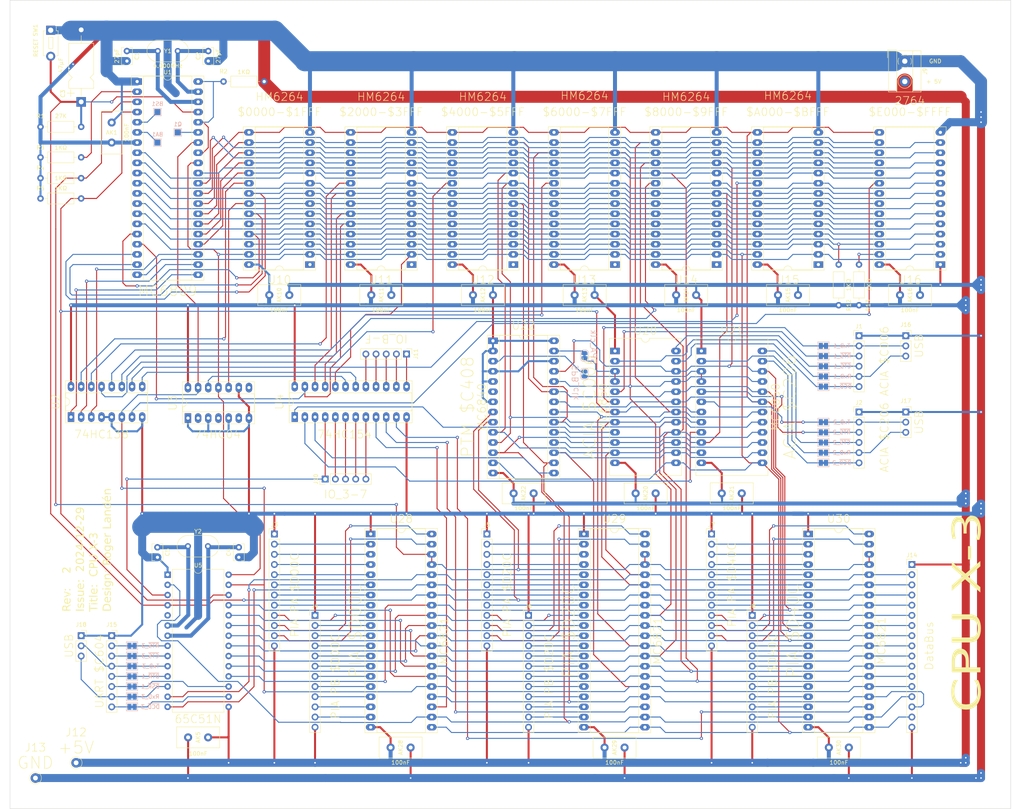
<source format=kicad_pcb>
(kicad_pcb (version 20240108) (generator "pcbnew") (generator_version "8.0")
  (title_block (title "CPU X-3") (date "2024-12-29") (rev "2") (company "rlink.se"))
  (layers (0 "F.Cu" mixed) (31 "B.Cu" mixed) (34 "B.Paste" user) (35 "F.Paste" user) (36 "B.SilkS" user "B.Silkscreen") (37 "F.SilkS" user "F.Silkscreen") (38 "B.Mask" user) (39 "F.Mask" user) (44 "Edge.Cuts" user))
  (net 0 "")
  (net 1 "Net-(U1-EXTAL)")
  (net 2 "GND")
  (net 3 "Net-(U1-XTAL)")
  (net 4 "~{RESET}")
  (net 5 "+5V")
  (net 6 "Net-(U1-MRDY)")
  (net 7 "NMI")
  (net 8 "IRQ")
  (net 9 "FIRQ")
  (net 10 "Net-(U1-A13)")
  (net 11 "Net-(U1-A14)")
  (net 12 "Net-(U1-A15)")
  (net 13 "/D0")
  (net 14 "/D2")
  (net 15 "/D3")
  (net 16 "/D7")
  (net 17 "/D1")
  (net 18 "/D5")
  (net 19 "/D4")
  (net 20 "/D6")
  (net 21 "/A0")
  (net 22 "/A2")
  (net 23 "/A3")
  (net 24 "/A1")
  (net 25 "/A4")
  (net 26 "/A5")
  (net 27 "/A7")
  (net 28 "/A11")
  (net 29 "/A8")
  (net 30 "/A12")
  (net 31 "/A6")
  (net 32 "/A9")
  (net 33 "/A10")
  (net 40 "Net-(U10-CS2)")
  (net 41 "Net-(U16-~{PGM})")
  (net 42 "Net-(U1-BA)")
  (net 43 "Net-(U1-BS)")
  (net 44 "/~{Write}")
  (net 45 "/$00")
  (net 46 "/$60")
  (net 47 "/$20")
  (net 48 "/$E0")
  (net 49 "/$40")
  (net 50 "/$80")
  (net 51 "/$A0")
  (net 52 "/$C0")
  (net 57 "Net-(U1-Q)")
  (net 58 "/E-clock")
  (net 59 "Net-(U4-~{E1})")
  (net 60 "Net-(J10-Pin_1)")
  (net 61 "Net-(J10-Pin_3)")
  (net 62 "Net-(J10-Pin_4)")
  (net 63 "Net-(J10-Pin_5)")
  (net 64 "Net-(J10-Pin_2)")
  (net 65 "Net-(J11-Pin_2)")
  (net 66 "Net-(J11-Pin_4)")
  (net 67 "Net-(J11-Pin_1)")
  (net 68 "Net-(J11-Pin_3)")
  (net 69 "Net-(J11-Pin_5)")
  (net 70 "/~{Read}")
  (net 71 "Net-(U29-~{CS2})")
  (net 72 "Net-(U20-~{CS2})")
  (net 73 "Net-(U30-~{CS2})")
  (net 74 "Net-(U21-~{CS2})")
  (net 75 "Net-(U22-~{CS0})")
  (net 76 "/PA23")
  (net 77 "/CA21")
  (net 78 "/PA24")
  (net 79 "/PA25")
  (net 80 "/PA21")
  (net 81 "/PA22")
  (net 82 "/PA20")
  (net 83 "/CA22")
  (net 84 "/PA26")
  (net 85 "/PA27")
  (net 86 "/PB24")
  (net 87 "/PB27")
  (net 88 "/CB21")
  (net 89 "/PB21")
  (net 90 "/PB25")
  (net 91 "/PB22")
  (net 92 "/PB23")
  (net 93 "/PB20")
  (net 94 "/CB22")
  (net 95 "/PB26")
  (net 96 "/PA16")
  (net 97 "/PA14")
  (net 98 "/PA13")
  (net 99 "/CA11")
  (net 100 "/PA17")
  (net 101 "/PA10")
  (net 102 "/PA12")
  (net 103 "/CA12")
  (net 104 "/PA11")
  (net 105 "/PA15")
  (net 106 "/PB10")
  (net 107 "/PB13")
  (net 108 "/PB15")
  (net 109 "/PB16")
  (net 110 "/CB12")
  (net 111 "/CB11")
  (net 112 "/PB14")
  (net 113 "/PB12")
  (net 114 "/PB17")
  (net 115 "/PB11")
  (net 116 "/CA32")
  (net 117 "/PA34")
  (net 118 "/PA31")
  (net 119 "/CA31")
  (net 120 "/PA35")
  (net 121 "/PA37")
  (net 122 "/PA33")
  (net 123 "/PA30")
  (net 124 "/PA32")
  (net 125 "/PA36")
  (net 126 "/CB32")
  (net 127 "/PB30")
  (net 128 "/PB33")
  (net 129 "/PB32")
  (net 130 "/PB37")
  (net 131 "/PB36")
  (net 132 "/PB35")
  (net 133 "/CB31")
  (net 134 "/PB31")
  (net 135 "/PB34")
  (net 136 "/clk_RS1")
  (net 137 "/clk_RS2")
  (net 138 "/PTM_o1")
  (net 139 "/PTM_o2")
  (net 140 "/PTM_o3")
  (net 141 "/SPA_~{DCD}")
  (net 142 "/SPA_~{CTS}")
  (net 143 "/SPA_~{RTS}")
  (net 144 "/SPB_~{DCD}")
  (net 145 "/SPB_~{RTS}")
  (net 146 "/SPB_~{CTS}")
  (net 147 "Net-(RxD_1-A)")
  (net 148 "Net-(TxD_1-A)")
  (net 149 "Net-(U20-~{CTS})")
  (net 150 "Net-(U20-~{RTS})")
  (net 151 "Net-(U20-~{DCD})")
  (net 152 "/SPA_TxD")
  (net 153 "/SPA_RxD")
  (net 154 "/SPB_RxD")
  (net 155 "/SPB_TxD")
  (net 156 "Net-(RxD_2-A)")
  (net 157 "Net-(TxD_2-A)")
  (net 158 "Net-(U21-~{DCD})")
  (net 159 "Net-(U21-~{RTS})")
  (net 160 "Net-(U21-~{CTS})")
  (net 161 "Net-(U28-~{CS2})")
  (net 162 "Net-(U5-XTLO)")
  (net 163 "Net-(U5-XTLI)")
  (net 164 "/SPC_TxD")
  (net 165 "/SPC_~{CTS}")
  (net 166 "/SPC_RxD")
  (net 167 "/SPC_~{DSR}")
  (net 168 "/SPC_~{DCD}")
  (net 169 "/SPC_~{DTR}")
  (net 170 "/SPC_~{RTS}")
  (net 171 "Net-(RxD_3-A)")
  (net 172 "Net-(TxD_3-A)")
  (net 173 "Net-(U5-~{RTS})")
  (net 175 "Net-(U5-~{DTR})")
  (net 176 "Net-(U5-~{CTS})")
  (net 177 "Net-(U5-~{DSR})")
  (net 178 "Net-(U5-~{DCD})")
  (footprint "Library:Avkopplings_C" (layer "F.Cu") (at 247.73 99.06)
    (property "Reference" "AK16")
    (property "Value" "100nF")
  )
  (footprint "Connector_PinHeader_2.54mm:PinHeader_1x06_P2.54mm_Vertical" (layer "F.Cu") (at 237.49 128.27)
    (property "Reference" "J2")
    (property "Value" "UART $C206")
  )
  (footprint "Library:Avkopplings_C" (layer "F.Cu") (at 141.05 99.06)
    (property "Reference" "AK12")
    (property "Value" "100nF")
  )
  (footprint "Connector_PinHeader_2.54mm:PinHeader_1x12_P2.54mm_Vertical" (layer "F.Cu") (at 91.44 158.75)
    (property "Reference" "J3")
    (property "Value" "PA U28")
  )
  (footprint "Library:Avkopplings_C" (layer "F.Cu") (at 50.8 60.96 90)
    (property "Reference" "AK1")
    (property "Value" "100nF")
  )
  (footprint "Resistor_THT:R_Axial_DIN0207_L6.3mm_D2.5mm_P10.16mm_Horizontal" (layer "F.Cu") (at 33.02 74.93)
    (property "Reference" "R5")
    (property "Value" "1KΩ")
  )
  (footprint "Capacitor_THT:C_Rect_L4.0mm_W2.5mm_P2.50mm" (layer "F.Cu") (at 82.55 164.572 90)
    (property "Reference" "C4")
    (property "Value" "27pF")
  )
  (footprint "Library:Avkopplings_C" (layer "F.Cu") (at 191.81 99.06)
    (property "Reference" "AK14")
    (property "Value" "100nF")
  )
  (footprint "Connector_PinSocket_2.54mm:PinSocket_1x03_P2.54mm_Vertical" (layer "F.Cu") (at 249.174 109.22)
    (property "Reference" "J16")
    (property "Value" "USB")
  )
  (footprint "Package_DIP:DIP-28_W15.24mm" (layer "F.Cu") (at 64.77 168.91)
    (property "Reference" "U5")
    (property "Value" "65C51N")
  )
  (footprint "Resistor_THT:R_Axial_DIN0207_L6.3mm_D2.5mm_P10.16mm_Horizontal" (layer "F.Cu") (at 88.9 45.72 180)
    (property "Reference" "R2")
    (property "Value" "1KΩ")
  )
  (footprint "Capacitor_THT:C_Rect_L4.0mm_W2.5mm_P2.50mm" (layer "F.Cu") (at 54.61 38.1 -90)
    (property "Reference" "C1")
    (property "Value" "27pF")
  )
  (footprint "Connector_Pin:Pin_D1.0mm_L10.0mm_LooseFit" (layer "F.Cu") (at 41.91 215.9)
    (property "Reference" "J12")
    (property "Value" "+5V")
  )
  (footprint "Connector_PinHeader_2.54mm:PinHeader_1x12_P2.54mm_Vertical" (layer "F.Cu") (at 210.82 179.07)
    (property "Reference" "J8")
    (property "Value" "PB U30")
  )
  (footprint "Library:X3-IO_DIP-40" (layer "F.Cu") (at 224.79 158.75)
    (property "Reference" "U30")
    (property "Value" "MC6821")
  )
  (footprint "Library:Avkopplings_C" (layer "F.Cu") (at 90.17 99.06)
    (property "Reference" "AK10")
    (property "Value" "100nF")
  )
  (footprint "Crystal:Resonator-2Pin_W10.0mm_H5.0mm" (layer "F.Cu") (at 62.3125 38.1)
    (property "Reference" "Y1" (hide yes))
    (property "Value" "4.000MHz")
  )
  (footprint "Capacitor_THT:C_Rect_L4.0mm_W2.5mm_P2.50mm" (layer "F.Cu") (at 62.23 162.072 -90)
    (property "Reference" "C5")
    (property "Value" "27pF")
  )
  (footprint "Crystal:Resonator-2Pin_W10.0mm_H5.0mm" (layer "F.Cu") (at 69.85 161.798)
    (property "Reference" "Y2")
    (property "Value" "1.8432MHz")
  )
  (footprint "Package_DIP:DIP-14_W7.62mm_Socket_LongPads" (layer "F.Cu") (at 69.85 129.794 90)
    (property "Reference" "U3")
    (property "Value" "74HC04")
  )
  (footprint "Library:Avkopplings_C" (layer "F.Cu") (at 229.95 212.09)
    (property "Reference" "AK30")
    (property "Value" "100nF")
  )
  (footprint "Library:Avkopplings_C" (layer "F.Cu") (at 181.69 148.59)
    (property "Reference" "AK20")
    (property "Value" "100nF")
  )
  (footprint "Package_DIP:DIP-24_W7.62mm_Socket_LongPads" (layer "F.Cu") (at 96.52 129.54 90)
    (property "Reference" "U4")
    (property "Value" "74HC154")
  )
  (footprint "Library:X3-MEM_DIP-28" (layer "F.Cu") (at 201.93 91.44 180)
    (property "Reference" "U14")
    (property "Value" "HM6264")
  )
  (footprint "Connector_PinHeader_2.54mm:PinHeader_1x06_P2.54mm_Vertical" (layer "F.Cu") (at 237.49 109.22)
    (property "Reference" "J1")
    (property "Value" "UART $C006")
  )
  (footprint "Library:Avkopplings_C" (layer "F.Cu") (at 120.476 212.09)
    (property "Reference" "AK28")
    (property "Value" "100nF")
  )
  (footprint "Library:Avkopplings_C" (layer "F.Cu") (at 173.926956 212.09)
    (property "Reference" "AK29")
    (property "Value" "100nF")
  )
  (footprint "Connector_PinSocket_2.54mm:PinSocket_1x08_P2.54mm_Vertical" (layer "F.Cu") (at 50.8 184.15)
    (property "Reference" "J15")
    (property "Value" "UART $C604")
  )
  (footprint "Package_DIP:DIP-24_18.0mmx34.29mm_W15.24mm_Socket_LongPads" (layer "F.Cu") (at 176.53 113.03)
    (property "Reference" "U20")
    (property "Value" "MC6850")
  )
  (footprint "Resistor_THT:R_Axial_DIN0207_L6.3mm_D2.5mm_P10.16mm_Horizontal" (layer "F.Cu") (at 237.49 101.6 90)
    (property "Reference" "R13")
    (property "Value" "1KΩ")
  )
  (footprint "Library:Avkopplings_C" (layer "F.Cu") (at 151.21 148.59)
    (property "Reference" "AK22")
    (property "Value" "100nF")
  )
  (footprint "Connector_PinSocket_2.54mm:PinSocket_1x03_P2.54mm_Vertical" (layer "F.Cu") (at 43.18 184.15)
    (property "Reference" "J18")
    (property "Value" "USB")
  )
  (footprint "Package_DIP:DIP-16_W7.62mm_Socket_LongPads" (layer "F.Cu") (at 40.64 129.54 90)
    (property "Reference" "U2")
    (property "Value" "74HC138")
  )
  (footprint "Package_DIP:DIP-28_W15.24mm_Socket_LongPads" (layer "F.Cu") (at 146.05 110.49)
    (property "Reference" "U22")
    (property "Value" "MC6840")
  )
  (footprint "Connector_PinHeader_2.54mm:PinHeader_1x05_P2.54mm_Vertical" (layer "F.Cu") (at 104.14 145.034 90)
    (property "Reference" "J10")
    (property "Value" "IO_3-7")
  )
  (footprint "Library:X3-MEM_DIP-28" (layer "F.Cu") (at 125.73 91.44 180)
    (property "Reference" "U11")
    (property "Value" "HM6264")
  )
  (footprint "Library:X3-MEM_DIP-28" (layer "F.Cu") (at 227.33 91.44 180)
    (property "Reference" "U15")
    (property "Value" "HM6264")
  )
  (footprint "Library:Avkopplings_C" (layer "F.Cu") (at 166.45 99.06)
    (property "Reference" "AK13")
    (property "Value" "100nF")
  )
  (footprint "Package_DIP:DIP-24_18.0mmx34.29mm_W15.24mm_Socket_LongPads" (layer "F.Cu") (at 198.12 113.03)
    (property "Reference" "U21")
    (property "Value" "MC6850")
  )
  (footprint "Library:X3-IO_DIP-40" (layer "F.Cu") (at 115.505825 158.75)
    (property "Reference" "U28")
    (property "Value" "MC6821")
  )
  (footprint "TerminalBlock_MetzConnect:TerminalBlock_MetzConnect_Type101_RT01602HBWC_1x02_P5.08mm_Horizontal" (layer "F.Cu") (at 248.92 40.64 -90)
    (property "Reference" "J9")
    (property "Value" "POWER")
  )
  (footprint "Library:X3-MEM_DIP-28" (layer "F.Cu") (at 257.81 91.44 180)
    (property "Reference" "U16")
    (property "Value" "2764")
  )
  (footprint "Resistor_THT:R_Axial_DIN0207_L6.3mm_D2.5mm_P10.16mm_Horizontal" (layer "F.Cu") (at 33.02 57.04)
    (property "Reference" "R1")
    (property "Value" "27K")
  )
  (footprint "Library:Avkopplings_C" (layer "F.Cu") (at 203.2 148.59)
    (property "Reference" "AK21")
    (property "Value" "100nF")
  )
  (footprint "Connector_PinHeader_2.54mm:PinHeader_1x12_P2.54mm_Vertical" (layer "F.Cu") (at 144.526 158.75)
    (property "Reference" "J5")
    (property "Value" "PA U29")
  )
  (footprint "Library:X3-MEM_DIP-28" (layer "F.Cu") (at 151.13 91.44 180)
    (property "Reference" "U12")
    (property "Value" "HM6264")
  )
  (footprint "Library:X3-MEM_DIP-28" (layer "F.Cu") (at 176.53 91.44 180)
    (property "Reference" "U13")
    (property "Value" "HM6264")
  )
  (footprint "Library:X3-MEM_DIP-28" (layer "F.Cu") (at 100.33 91.44 180)
    (property "Reference" "U10")
    (property "Value" "HM6264")
  )
  (footprint "Library:Avkopplings_C" (layer "F.Cu") (at 217.25 99.06)
    (property "Reference" "AK15")
    (property "Value" "100nF")
  )
  (footprint "Connector_PinHeader_2.54mm:PinHeader_1x12_P2.54mm_Vertical" (layer "F.Cu") (at 200.66 158.75)
    (property "Reference" "J7")
    (property "Value" "PA U30")
  )
  (footprint "Library:Avkopplings_C" (layer "F.Cu") (at 115.65 99.06)
    (property "Reference" "AK11")
    (property "Value" "100nF")
  )
  (footprint "Connector_PinHeader_2.54mm:PinHeader_1x17_P2.54mm_Vertical" (layer "F.Cu") (at 250.698 166.37)
    (property "Reference" "J14")
    (property "Value" "DataBus")
  )
  (footprint "Connector_Pin:Pin_D1.0mm_L10.0mm_LooseFit" (layer "F.Cu") (at 31.75 219.71)
    (property "Reference" "J13")
    (property "Value" "GND")
  )
  (footprint "Resistor_THT:R_Axial_DIN0207_L6.3mm_D2.5mm_P10.16mm_Horizontal" (layer "F.Cu") (at 33.02 69.85)
    (property "Reference" "R4")
    (property "Value" "1KΩ")
  )
  (footprint "Capacitor_THT:CP_Axial_L11.0mm_D6.0mm_P18.00mm_Horizontal" (layer "F.Cu") (at 43.18 50.8 90)
    (property "Reference" "C3")
    (property "Value" "47µF")
  )
  (footprint "Connector_PinSocket_2.54mm:PinSocket_1x03_P2.54mm_Vertical" (layer "F.Cu") (at 249.174 128.27)
    (property "Reference" "J17")
    (property "Value" "USB")
  )
  (footprint "Resistor_THT:R_Axial_DIN0207_L6.3mm_D2.5mm_P10.16mm_Horizontal" (layer "F.Cu") (at 33.02 64.66)
    (property "Reference" "R3")
    (property "Value" "1KΩ")
  )
  (footprint "Connector_PinHeader_2.54mm:PinHeader_1x05_P2.54mm_Vertical" (layer "F.Cu") (at 124.46 113.792 -90)
    (property "Reference" "J11")
    (property "Value" "IO_B-F")
  )
  (footprint "Connector_PinHeader_2.54mm:PinHeader_1x12_P2.54mm_Vertical" (layer "F.Cu") (at 101.6 179.07)
    (property "Reference" "J4")
    (property "Value" "PB U28")
  )
  (footprint "Capacitor_THT:C_Rect_L4.0mm_W2.5mm_P2.50mm" (layer "F.Cu") (at 74.93 40.6 90)
    (property "Reference" "C2")
    (property "Value" "27pF")
  )
  (footprint "Button_Switch_THT:SW_PUSH_1P1T_6x3.5mm_H5.0_APEM_MJTP1250" (layer "F.Cu") (at 35.565 32.905 -90)
    (property "Reference" "SW1")
    (property "Value" "RESET")
  )
  (footprint "Library:X3-IO_DIP-40" (layer "F.Cu") (at 168.766956 158.75)
    (property "Reference" "U29")
    (property "Value" "MC6821")
  )
  (footprint "Connector_PinHeader_2.54mm:PinHeader_1x12_P2.54mm_Vertical" (layer "F.Cu") (at 154.94 179.07)
    (property "Reference" "J6")
    (property "Value" "PB U29")
  )
  (footprint "Library:Avkopplings_C" (layer "F.Cu") (at 74.89 209.55 180)
    (property "Reference" "AK5")
    (property "Value" "100nF")
  )
  (footprint "Package_DIP:DIP-40_W15.24mm_Socket_LongPads" (layer "F.Cu") (at 57.155 45.72)
    (property "Reference" "U1")
    (property "Value" "MC6809")
  )
  (footprint "Library:R_Axial_PullUp_long" (layer "F.Cu") (at 232.41 101.6 90)
    (property "Reference" "R12")
    (property "Value" "1KΩ")
  )
  (footprint "Jumper:SolderJumper-2_P1.3mm_Bridged_Pad1.0x1.5mm" (layer "B.Cu") (at 228.6 138.43)
    (property "Reference" "RxD_2")
    (property "Value" "UART-B")
  )
  (footprint "Jumper:SolderJumper-2_P1.3mm_Bridged_Pad1.0x1.5mm" (layer "B.Cu") (at 228.6 140.97)
    (property "Reference" "~{DCD}_2")
    (property "Value" "UART-B")
  )
  (footprint "Jumper:SolderJumper-2_P1.3mm_Bridged_Pad1.0x1.5mm" (layer "B.Cu") (at 55.88 191.77 180)
    (property "Reference" "TxD_3")
    (property "Value" "UART-C")
  )
  (footprint "Jumper:SolderJumper-2_P1.3mm_Bridged_Pad1.0x1.5mm" (layer "B.Cu") (at 228.6 130.81)
    (property "Reference" "TxD_2")
    (property "Value" "UART-B")
  )
  (footprint "Jumper:SolderJumper-2_P1.3mm_Bridged_Pad1.0x1.5mm" (layer "B.Cu") (at 228.6 121.92)
    (property "Reference" "~{DCD}_1")
    (property "Value" "UART-A")
  )
  (footprint "Jumper:SolderJumper-2_P1.3mm_Bridged_Pad1.0x1.5mm" (layer "B.Cu") (at 55.88 189.23 180)
    (property "Reference" "~{CTS}_3")
    (property "Value" "UART-C")
  )
  (footprint "Jumper:SolderJumper-2_P1.3mm_Bridged_Pad1.0x1.5mm" (layer "B.Cu") (at 55.88 194.31 180)
    (property "Reference" "~{DTR}_1")
    (property "Value" "UART-C")
  )
  (footprint "Jumper:SolderJumper-2_P1.3mm_Bridged_RoundedPad1.0x1.5mm" (layer "B.Cu") (at 168.91 118.76 -90)
    (property "Reference" "clk_RS2" (hide yes))
    (property "Value" "SPB_clk")
  )
  (footprint "Jumper:SolderJumper-2_P1.3mm_Bridged_Pad1.0x1.5mm" (layer "B.Cu") (at 228.6 111.76)
    (property "Reference" "TxD_1")
    (property "Value" "UART-A")
  )
  (footprint "TestPoint:TestPoint_Pad_1.5x1.5mm" (layer "B.Cu") (at 67.31 58.42 180)
    (property "Reference" "Q1")
    (property "Value" "Q")
  )
  (footprint "TestPoint:TestPoint_Pad_1.5x1.5mm" (layer "B.Cu") (at 62.23 60.96 180)
    (property "Reference" "BA1")
    (property "Value" "BA")
  )
  (footprint "Jumper:SolderJumper-2_P1.3mm_Bridged_Pad1.0x1.5mm" (layer "B.Cu") (at 228.6 116.84)
    (property "Reference" "~{CTS}_1")
    (property "Value" "UART-A")
  )
  (footprint "Jumper:SolderJumper-2_P1.3mm_Bridged_Pad1.0x1.5mm" (layer "B.Cu") (at 55.88 199.39 180)
    (property "Reference" "RxD_3")
    (property "Value" "UART-C")
  )
  (footprint "Jumper:SolderJumper-2_P1.3mm_Bridged_Pad1.0x1.5mm" (layer "B.Cu") (at 55.88 186.69 180)
    (property "Reference" "~{RTS}_3")
    (property "Value" "UART-C")
  )
  (footprint "TestPoint:TestPoint_Pad_1.5x1.5mm" (layer "B.Cu") (at 62.23 53.34 180)
    (property "Reference" "BS1")
    (property "Value" "BS")
  )
  (footprint "Jumper:SolderJumper-2_P1.3mm_Bridged_Pad1.0x1.5mm" (layer "B.Cu") (at 228.6 114.3)
    (property "Reference" "~{RTS}_1")
    (property "Value" "UART-A")
  )
  (footprint "Jumper:SolderJumper-2_P1.3mm_Bridged_Pad1.0x1.5mm" (layer "B.Cu") (at 55.88 201.93 180)
    (property "Reference" "~{DCD}_3")
    (property "Value" "UART-C")
  )
  (footprint "Jumper:SolderJumper-2_P1.3mm_Bridged_Pad1.0x1.5mm" (layer "B.Cu") (at 228.6 119.38)
    (property "Reference" "RxD_1")
    (property "Value" "UART-A")
  )
  (footprint "Jumper:SolderJumper-2_P1.3mm_Bridged_Pad1.0x1.5mm" (layer "B.Cu") (at 228.6 133.35)
    (property "Reference" "~{RTS}_2")
    (property "Value" "UART-B")
  )
  (footprint "Jumper:SolderJumper-2_P1.3mm_Bridged_RoundedPad1.0x1.5mm" (layer "B.Cu") (at 168.91 114.188 -90)
    (property "Reference" "clk_RS1" (hide yes))
    (property "Value" "SPA_clk")
  )
  (footprint "Jumper:SolderJumper-2_P1.3mm_Bridged_Pad1.0x1.5mm" (layer "B.Cu") (at 228.6 135.89)
    (property "Reference" "~{CTS}_2")
    (property "Value" "UART-B")
  )
  (footprint "Jumper:SolderJumper-2_P1.3mm_Bridged_Pad1.0x1.5mm" (layer "B.Cu") (at 55.88 196.85 180)
    (property "Reference" "~{DSR}_1")
    (property "Value" "UART-C")
  )
  (gr_circle (center 69.469 182.118) (end 69.769 182.118) (stroke (width 0.3)) (fill none) (layer "B.Cu") (net 2))
  (gr_circle (center 66.802 48.641) (end 66.421 48.26) (stroke (width 0.2)) (fill none) (layer "B.Cu") (net 2))
  (gr_rect (start 25.4 25.4) (end 275.3868 227.3808) (stroke (width 0.1)) (fill none) (layer "Edge.Cuts"))
  (gr_text "Rev:    ${REVISION}\nIssue:  ${ISSUE_DATE}\nTitle:  ${TITLE}\nDesign: Roger Landén" (at 50.927 178.181 90) (layer "F.SilkS") (effects (font (size 2 2)) (justify left bottom)))
  (gr_text "CPU X-3" (at 268.986 203.327 90) (layer "F.SilkS") (effects (font (size 7 9) (thickness 0.3)) (justify left bottom)))
  (segment (start 54.61 38.1) (end 62.3125 38.1) (width 1) (layer "B.Cu") (net 1))
  (segment (start 62.3125 47.5805) (end 65.532 50.8) (width 1) (layer "B.Cu") (net 1))
  (segment (start 65.532 50.8) (end 72.395 50.8) (width 1) (layer "B.Cu") (net 1))
  (segment (start 62.3125 38.1) (end 62.3125 47.5805) (width 1) (layer "B.Cu") (net 1))
  (segment (start 176.53 104.14) (end 171.45 99.06) (width 0.5) (layer "F.Cu") (net 2))
  (segment (start 82.55 124.46) (end 85.09 127) (width 0.5) (layer "F.Cu") (net 2))
  (segment (start 125.476 219.520175) (end 125.665825 219.71) (width 0.5) (layer "F.Cu") (net 2))
  (segment (start 146.05 110.49) (end 146.05 99.06) (width 0.5) (layer "F.Cu") (net 2))
  (segment (start 224.79 158.75) (end 224.79 153.67) (width 0.5) (layer "F.Cu") (net 2))
  (segment (start 267.97 219.71) (end 266.7 219.71) (width 2) (layer "F.Cu") (net 2))
  (segment (start 250.698 207.01) (end 250.698 219.71) (width 0.5) (layer "F.Cu") (net 2))
  (segment (start 85.09 129.54) (end 85.09 153.67) (width 0.5) (layer "F.Cu") (net 2))
  (segment (start 69.89 219.67) (end 69.85 219.71) (width 0.5) (layer "F.Cu") (net 2))
  (segment (start 186.69 148.59) (end 186.69 153.67) (width 0.5) (layer "F.Cu") (net 2))
  (segment (start 210.82 179.07) (end 210.82 153.67) (width 0.5) (layer "F.Cu") (net 2))
  (segment (start 82.55 121.92) (end 82.55 124.46) (width 0.5) (layer "F.Cu") (net 2))
  (segment (start 156.21 148.59) (end 156.21 153.67) (width 0.5) (layer "F.Cu") (net 2))
  (segment (start 234.95 212.09) (end 234.95 219.71) (width 0.5) (layer "F.Cu") (net 2))
  (segment (start 124.46 129.54) (end 124.46 153.67) (width 0.5) (layer "F.Cu") (net 2))
  (segment (start 58.42 129.54) (end 58.42 153.67) (width 0.5) (layer "F.Cu") (net 2))
  (segment (start 267.97 53.34) (end 267.97 96.52) (width 2) (layer "F.Cu") (net 2))
  (segment (start 198.12 100.37) (end 196.81 99.06) (width 0.5) (layer "F.Cu") (net 2))
  (segment (start 168.766956 158.75) (end 168.766956 153.67) (width 0.5) (layer "F.Cu") (net 2))
  (segment (start 125.665825 212.09) (end 125.476 212.279825) (width 0.5) (layer "F.Cu") (net 2))
  (segment (start 115.505825 158.75) (end 115.505825 153.67) (width 0.5) (layer "F.Cu") (net 2))
  (segment (start 101.6 179.07) (end 101.6 153.67) (width 0.5) (layer "F.Cu") (net 2))
  (segment (start 200.66 158.75) (end 200.66 153.67) (width 0.5) (layer "F.Cu") (net 2))
  (segment (start 257.81 91.44) (end 257.81 96.52) (width 0.5) (layer "F.Cu") (net 2))
  (segment (start 198.12 113.03) (end 198.12 100.37) (width 0.5) (layer "F.Cu") (net 2))
  (segment (start 91.44 158.75) (end 91.44 153.67) (width 0.5) (layer "F.Cu") (net 2))
  (segment (start 125.476 212.279825) (end 125.476 219.520175) (width 0.5) (layer "F.Cu") (net 2))
  (segment (start 69.89 209.55) (end 69.89 219.67) (width 0.5) (layer "F.Cu") (net 2))
  (segment (start 85.09 127) (end 85.09 129.54) (width 0.5) (layer "F.Cu") (net 2))
  (segment (start 267.97 153.67) (end 267.97 218.44) (width 2) (layer "F.Cu") (net 2))
  (segment (start 178.926956 212.09) (end 178.926956 219.71) (width 0.5) (layer "F.Cu") (net 2))
  (segment (start 154.94 179.07) (end 154.94 153.67) (width 0.5) (layer "F.Cu") (net 2))
  (segment (start 267.97 128.27) (end 267.97 153.67) (width 2) (layer "F.Cu") (net 2))
  (segment (start 176.53 113.03) (end 176.53 104.14) (width 0.5) (layer "F.Cu") (net 2))
  (segment (start 208.28 148.59) (end 208.28 153.67) (width 0.5) (layer "F.Cu") (net 2))
  (segment (start 267.97 96.52) (end 267.97 128.27) (width 2) (layer "F.Cu") (net 2))
  (segment (start 35.67 32.8) (end 35.565 32.905) (width 0.25) (layer "F.Cu") (net 2))
  (segment (start 144.526 158.75) (end 144.526 153.67) (width 0.5) (layer "F.Cu") (net 2))
  (via (at 267.97 153.67) (size 0.8) (drill 0.4) (layers "F.Cu" "B.Cu") (net 2))
  (via (at 154.94 153.67) (size 0.8) (drill 0.4) (layers "F.Cu" "B.Cu") (net 2))
  (via (at 168.766956 153.67) (size 0.8) (drill 0.4) (layers "F.Cu" "B.Cu") (net 2))
  (via (at 266.7 219.71) (size 0.8) (drill 0.4) (layers "F.Cu" "B.Cu") (net 2))
  (via (at 267.97 54.61) (size 0.8) (drill 0.4) (layers "F.Cu" "B.Cu") (net 2))
  (via (at 200.66 153.67) (size 0.8) (drill 0.4) (layers "F.Cu" "B.Cu") (net 2))
  (via (at 257.81 96.52) (size 0.8) (drill 0.4) (layers "F.Cu" "B.Cu") (net 2))
  (via (at 186.69 153.67) (size 0.8) (drill 0.4) (layers "F.Cu" "B.Cu") (net 2))
  (via (at 69.85 219.71) (size 0.8) (drill 0.4) (layers "F.Cu" "B.Cu") (net 2))
  (via (at 267.97 151.13) (size 0.8) (drill 0.4) (layers "F.Cu" "B.Cu") (net 2))
  (via (at 115.57 153.67) (size 0.8) (drill 0.4) (layers "F.Cu" "B.Cu") (net 2))
  (via (at 58.42 153.67) (size 0.8) (drill 0.4) (layers "F.Cu" "B.Cu") (net 2))
  (via (at 267.97 53.34) (size 0.8) (drill 0.4) (layers "F.Cu" "B.Cu") (net 2))
  (via (at 267.97 218.44) (size 0.8) (drill 0.4) (layers "F.Cu" "B.Cu") (net 2))
  (via (at 234.95 219.71) (size 0.8) (drill 0.4) (layers "F.Cu" "B.Cu") (net 2))
  (via (at 267.97 95.25) (size 0.8) (drill 0.4) (layers "F.Cu" "B.Cu") (net 2))
  (via (at 267.97 109.22) (size 0.8) (drill 0.4) (layers "F.Cu" "B.Cu") (net 2))
  (via (at 91.44 153.67) (size 0.8) (drill 0.4) (layers "F.Cu" "B.Cu") (net 2))
  (via (at 156.21 153.67) (size 0.8) (drill 0.4) (layers "F.Cu" "B.Cu") (net 2))
  (via (at 125.476 219.71) (size 0.8) (drill 0.4) (layers "F.Cu" "B.Cu") (net 2))
  (via (at 178.926956 219.71) (size 0.8) (drill 0.4) (layers "F.Cu" "B.Cu") (net 2))
  (via (at 124.46 153.67) (size 0.8) (drill 0.4) (layers "F.Cu" "B.Cu") (net 2))
  (via (at 267.97 55.88) (size 0.8) (drill 0.4) (layers "F.Cu" "B.Cu") (net 2))
  (via (at 210.82 153.67) (size 0.8) (drill 0.4) (layers "F.Cu" "B.Cu") (net 2))
  (via (at 85.09 153.67) (size 0.8) (drill 0.4) (layers "F.Cu" "B.Cu") (net 2))
  (via (at 267.97 96.52) (size 0.8) (drill 0.4) (layers "F.Cu" "B.Cu") (net 2))
  (via (at 208.28 153.67) (size 0.8) (drill 0.4) (layers "F.Cu" "B.Cu") (net 2))
  (via (at 144.526 153.67) (size 0.8) (drill 0.4) (layers "F.Cu" "B.Cu") (net 2))
  (via (at 267.97 219.71) (size 0.8) (drill 0.4) (layers "F.Cu" "B.Cu") (net 2))
  (via (at 267.97 97.79) (size 0.8) (drill 0.4) (layers "F.Cu" "B.Cu") (net 2))
  (via (at 250.698 219.71) (size 0.8) (drill 0.4) (layers "F.Cu" "B.Cu") (net 2))
  (via (at 224.79 153.67) (size 0.8) (drill 0.4) (layers "F.Cu" "B.Cu") (net 2))
  (via (at 267.97 128.27) (size 0.8) (drill 0.4) (layers "F.Cu" "B.Cu") (net 2))
  (via (at 101.6 153.67) (size 0.8) (drill 0.4) (layers "F.Cu" "B.Cu") (net 2))
  (via (at 267.97 152.4) (size 0.8) (drill 0.4) (layers "F.Cu" "B.Cu") (net 2))
  (segment (start 145.7862 111.0833) (end 146.05 111.3471) (width 0.5) (layer "B.Cu") (net 2))
  (segment (start 143.51 113.792) (end 143.51 118.11) (width 0.5) (layer "B.Cu") (net 2))
  (segment (start 58.42 163.322) (end 58.42 156.972) (width 2) (layer "B.Cu") (net 2))
  (segment (start 61.214 164.592) (end 61.234 164.572) (width 2) (layer "B.Cu") (net 2))
  (segment (start 246.38 40.64) (end 227.33 40.64) (width 5) (layer "B.Cu") (net 2))
  (segment (start 52.07 133.096) (end 57.15 133.096) (width 0.5) (layer "B.Cu") (net 2))
  (segment (start 171.45 219.71) (end 104.14 219.71) (width 2) (layer "B.Cu") (net 2))
  (segment (start 49.53 40.64) (end 49.53 33.02) (width 3) (layer "B.Cu") (net 2))
  (segment (start 74.93 129.54) (end 74.93 133.096) (width 0.5) (layer "B.Cu") (net 2))
  (segment (start 252.73 99.06) (end 252.73 96.52) (width 0.5) (layer "B.Cu") (net 2))
  (segment (start 143.51 124.714) (end 144.526 125.73) (width 0.5) (layer "B.Cu") (net 2))
  (segment (start 224.79 153.67) (end 220.98 153.67) (width 1) (layer "B.Cu") (net 2))
  (segment (start 70.993 133.096) (end 74.93 133.096) (width 0.5) (layer "B.Cu") (net 2))
  (segment (start 144.272 113.03) (end 143.51 113.792) (width 0.5) (layer "B.Cu") (net 2))
  (segment (start 58.42 163.322) (end 59.69 164.592) (width 2) (layer "B.Cu") (net 2))
  (segment (start 267.97 153.67) (end 267.97 151.13) (width 2) (layer "B.Cu") (net 2))
  (segment (start 49.53 43.18) (end 52.07 45.72) (width 2) (layer "B.Cu") (net 2))
  (segment (start 95.21 96.52) (end 95.17 96.56) (width 1) (layer "B.Cu") (net 2))
  (segment (start 50.8 55.96) (end 53.34 53.42) (width 0.5) (layer "B.Cu") (net 2))
  (segment (start 64.77 33.02) (end 49.53 33.02) (width 5) (layer "B.Cu") (net 2))
  (segment (start 246.38 40.64) (end 248.92 40.64) (width 0.5) (layer "B.Cu") (net 2))
  (segment (start 237.49 109.22) (end 267.97 109.22) (width 0.5) (layer "B.Cu") (net 2))
  (segment (start 54.61 40.6) (end 49.57 40.6) (width 2) (layer "B.Cu") (net 2))
  (segment (start 146.05 96.52) (end 119.38 96.52) (width 1) (layer "B.Cu") (net 2))
  (segment (start 93.98 153.67) (end 85.09 153.67) (width 1) (layer "B.Cu") (net 2))
  (segment (start 83.82 133.096) (end 85.09 131.826) (width 0.5) (layer "B.Cu") (net 2))
  (segment (start 196.85 96.52) (end 171.45 96.52) (width 1) (layer "B.Cu") (net 2))
  (segment (start 266.7 153.67) (end 224.79 153.67) (width 1) (layer "B.Cu") (net 2))
  (segment (start 266.7 96.52) (end 257.81 96.52) (width 1) (layer "B.Cu") (net 2))
  (segment (start 267.97 95.25) (end 266.7 96.52) (width 2) (layer "B.Cu") (net 2))
  (segment (start 171.45 96.52) (end 146.05 96.52) (width 1) (layer "B.Cu") (net 2))
  (segment (start 64.77 167.112) (end 62.23 164.572) (width 0.5) (layer "B.Cu") (net 2))
  (segment (start 69.85 131.953) (end 70.993 133.096) (width 0.5) (layer "B.Cu") (net 2))
  (segment (start 151.384 40.64) (end 126.238 40.64) (width 5) (layer "B.Cu") (net 2))
  (segment (start 262.89 40.64) (end 248.92 40.64) (width 3) (layer "B.Cu") (net 2))
  (segment (start 176.53 40.64) (end 151.384 40.64) (width 5) (layer "B.Cu") (net 2))
  (segment (start 86.32 156.972) (end 86.32 163.322) (width 2) (layer "B.Cu") (net 2))
  (segment (start 74.93 40.6) (end 77.47 40.6) (width 2) (layer "B.Cu") (net 2))
  (segment (start 85.09 164.552) (end 82.55 164.552) (width 2) (layer "B.Cu") (net 2))
  (segment (start 133.158825 153.67) (end 124.268825 153.67) (width 1) (layer "B.Cu") (net 2))
  (segment (start 64.77 33.02) (end 64.77 46.609) (width 2) (layer "B.Cu") (net 2))
  (segment (start 196.81 96.56) (end 196.85 96.52) (width 0.5) (layer "B.Cu") (net 2))
  (segment (start 59.436 155.956) (end 58.42 156.972) (width 5) (layer "B.Cu") (net 2))
  (segment (start 267.97 219.71) (end 231.14 219.71) (width 2) (layer "B.Cu") (net 2))
  (segment (start 57.15 133.096) (end 58.42 131.826) (width 0.5) (layer "B.Cu") (net 2))
  (segment (start 99.06 40.513) (end 99.06 40.64) (width 5) (layer "B.Cu") (net 2))
  (segment (start 61.234 164.572) (end 62.23 164.572) (width 2) (layer "B.Cu") (net 2))
  (segment (start 49.53 43.18) (end 49.53 40.64) (width 3) (layer "B.Cu") (net 2))
  (segment (start 72.39 179.197) (end 69.469 182.118) (width 1) (layer "B.Cu") (net 2))
  (segment (start 91.567 33.02) (end 99.06 40.513) (width 5) (layer "B.Cu") (net 2))
  (segment (start 120.65 99.06) (end 120.65 96.52) (width 0.5) (layer "B.Cu") (net 2))
  (segment (start 222.25 99.06) (end 222.25 96.52) (width 0.5) (layer "B.Cu") (net 2))
  (segment (start 55.626 184.15) (end 58.42 181.356) (width 0.5) (layer "B.Cu") (net 2))
  (segment (start 176.53 58.42) (end 176.53 40.64) (width 1) (layer "B.Cu") (net 2))
  (segment (start 43.4 33.02) (end 43.18 32.8) (width 0.5) (layer "B.Cu") (net 2))
  (segment (start 125.73 41.148) (end 126.238 40.64) (width 0.5) (layer "B.Cu") (net 2))
  (segment (start 161.29 153.67) (end 156.21 153.67) (width 1) (layer "B.Cu") (net 2))
  (segment (start 222.25 96.52) (end 196.85 96.52) (width 1) (layer "B.Cu") (net 2))
  (segment (start 115.57 153.67) (end 93.98 153.67) (width 1) (layer "B.Cu") (net 2))
  (segment (start 260.195 55.88) (end 257.81 58.265) (width 2) (layer "B.Cu") (net 2))
  (segment (start 50.8 131.826) (end 52.07 133.096) (width 0.5) (layer "B.Cu") (net 2))
  (segment (start 171.45 99.06) (end 171.45 96.52) (width 0.5) (layer "B.Cu") (net 2))
  (segment (start 227.33 40.64) (end 201.93 40.64) (width 5) (layer "B.Cu") (net 2))
  (segment (start 143.51 118.11) (end 143.51 120.65) (width 0.5) (layer "B.Cu") (net 2))
  (segment (start 146.05 113.03) (end 144.272 113.03) (width 0.5) (layer "B.Cu") (net 2))
  (segment (start 71.882 155.956) (end 59.436 155.956) (width 5) (layer "B.Cu") (net 2))
  (segment (start 146.05 99.06) (end 146.05 96.52) (width 0.5) (layer "B.Cu") (net 2))
  (segment (start 50.8 129.54) (end 48.26 129.54) (width 0.5) (layer "B.Cu") (net 2))
  (segment (start 71.882 155.956) (end 85.304 155.956) (width 5) (layer "B.Cu") (net 2))
  (segment (start 154.94 115.57) (end 161.29 115.57) (width 0.5) (layer "B.Cu") (net 2))
  (segment (start 77.47 40.6) (end 78.7 39.37) (width 2) (layer "B.Cu") (net 2))
  (segment (start 40.525 32.905) (end 40.64 33.02) (width 0.25) (layer "B.Cu") (net 2))
  (segment (start 50.8 184.15) (end 43.18 184.15) (width 0.5) (layer "B.Cu") (net 2))
  (segment (start 161.29 110.49) (end 146.05 110.49) (width 0.5) (layer "B.Cu") (net 2))
  (segment (start 53.34 53.42) (end 53.34 45.72) (width 0.5) (layer "B.Cu") (net 2))
  (segment (start 252.73 96.52) (end 222.25 96.52) (width 1) (layer "B.Cu") (net 2))
  (segment (start 151.13 40.894) (end 151.384 40.64) (width 0.5) (layer "B.Cu") (net 2))
  (segment (start 210.82 153.67) (end 199.39 153.67) (width 1) (layer "B.Cu") (net 2))
  (segment (start 199.39 153.67) (end 186.69 153.67) (width 1) (layer "B.Cu") (net 2))
  (segment (start 257.81 96.52) (end 252.73 96.52) (width 1) (layer "B.Cu") (net 2))
  (segment (start 201.93 58.42) (end 201.93 40.64) (width 1) (layer "B.Cu") (net 2))
  (segment (start 267.97 97.79) (end 267.97 95.25) (width 2) (layer "B.Cu") (net 2))
  (segment (start 119.38 96.52) (end 95.21 96.52) (width 1) (layer "B.Cu") (net 2))
  (segment (start 52.07 45.72) (end 53.34 45.72) (width 2) (layer "B.Cu") (net 2))
  (segment (start 72.39 179.197) (end 72.39 156.464) (width 2) (layer "B.Cu") (net 2))
  (segment (start 146.05 120.65) (end 143.51 120.65) (width 0.5) (layer "B.Cu") (net 2))
  (segment (start 223.52 153.67) (end 210.82 153.67) (width 1) (layer "B.Cu") (net 2))
  (segment (start 125.73 58.42) (end 125.73 41.148) (width 1) (layer "B.Cu") (net 2))
  (segment (start 35.565 32.905) (end 40.525 32.905) (width 2) (layer "B.Cu") (net 2))
  (segment (start 85.09 153.67) (end 58.42 153.67) (width 1) (layer "B.Cu") (net 2))
  (segment (start 267.97 96.52) (end 266.7 96.52) (width 1) (layer "B.Cu") (net 2))
  (segment (start 267.97 45.72) (end 262.89 40.64) (width 3) (layer "B.Cu") (net 2))
  (segment (start 267.97 55.88) (end 267.97 54.61) (width 3) (layer "B.Cu") (net 2))
  (segment (start 146.05 111.3471) (end 146.05 113.03) (width 0.5) (layer "B.Cu") (net 2))
  (segment (start 146.05 118.11) (end 143.51 118.11) (width 0.5) (layer "B.Cu") (net 2))
  (segment (start 80.01 133.096) (end 83.82 133.096) (width 0.5) (layer "B.Cu") (net 2))
  (segment (start 267.97 97.79) (end 266.7 96.52) (width 2) (layer "B.Cu") (net 2))
  (segment (start 74.93 133.096) (end 80.01 133.096) (width 0.5) (layer "B.Cu") (net 2))
  (segment (start 267.97 153.67) (end 266.7 153.67) (width 1) (layer "B.Cu") (net 2))
  (segment (start 85.304 155.956) (end 86.32 156.972) (width 5) (layer "B.Cu") (net 2))
  (segment (start 227.33 58.42) (end 227.33 40.64) (width 1) (layer "B.Cu") (net 2))
  (segment (start 64.77 168.91) (end 64.77 167.112) (width 0.5) (layer "B.Cu") (net 2))
  (segment (start 196.81 99.06) (end 196.81 96.56) (width 0.5) (layer "B.Cu") (net 2))
  (segment (start 144.78 153.67) (end 133.35 153.67) (width 1) (layer "B.Cu") (net 2))
  (segment (start 86.32 163.322) (end 85.09 164.552) (width 2) (layer "B.Cu") (net 2))
  (segment (start 151.13 58.42) (end 151.13 40.894) (width 1) (layer "B.Cu") (net 2))
  (segment (start 267.97 218.44) (end 267.97 219.71) (width 2) (layer "B.Cu") (net 2))
  (segment (start 49.57 40.6) (end 49.53 40.64) (width 0.5) (layer "B.Cu") (net 2))
  (segment (start 95.17 99.06) (end 95.17 96.56) (width 0.5) (layer "B.Cu") (net 2))
  (segment (start 80.01 129.54) (end 80.01 133.096) (width 0.5) (layer "B.Cu") (net 2))
  (segment (start 69.85 129.54) (end 69.85 131.953) (width 0.5) (layer "B.Cu") (net 2))
  (segment (start 100.33 58.42) (end 100.33 41.91) (width 1) (layer "B.Cu") (net 2))
  (segment (start 40.64 33.02) (end 49.53 33.02) (width 5) (layer "B.Cu") (net 2))
  (segment (start 53.34 45.72) (end 57.155 45.72) (width 2) (layer "B.Cu") (net 2))
  (segment (start 201.93 40.64) (end 176.53 40.64) (width 5) (layer "B.Cu") (net 2))
  (segment (start 126.238 40.64) (end 99.06 40.64) (width 5) (layer "B.Cu") (net 2))
  (segment (start 50.8 129.54) (end 50.8 131.826) (width 0.5) (layer "B.Cu") (net 2))
  (segment (start 72.39 156.464) (end 71.882 155.956) (width 2) (layer "B.Cu") (net 2))
  (segment (start 146.05 118.11) (end 152.4 118.11) (width 0.5) (layer "B.Cu") (net 2))
  (segment (start 156.21 153.67) (end 144.78 153.67) (width 1) (layer "B.Cu") (net 2))
  (segment (start 267.97 151.13) (end 266.7 152.4) (width 2) (layer "B.Cu") (net 2))
  (segment (start 64.77 46.609) (end 66.802 48.641) (width 2) (layer "B.Cu") (net 2))
  (segment (start 152.4 118.11) (end 154.94 115.57) (width 0.5) (layer "B.Cu") (net 2))
  (segment (start 104.14 219.71) (end 31.75 219.71) (width 2) (layer "B.Cu") (net 2))
  (segment (start 100.33 41.91) (end 99.06 40.64) (width 0.5) (layer "B.Cu") (net 2))
  (segment (start 78.7 39.37) (end 78.7 33.02) (width 2) (layer "B.Cu") (net 2))
  (segment (start 58.42 131.826) (end 58.42 129.54) (width 0.5) (layer "B.Cu") (net 2))
  (segment (start 50.8 184.15) (end 55.626 184.15) (width 0.5) (layer "B.Cu") (net 2))
  (segment (start 124.46 153.67) (end 115.57 153.67) (width 1) (layer "B.Cu") (net 2))
  (segment (start 266.7 152.4) (end 266.7 153.67) (width 2) (layer "B.Cu") (net 2))
  (segment (start 59.69 164.592) (end 61.214 164.592) (width 2) (layer "B.Cu") (net 2))
  (segment (start 144.526 125.73) (end 146.05 125.73) (width 0.5) (layer "B.Cu") (net 2))
  (segment (start 85.09 131.826) (end 85.09 129.54) (width 0.5) (layer "B.Cu") (net 2))
  (segment (start 143.51 120.65) (end 143.51 124.714) (width 0.5) (layer "B.Cu") (net 2))
  (segment (start 231.14 219.71) (end 171.45 219.71) (width 2) (layer "B.Cu") (net 2))
  (segment (start 267.97 128.27) (end 237.49 128.27) (width 0.5) (layer "B.Cu") (net 2))
  (segment (start 267.97 55.88) (end 260.195 55.88) (width 2) (layer "B.Cu") (net 2))
  (segment (start 58.42 181.356) (end 58.42 163.322) (width 0.5) (layer "B.Cu") (net 2))
  (segment (start 267.97 54.61) (end 267.97 45.72) (width 3) (layer "B.Cu") (net 2))
  (segment (start 64.77 33.02) (end 91.567 33.02) (width 5) (layer "B.Cu") (net 2))
  (segment (start 186.69 153.67) (end 161.29 153.67) (width 1) (layer "B.Cu") (net 2))
  (segment (start 69.85 48.26) (end 72.395 48.26) (width 1) (layer "B.Cu") (net 3))
  (segment (start 67.3125 45.7225) (end 69.85 48.26) (width 1) (layer "B.Cu") (net 3))
  (segment (start 67.3125 38.1) (end 67.3125 45.7225) (width 1) (layer "B.Cu") (net 3))
  (segment (start 74.93 38.1) (end 67.3125 38.1) (width 1) (layer "B.Cu") (net 3))
  (segment (start 52.07 49.53) (end 64.77 49.53) (width 0.25) (layer "F.Cu") (net 4))
  (segment (start 152.4 175.26) (end 151.384 174.244) (width 0.25) (layer "F.Cu") (net 4))
  (segment (start 50.8 50.8) (end 52.07 49.53) (width 0.25) (layer "F.Cu") (net 4))
  (segment (start 58.42 176.53) (end 35.56 153.67) (width 0.25) (layer "F.Cu") (net 4))
  (segment (start 76.2 175.26) (end 83.82 175.26) (width 0.25) (layer "F.Cu") (net 4))
  (segment (start 38.1 50.8) (end 43.18 50.8) (width 0.5) (layer "F.Cu") (net 4))
  (segment (start 141.224 133.096) (end 146.05 128.27) (width 0.25) (layer "F.Cu") (net 4))
  (segment (start 151.384 174.244) (end 151.384 157.734) (width 0.25) (layer "F.Cu") (net 4))
  (segment (start 64.77 176.53) (end 74.93 176.53) (width 0.25) (layer "F.Cu") (net 4))
  (segment (start 35.56 53.34) (end 38.1 50.8) (width 0.25) (layer "F.Cu") (net 4))
  (segment (start 35.56 153.67) (end 35.56 53.34) (width 0.25) (layer "F.Cu") (net 4))
  (segment (start 64.77 49.53) (end 68.58 53.34) (width 0.25) (layer "F.Cu") (net 4))
  (segment (start 35.565 48.265) (end 38.1 50.8) (width 0.5) (layer "F.Cu") (net 4))
  (segment (start 74.93 176.53) (end 76.2 175.26) (width 0.25) (layer "F.Cu") (net 4))
  (segment (start 68.58 53.34) (end 72.395 53.34) (width 0.25) (layer "F.Cu") (net 4))
  (segment (start 64.77 176.53) (end 58.42 176.53) (width 0.25) (layer "F.Cu") (net 4))
  (segment (start 141.224 147.574) (end 141.224 133.096) (width 0.25) (layer "F.Cu") (net 4))
  (segment (start 151.384 157.734) (end 141.224 147.574) (width 0.25) (layer "F.Cu") (net 4))
  (segment (start 35.565 39.405) (end 35.565 48.265) (width 0.5) (layer "F.Cu") (net 4))
  (via (at 50.8 50.8) (size 0.8) (drill 0.4) (layers "F.Cu" "B.Cu") (net 4))
  (via (at 152.4 175.26) (size 0.8) (drill 0.4) (layers "F.Cu" "B.Cu") (net 4))
  (via (at 83.82 175.26) (size 0.8) (drill 0.4) (layers "F.Cu" "B.Cu") (net 4))
  (segment (start 152.359 175.219) (end 136.419825 175.219) (width 0.25) (layer "B.Cu") (net 4))
  (segment (start 83.82 175.26) (end 125.665825 175.26) (width 0.25) (layer "B.Cu") (net 4))
  (segment (start 152.4 175.26) (end 152.359 175.219) (width 0.25) (layer "B.Cu") (net 4))
  (segment (start 43.18 50.8) (end 43.18 57.04) (width 0.5) (layer "B.Cu") (net 4))
  (segment (start 135.190825 173.99) (end 130.745825 173.99) (width 0.25) (layer "B.Cu") (net 4))
  (segment (start 180.196956 173.99) (end 184.006956 173.99) (width 0.25) (layer "B.Cu") (net 4))
  (segment (start 236.22 173.99) (end 234.95 175.26) (width 0.25) (layer "B.Cu") (net 4))
  (segment (start 126.935825 173.99) (end 130.745825 173.99) (width 0.25) (layer "B.Cu") (net 4))
  (segment (start 234.95 175.26) (end 189.087294 175.26) (width 0.25) (layer "B.Cu") (net 4))
  (segment (start 136.419825 175.219) (end 135.190825 173.99) (width 0.25) (layer "B.Cu") (net 4))
  (segment (start 125.665825 175.26) (end 126.935825 173.99) (width 0.25) (layer "B.Cu") (net 4))
  (segment (start 240.03 173.99) (end 250.698 173.99) (width 0.25) (layer "B.Cu") (net 4))
  (segment (start 152.4 175.26) (end 178.926956 175.26) (width 0.25) (layer "B.Cu") (net 4))
  (segment (start 187.817294 173.99) (end 184.006956 173.99) (width 0.25) (layer "B.Cu") (net 4))
  (segment (start 43.18 50.8) (end 50.8 50.8) (width 0.25) (layer "B.Cu") (net 4))
  (segment (start 240.03 173.99) (end 236.22 173.99) (width 0.25) (layer "B.Cu") (net 4))
  (segment (start 178.926956 175.26) (end 180.196956 173.99) (width 0.25) (layer "B.Cu") (net 4))
  (segment (start 189.087294 175.26) (end 187.817294 173.99) (width 0.25) (layer "B.Cu") (net 4))
  (segment (start 176.53 140.97) (end 179.07 140.97) (width 0.5) (layer "F.Cu") (net 5))
  (segment (start 117.856 207.01) (end 120.476 209.63) (width 0.5) (layer "F.Cu") (net 5))
  (segment (start 33.02 74.82) (end 33.02 74.93) (width 0.5) (layer "F.Cu") (net 5))
  (segment (start 80.01 209.296) (end 80.01 215.9) (width 0.5) (layer "F.Cu") (net 5))
  (segment (start 264.16 151.13) (end 264.16 166.37) (width 2) (layer "F.Cu") (net 5))
  (segment (start 49.53 33.02) (end 86.36 33.02) (width 2) (layer "F.Cu") (net 5))
  (segment (start 264.16 50.8) (end 264.16 151.13) (width 2) (layer "F.Cu") (net 5))
  (segment (start 113.03 91.44) (end 110.49 91.44) (width 0.5) (layer "F.Cu") (net 5))
  (segment (start 210.82 207.01) (end 210.82 215.9) (width 0.5) (layer "F.Cu") (net 5))
  (segment (start 69.85 121.92) (end 69.85 101.6) (width 0.5) (layer "F.Cu") (net 5))
  (segment (start 248.92 49.53) (end 262.89 49.53) (width 3) (layer "F.Cu") (net 5))
  (segment (start 245.11 91.44) (end 247.73 94.06) (width 0.5) (layer "F.Cu") (net 5))
  (segment (start 115.65 94.06) (end 113.03 91.44) (width 0.5) (layer "F.Cu") (net 5))
  (segment (start 138.43 91.44) (end 135.89 91.44) (width 0.5) (layer "F.Cu") (net 5))
  (segment (start 229.95 209.63) (end 229.95 212.09) (width 0.5) (layer "F.Cu") (net 5))
  (segment (start 146.05 143.51) (end 148.59 143.51) (width 0.5) (layer "F.Cu") (net 5))
  (segment (start 173.926956 209.63) (end 173.926956 212.09) (width 0.5) (layer "F.Cu") (net 5))
  (segment (start 212.09 91.44) (end 214.63 91.44) (width 0.5) (layer "F.Cu") (net 5))
  (segment (start 198.12 140.97) (end 200.66 140.97) (width 0.5) (layer "F.Cu") (net 5))
  (segment (start 151.21 146.13) (end 151.21 148.59) (width 0.5) (layer "F.Cu") (net 5))
  (segment (start 41.148 41.402) (end 49.53 33.02) (width 1) (layer "F.Cu") (net 5))
  (segment (start 115.316 207.01) (end 117.856 207.01) (width 0.5) (layer "F.Cu") (net 5))
  (segment (start 148.59 143.51) (end 151.21 146.13) (width 0.5) (layer "F.Cu") (net 5))
  (segment (start 186.69 91.44) (end 189.23 91.44) (width 0.5) (layer "F.Cu") (net 5))
  (segment (start 96.52 121.92) (end 96.52 101.6) (width 0.5) (layer "F.Cu") (net 5))
  (segment (start 92.583 49.53) (end 246.38 49.53) (width 3) (layer "F.Cu") (net 5))
  (segment (start 248.92 45.72) (end 248.92 49.53) (width 4) (layer "F.Cu") (net 5))
  (segment (start 200.66 140.97) (end 203.2 143.51) (width 0.5) (layer "F.Cu") (net 5))
  (segment (start 250.698 166.37) (end 264.16 166.37) (width 0.5) (layer "F.Cu") (net 5))
  (segment (start 88.9 45.847) (end 92.583 49.53) (width 3) (layer "F.Cu") (net 5))
  (segment (start 262.89 49.53) (end 264.16 50.8) (width 2) (layer "F.Cu") (net 5))
  (segment (start 141.05 99.06) (end 141.05 94.06) (width 0.5) (layer "F.Cu") (net 5))
  (segment (start 179.07 140.97) (end 181.69 143.59) (width 0.5) (layer "F.Cu") (net 5))
  (segment (start 191.81 94.02) (end 191.81 99.06) (width 0.5) (layer "F.Cu") (net 5))
  (segment (start 141.05 94.06) (end 138.43 91.44) (width 0.5) (layer "F.Cu") (net 5))
  (segment (start 189.23 91.44) (end 191.81 94.02) (width 0.5) (layer "F.Cu") (net 5))
  (segment (start 247.73 94.06) (end 247.73 99.06) (width 0.5) (layer "F.Cu") (net 5))
  (segment (start 166.45 99.06) (end 166.45 94.06) (width 0.5) (layer "F.Cu") (net 5))
  (segment (start 227.33 207.01) (end 229.95 209.63) (width 0.5) (layer "F.Cu") (net 5))
  (segment (start 40.64 121.92) (end 40.64 101.6) (width 0.5) (layer "F.Cu") (net 5))
  (segment (start 200.66 186.69) (end 200.66 215.9) (width 0.5) (layer "F.Cu") (net 5))
  (segment (start 166.45 94.06) (end 163.83 91.44) (width 0.5) (layer "F.Cu") (net 5))
  (segment (start 214.63 91.44) (end 217.17 93.98) (width 0.5) (layer "F.Cu") (net 5))
  (segment (start 74.89 209.55) (end 79.756 209.55) (width 0.5) (layer "F.Cu") (net 5))
  (segment (start 144.526 186.69) (end 144.526 215.9) (width 0.5) (layer "F.Cu") (net 5))
  (segment (start 171.306956 207.01) (end 173.926956 209.63) (width 0.5) (layer "F.Cu") (net 5))
  (segment (start 217.17 98.98) (end 217.25 99.06) (width 0.5) (layer "F.Cu") (net 5))
  (segment (start 168.766956 207.01) (end 171.306956 207.01) (width 0.5) (layer "F.Cu") (net 5))
  (segment (start 181.69 143.59) (end 181.69 148.59) (width 0.5) (layer "F.Cu") (net 5))
  (segment (start 217.17 93.98) (end 217.17 98.98) (width 0.5) (layer "F.Cu") (net 5))
  (segment (start 264.16 215.9) (end 262.89 215.9) (width 2) (layer "F.Cu") (net 5))
  (segment (start 80.01 201.93) (end 80.01 209.296) (width 0.5) (layer "F.Cu") (net 5))
  (segment (start 40.132 42.418) (end 41.148 41.402) (width 1) (layer "F.Cu") (net 5))
  (segment (start 154.94 207.01) (end 154.94 215.9) (width 0.5) (layer "F.Cu") (net 5))
  (segment (start 242.57 91.44) (end 245.11 91.44) (width 0.5) (layer "F.Cu") (net 5))
  (segment (start 79.756 209.55) (end 80.01 209.296) (width 0.5) (layer "F.Cu") (net 5))
  (segment (start 163.83 91.44) (end 161.29 91.44) (width 0.5) (layer "F.Cu") (net 5))
  (segment (start 115.65 99.06) (end 115.65 94.06) (width 0.5) (layer "F.Cu") (net 5))
  (segment (start 88.9 35.56) (end 88.9 45.847) (width 3) (layer "F.Cu") (net 5))
  (segment (start 91.44 186.69) (end 91.44 215.9) (width 0.5) (layer "F.Cu") (net 5))
  (segment (start 101.6 207.01) (end 101.6 215.9) (width 0.5) (layer "F.Cu") (net 5))
  (segment (start 203.2 143.51) (end 203.2 148.59) (width 0.5) (layer "F.Cu") (net 5))
  (segment (start 86.36 33.02) (end 88.9 35.56) (width 2) (layer "F.Cu") (net 5))
  (segment (start 264.16 166.37) (end 264.16 214.63) (width 2) (layer "F.Cu") (net 5))
  (segment (start 120.476 209.63) (end 120.476 212.09) (width 0.5) (layer "F.Cu") (net 5))
  (segment (start 224.79 207.01) (end 227.33 207.01) (width 0.5) (layer "F.Cu") (net 5))
  (via (at 91.44 215.9) (size 0.8) (drill 0.4) (layers "F.Cu" "B.Cu") (net 5))
  (via (at 264.16 151.13) (size 0.8) (drill 0.4) (layers "F.Cu" "B.Cu") (net 5))
  (via (at 40.64 101.6) (size 0.8) (drill 0.4) (layers "F.Cu" "B.Cu") (net 5))
  (via (at 69.85 101.6) (size 0.8) (drill 0.4) (layers "F.Cu" "B.Cu") (net 5))
  (via (at 41.148 41.402) (size 0.8) (drill 0.4) (layers "F.Cu" "B.Cu") (net 5))
  (via (at 262.89 215.9) (size 0.8) (drill 0.4) (layers "F.Cu" "B.Cu") (net 5))
  (via (at 264.16 149.86) (size 0.8) (drill 0.4) (layers "F.Cu" "B.Cu") (net 5))
  (via (at 96.52 101.6) (size 0.8) (drill 0.4) (layers "F.Cu" "B.Cu") (net 5))
  (via (at 264.16 148.59) (size 0.8) (drill 0.4) (layers "F.Cu" "B.Cu") (net 5))
  (via (at 101.6 215.9) (size 0.8) (drill 0.4) (layers "F.Cu" "B.Cu") (net 5))
  (via (at 40.132 42.418) (size 0.8) (drill 0.4) (layers "F.Cu" "B.Cu") (net 5))
  (via (at 154.94 215.9) (size 0.8) (drill 0.4) (layers "F.Cu" "B.Cu") (net 5))
  (via (at 264.16 101.6) (size 0.8) (drill 0.4) (layers "F.Cu" "B.Cu") (net 5))
  (via (at 264.16 214.63) (size 0.8) (drill 0.4) (layers "F.Cu" "B.Cu") (net 5))
  (via (at 264.16 215.9) (size 0.8) (drill 0.4) (layers "F.Cu" "B.Cu") (net 5))
  (via (at 200.66 215.9) (size 0.8) (drill 0.4) (layers "F.Cu" "B.Cu") (net 5))
  (via (at 144.526 215.9) (size 0.8) (drill 0.4) (layers "F.Cu" "B.Cu") (net 5))
  (via (at 264.16 100.33) (size 0.8) (drill 0.4) (layers "F.Cu" "B.Cu") (net 5))
  (via (at 264.16 102.87) (size 0.8) (drill 0.4) (layers "F.Cu" "B.Cu") (net 5))
  (via (at 210.82 215.9) (size 0.8) (drill 0.4) (layers "F.Cu" "B.Cu") (net 5))
  (via (at 80.01 215.9) (size 0.8) (drill 0.4) (layers "F.Cu" "B.Cu") (net 5))
  (segment (start 203.28 148.59) (end 203.28 151.05) (width 0.5) (layer "B.Cu") (net 5))
  (segment (start 33.02 74.93) (end 33.02 69.85) (width 0.5) (layer "B.Cu") (net 5))
  (segment (start 129.54 101.6) (end 114.3 101.6) (width 1) (layer "B.Cu") (net 5))
  (segment (start 203.28 149.82) (end 203.2 149.74) (width 0.5) (layer "B.Cu") (net 5))
  (segment (start 264.16 101.6) (end 262.89 101.6) (width 1) (layer "B.Cu") (net 5))
  (segment (start 264.16 214.63) (end 264.16 215.9) (width 2) (layer "B.Cu") (net 5))
  (segment (start 33.02 64.66) (end 33.02 69.85) (width 0.5) (layer "B.Cu") (net 5))
  (segment (start 264.16 100.33) (end 262.89 101.6) (width 2) (layer "B.Cu") (net 5))
  (segment (start 191.81 101.56) (end 191.81 101.6) (width 0.5) (layer "B.Cu") (net 5))
  (segment (start 203.2 149.74) (end 203.2 148.59) (width 0.5) (layer "B.Cu") (net 5))
  (segment (start 264.16 151.13) (end 262.89 151.13) (width 1) (layer "B.Cu") (net 5))
  (segment (start 90.17 94.02) (end 87.59 91.44) (width 0.5) (layer "B.Cu") (net 5))
  (segment (start 166.45 101.52) (end 166.45 99.06) (width 1) (layer "B.Cu") (net 5))
  (segment (start 217.17 101.6) (end 207.01 101.6) (width 1) (layer "B.Cu") (net 5))
  (segment (start 166.45 101.52) (end 166.45 101.6) (width 0.5) (layer "B.Cu") (net 5))
  (segment (start 96.52 101.6) (end 88.9 101.6) (width 1) (layer "B.Cu") (net 5))
  (segment (start 247.73 101.52) (end 247.73 101.6) (width 0.5) (layer "B.Cu") (net 5))
  (segment (start 203.2 151.13) (end 181.61 151.13) (width 1) (layer "B.Cu") (net 5))
  (segment (start 141.05 101.52) (end 141.05 101.6) (width 0.5) (layer "B.Cu") (net 5))
  (segment (start 141.05 101.52) (end 141.05 99.06) (width 1) (layer "B.Cu") (net 5))
  (segment (start 166.37 101.6) (end 156.21 101.6) (width 1) (layer "B.Cu") (net 5))
  (segment (start 57.155 60.96) (end 50.8 60.96) (width 1) (layer "B.Cu") (net 5))
  (segment (start 232.41 101.6) (end 217.17 101.6) (width 1) (layer "B.Cu") (net 5))
  (segment (start 217.25 101.52) (end 217.25 101.6) (width 0.5) (layer "B.Cu") (net 5))
  (segment (start 87.59 91.44) (end 85.05 91.44) (width 0.5) (layer "B.Cu") (net 5))
  (segment (start 33.02 49.53) (end 41.148 41.402) (width 1) (layer "B.Cu") (net 5))
  (segment (start 50.8 60.96) (end 33.02 60.96) (width 1) (layer "B.Cu") (net 5))
  (segment (start 237.49 101.6) (end 247.65 101.6) (width 1) (layer "B.Cu") (net 5))
  (segment (start 78.74 101.6) (end 69.85 101.6) (width 1) (layer "B.Cu") (net 5))
  (segment (start 181.69 148.59) (end 181.69 151.05) (width 0.5) (layer "B.Cu") (net 5))
  (segment (start 264.16 148.59) (end 262.89 149.86) (width 2) (layer "B.Cu") (net 5))
  (segment (start 156.21 101.6) (end 140.97 101.6) (width 1) (layer "B.Cu") (net 5))
  (segment (start 101.6 215.9) (end 41.91 215.9) (width 2) (layer "B.Cu") (net 5))
  (segment (start 226.06 215.9) (end 214.63 215.9) (width 2) (layer "B.Cu") (net 5))
  (segment (start 264.16 101.6) (end 264.16 100.33) (width 2) (layer "B.Cu") (net 5))
  (segment (start 264.16 102.87) (end 262.89 101.6) (width 2) (layer "B.Cu") (net 5))
  (segment (start 217.25 99.06) (end 217.25 101.52) (width 1) (layer "B.Cu") (net 5))
  (segment (start 262.89 149.86) (end 262.89 151.13) (width 2) (layer "B.Cu") (net 5))
  (segment (start 229.95 215.82) (end 229.87 215.9) (width 0.5) (layer "B.Cu") (net 5))
  (segment (start 247.73 99.06) (end 247.73 101.52) (width 1) (layer "B.Cu") (net 5))
  (segment (start 229.95 212.09) (end 229.95 215.82) (width 1) (layer "B.Cu") (net 5))
  (segment (start 120.476 212.09) (end 120.476 215.82) (width 1) (layer "B.Cu") (net 5))
  (segment (start 115.57 101.6) (end 115.57 99.14) (width 1) (layer "B.Cu") (net 5))
  (segment (start 262.89 151.13) (end 203.2 151.13) (width 1) (layer "B.Cu") (net 5))
  (segment (start 181.61 151.13) (end 151.13 151.13) (width 1) (layer "B.Cu") (net 5))
  (segment (start 33.02 64.66) (end 33.02 60.96) (width 0.5) (layer "B.Cu") (net 5))
  (segment (start 104.14 101.6) (end 96.52 101.6) (width 1) (layer "B.Cu") (net 5))
  (segment (start 264.16 102.87) (end 264.16 101.6) (width 2) (layer "B.Cu") (net 5))
  (segment (start 69.85 101.6) (end 40.64 101.6) (width 1) (layer "B.Cu") (net 5))
  (segment (start 101.6 215.9) (end 214.63 215.9) (width 2) (layer "B.Cu") (net 5))
  (segment (start 90.13 101.6) (end 90.13 99.1) (width 1) (layer "B.Cu") (net 5))
  (segment (start 181.61 101.6) (end 166.37 101.6) (width 1) (layer "B.Cu") (net 5))
  (segment (start 264.16 151.13) (end 264.16 148.59) (width 2) (layer "B.Cu") (net 5))
  (segment (start 90.17 99.06) (end 90.17 94.02) (width 0.5) (layer "B.Cu") (net 5))
  (segment (start 207.01 101.6) (end 191.77 101.6) (width 1) (layer "B.Cu") (net 5))
  (segment (start 33.02 60.96) (end 33.02 57.04) (width 1) (layer "B.Cu") (net 5))
  (segment (start 151.21 151.05) (end 151.13 151.13) (width 0.5) (layer "B.Cu") (net 5))
  (segment (start 203.28 151.05) (end 203.2 151.13) (width 0.5) (layer "B.Cu") (net 5))
  (segment (start 140.97 101.6) (end 129.54 101.6) (width 1) (layer "B.Cu") (net 5))
  (segment (start 114.3 101.6) (end 104.14 101.6) (width 1) (layer "B.Cu") (net 5))
  (segment (start 151.21 148.59) (end 151.21 151.05) (width 0.5) (layer "B.Cu") (net 5))
  (segment (start 173.926956 212.09) (end 173.926956 215.82) (width 1) (layer "B.Cu") (net 5))
  (segment (start 237.49 101.6) (end 232.41 101.6) (width 1) (layer "B.Cu") (net 5))
  (segment (start 33.02 57.04) (end 33.02 49.53) (width 1) (layer "B.Cu") (net 5))
  (segment (start 88.9 101.6) (end 78.74 101.6) (width 1) (layer "B.Cu") (net 5))
  (segment (start 181.69 151.05) (end 181.61 151.13) (width 0.5) (layer "B.Cu") (net 5))
  (segment (start 262.89 101.6) (end 243.84 101.6) (width 1) (layer "B.Cu") (net 5))
  (segment (start 191.77 101.6) (end 181.61 101.6) (width 1) (layer "B.Cu") (net 5))
  (segment (start 264.16 215.9) (end 226.06 215.9) (width 2) (layer "B.Cu") (net 5))
  (segment (start 191.81 99.06) (end 191.81 101.56) (width 1) (layer "B.Cu") (net 5))
  (segment (start 72.395 55.88) (end 73.66 55.88) (width 0.25) (layer "F.Cu") (net 6))
  (segment (start 74.93 57.15) (end 74.93 62.2325) (width 0.25) (layer "F.Cu") (net 6))
  (segment (start 74.93 62.2325) (end 73.6625 63.5) (width 0.25) (layer "F.Cu") (net 6))
  (segment (start 73.66 55.88) (end 74.93 57.15) (width 0.25) (layer "F.Cu") (net 6))
  (segment (start 73.6625 63.5) (end 72.395 63.5) (width 0.25) (layer "F.Cu") (net 6))
  (segment (start 74.93 55.88) (end 76.2 54.61) (width 0.25) (layer "B.Cu") (net 6))
  (segment (start 72.395 55.88) (end 74.93 55.88) (width 0.25) (layer "B.Cu") (net 6))
  (segment (start 78.745 45.72) (end 76.2 45.72) (width 0.25) (layer "B.Cu") (net 6))
  (segment (start 76.2 54.61) (end 76.2 45.72) (width 0.25) (layer "B.Cu") (net 6))
  (segment (start 76.2 45.72) (end 72.395 45.72) (width 0.25) (layer "B.Cu") (net 6))
  (segment (start 45.72 63.5) (end 44.56 64.66) (width 0.25) (layer "F.Cu") (net 7))
  (segment (start 57.155 48.26) (end 48.26 48.26) (width 0.25) (layer "F.Cu") (net 7))
  (segment (start 44.56 64.66) (end 43.18 64.66) (width 0.25) (layer "F.Cu") (net 7))
  (segment (start 48.26 48.26) (end 45.72 50.8) (width 0.25) (layer "F.Cu") (net 7))
  (segment (start 45.72 50.8) (end 45.72 63.5) (width 0.25) (layer "F.Cu") (net 7))
  (segment (start 50.8 53.34) (end 53.34 50.8) (width 0.25) (layer "F.Cu") (net 8))
  (segment (start 130.745825 163.83) (end 130.745825 166.37) (width 0.25) (layer "F.Cu") (net 8))
  (segment (start 36.83 72.39) (end 36.83 82.55) (width 0.25) (layer "F.Cu") (net 8))
  (segment (start 142.4534 132.8799) (end 144.5233 130.81) (width 0.25) (layer "F.Cu") (net 8))
  (segment (start 44.45 69.85) (end 48.26 66.04) (width 0.25) (layer "F.Cu") (net 8))
  (segment (start 144.5233 130.81) (end 146.05 130.81) (width 0.25) (layer "F.Cu") (net 8))
  (segment (start 39.37 69.85) (end 36.83 72.39) (width 0.25) (layer "F.Cu") (net 8))
  (segment (start 121.92 151.384) (end 121.92 162.052) (width 0.25) (layer "F.Cu") (net 8))
  (segment (start 123.698 163.83) (end 130.745825 163.83) (width 0.25) (layer "F.Cu") (net 8))
  (segment (start 36.83 82.55) (end 36.83 151.384) (width 0.25) (layer "F.Cu") (net 8))
  (segment (start 48.26 53.34) (end 50.8 53.34) (width 0.25) (layer "F.Cu") (net 8))
  (segment (start 48.26 66.04) (end 48.26 53.34) (width 0.25) (layer "F.Cu") (net 8))
  (segment (start 142.4534 147.7874) (end 142.4534 132.8799) (width 0.25) (layer "F.Cu") (net 8))
  (segment (start 53.34 50.8) (end 57.155 50.8) (width 0.25) (layer "F.Cu") (net 8))
  (segment (start 184.006956 163.83) (end 184.006956 166.37) (width 0.25) (layer "F.Cu") (net 8))
  (segment (start 152.4 167.64) (end 152.4 157.734) (width 0.25) (layer "F.Cu") (net 8))
  (segment (start 43.18 69.85) (end 39.37 69.85) (width 0.25) (layer "F.Cu") (net 8))
  (segment (start 152.4 157.734) (end 142.4534 147.7874) (width 0.25) (layer "F.Cu") (net 8))
  (segment (start 121.92 162.052) (end 123.698 163.83) (width 0.25) (layer "F.Cu") (net 8))
  (segment (start 43.18 69.85) (end 44.45 69.85) (width 0.25) (layer "F.Cu") (net 8))
  (segment (start 240.03 163.83) (end 240.03 166.37) (width 0.25) (layer "F.Cu") (net 8))
  (via (at 152.4 167.64) (size 0.8) (drill 0.4) (layers "F.Cu" "B.Cu") (net 8))
  (via (at 36.83 151.384) (size 0.8) (drill 0.4) (layers "F.Cu" "B.Cu") (net 8))
  (via (at 121.92 151.384) (size 0.8) (drill 0.4) (layers "F.Cu" "B.Cu") (net 8))
  (segment (start 152.4 167.64) (end 134.555825 167.64) (width 0.25) (layer "B.Cu") (net 8))
  (segment (start 36.83 151.384) (end 121.92 151.384) (width 0.25) (layer "B.Cu") (net 8))
  (segment (start 189.119044 167.64) (end 234.95 167.64) (width 0.25) (layer "B.Cu") (net 8))
  (segment (start 234.95 167.64) (end 236.22 166.37) (width 0.25) (layer "B.Cu") (net 8))
  (segment (start 133.285825 166.37) (end 130.745825 166.37) (width 0.25) (layer "B.Cu") (net 8))
  (segment (start 134.555825 167.64) (end 133.285825 166.37) (width 0.25) (layer "B.Cu") (net 8))
  (segment (start 236.22 166.37) (end 240.03 166.37) (width 0.25) (layer "B.Cu") (net 8))
  (segment (start 152.4 167.64) (end 178.926956 167.64) (width 0.25) (layer "B.Cu") (net 8))
  (segment (start 184.006956 166.37) (end 187.849044 166.37) (width 0.25) (layer "B.Cu") (net 8))
  (segment (start 180.196956 166.37) (end 184.006956 166.37) (width 0.25) (layer "B.Cu") (net 8))
  (segment (start 187.849044 166.37) (end 189.119044 167.64) (width 0.25) (layer "B.Cu") (net 8))
  (segment (start 178.926956 167.64) (end 180.196956 166.37) (width 0.25) (layer "B.Cu") (net 8))
  (segment (start 53.34 53.34) (end 53.34 68.58) (width 0.25) (layer "F.Cu") (net 9))
  (segment (start 74.93 175.26) (end 76.2 173.99) (width 0.25) (layer "F.Cu") (net 9))
  (segment (start 57.155 53.34) (end 53.34 53.34) (width 0.25) (layer "F.Cu") (net 9))
  (segment (start 174.244 128.27) (end 176.53 128.27) (width 0.25) (layer "F.Cu") (net 9))
  (segment (start 76.2 173.99) (end 80.01 173.99) (width 0.25) (layer "F.Cu") (net 9))
  (segment (start 46.99 74.93) (end 43.18 74.93) (width 0.25) (layer "F.Cu") (net 9))
  (segment (start 38.1 153.67) (end 59.69 175.26) (width 0.25) (layer "F.Cu") (net 9))
  (segment (start 171.958 103.2544) (end 171.958 125.984) (width 0.25) (layer "F.Cu") (net 9))
  (segment (start 171.958 125.984) (end 174.244 128.27) (width 0.25) (layer "F.Cu") (net 9))
  (segment (start 40.64 74.93) (end 46.99 74.93) (width 0.25) (layer "F.Cu") (net 9))
  (segment (start 38.1 77.47) (end 40.64 74.93) (width 0.25) (layer "F.Cu") (net 9))
  (segment (start 53.34 68.58) (end 46.99 74.93) (width 0.25) (layer "F.Cu") (net 9))
  (segment (start 38.1 103.124) (end 38.1 77.47) (width 0.25) (layer "F.Cu") (net 9))
  (segment (start 59.69 175.26) (end 74.93 175.26) (width 0.25) (layer "F.Cu") (net 9))
  (segment (start 38.1 103.124) (end 38.1 153.67) (width 0.25) (layer "F.Cu") (net 9))
  (via (at 38.1 103.124) (size 0.8) (drill 0.4) (layers "F.Cu" "B.Cu") (net 9))
  (via (at 171.958 103.2544) (size 0.8) (drill 0.4) (layers "F.Cu" "B.Cu") (net 9))
  (segment (start 38.1 103.124) (end 171.8276 103.124) (width 0.25) (layer "B.Cu") (net 9))
  (segment (start 176.53 128.27) (end 179.32535 128.27) (width 0.25) (layer "B.Cu") (net 9))
  (segment (start 180.59535 127) (end 194.31 127) (width 0.25) (layer "B.Cu") (net 9))
  (segment (start 194.31 127) (end 195.58 128.27) (width 0.25) (layer "B.Cu") (net 9))
  (segment (start 195.58 128.27) (end 198.12 128.27) (width 0.25) (layer "B.Cu") (net 9))
  (segment (start 171.8276 103.124) (end 171.958 103.2544) (width 0.25) (layer "B.Cu") (net 9))
  (segment (start 179.32535 128.27) (end 180.59535 127) (width 0.25) (layer "B.Cu") (net 9))
  (segment (start 41.91 97.79) (end 41.9807 97.8607) (width 0.25) (layer "F.Cu") (net 10))
  (segment (start 41.9807 97.8607) (end 41.9807 126.6726) (width 0.25) (layer "F.Cu") (net 10))
  (segment (start 40.64 128.0133) (end 40.64 129.54) (width 0.25) (layer "F.Cu") (net 10))
  (segment (start 41.9807 126.6726) (end 40.64 128.0133) (width 0.25) (layer "F.Cu") (net 10))
  (via (at 41.91 97.79) (size 0.8) (drill 0.4) (layers "F.Cu" "B.Cu") (net 10))
  (segment (start 41.91 97.79) (end 61.976 97.79) (width 0.25) (layer "B.Cu") (net 10))
  (segment (start 61.976 97.79) (end 65.786 93.98) (width 0.25) (layer "B.Cu") (net 10))
  (segment (start 65.786 93.98) (end 72.395 93.98) (width 0.25) (layer "B.Cu") (net 10))
  (segment (start 43.18 128.0133) (end 44.5225 126.6708) (width 0.25) (layer "F.Cu") (net 11))
  (segment (start 44.5225 126.6708) (end 44.5225 95.6045) (width 0.25) (layer "F.Cu") (net 11))
  (segment (start 43.18 129.54) (end 43.18 128.0133) (width 0.25) (layer "F.Cu") (net 11))
  (via (at 44.5225 95.6045) (size 0.8) (drill 0.4) (layers "F.Cu" "B.Cu") (net 11))
  (segment (start 64.262 91.44) (end 60.0975 95.6045) (width 0.25) (layer "B.Cu") (net 11))
  (segment (start 60.0975 95.6045) (end 44.5225 95.6045) (width 0.25) (layer "B.Cu") (net 11))
  (segment (start 72.395 91.44) (end 64.262 91.44) (width 0.25) (layer "B.Cu") (net 11))
  (segment (start 45.72 128.0133) (end 47.0348 126.6985) (width 0.25) (layer "F.Cu") (net 12))
  (segment (start 47.0348 126.6985) (end 47.0348 92.5848) (width 0.25) (layer "F.Cu") (net 12))
  (segment (start 45.72 129.54) (end 45.72 128.0133) (width 0.25) (layer "F.Cu") (net 12))
  (via (at 47.0348 92.5848) (size 0.8) (drill 0.4) (layers "F.Cu" "B.Cu") (net 12))
  (segment (start 47.16 92.71) (end 58.8209 92.71) (width 0.25) (layer "B.Cu") (net 12))
  (segment (start 58.8209 92.71) (end 62.6309 88.9) (width 0.25) (layer "B.Cu") (net 12))
  (segment (start 62.6309 88.9) (end 72.395 88.9) (width 0.25) (layer "B.Cu") (net 12))
  (segment (start 47.0348 92.5848) (end 47.16 92.71) (width 0.25) (layer "B.Cu") (net 12))
  (segment (start 166.2812 115.9128) (end 164.084 118.11) (width 0.25) (layer "F.Cu") (net 13))
  (segment (start 218.948 144.419708) (end 216.666 142.137708) (width 0.25) (layer "F.Cu") (net 13))
  (segment (start 205.74 116.1633) (end 205.74 67.31) (width 0.25) (layer "F.Cu") (net 13))
  (segment (start 166.2812 110.49) (end 166.2812 115.9128) (width 0.25) (layer "F.Cu") (net 13))
  (segment (start 204.47 66.04) (end 201.93 66.04) (width 0.25) (layer "F.Cu") (net 13))
  (segment (start 205.0633 116.84) (end 205.74 116.1633) (width 0.25) (layer "F.Cu") (net 13))
  (segment (start 119.126 177.292) (end 119.888 176.53) (width 0.25) (layer "F.Cu") (net 13))
  (segment (start 214.884 118.11) (end 213.36 118.11) (width 0.25) (layer "F.Cu") (net 13))
  (segment (start 216.666 119.892) (end 214.884 118.11) (width 0.25) (layer "F.Cu") (net 13))
  (segment (start 164.084 118.11) (end 161.29 118.11) (width 0.25) (layer "F.Cu") (net 13))
  (segment (start 216.666 142.137708) (end 216.666 119.892) (width 0.25) (layer "F.Cu") (net 13))
  (segment (start 220.218 177.709) (end 218.948 176.439) (width 0.25) (layer "F.Cu") (net 13))
  (segment (start 218.948 176.439) (end 218.948 144.419708) (width 0.25) (layer "F.Cu") (net 13))
  (segment (start 205.74 67.31) (end 204.47 66.04) (width 0.25) (layer "F.Cu") (net 13))
  (segment (start 119.126 195.58) (end 119.126 177.292) (width 0.25) (layer "F.Cu") (net 13))
  (segment (start 119.888 176.53) (end 130.745825 176.53) (width 0.25) (layer "F.Cu") (net 13))
  (via (at 166.2812 110.49) (size 0.8) (drill 0.4) (layers "F.Cu" "B.Cu") (net 13))
  (via (at 220.218 177.709) (size 0.8) (drill 0.4) (layers "F.Cu" "B.Cu") (net 13))
  (via (at 205.0633 116.84) (size 0.8) (drill 0.4) (layers "F.Cu" "B.Cu") (net 13))
  (via (at 119.126 195.58) (size 0.8) (drill 0.4) (layers "F.Cu" "B.Cu") (net 13))
  (segment (start 229.87 66.04) (end 227.33 66.04) (width 0.25) (layer "B.Cu") (net 13))
  (segment (start 135.133 176.53) (end 130.745825 176.53) (width 0.25) (layer "B.Cu") (net 13))
  (segment (start 179.07 66.04) (end 176.53 66.04) (width 0.25) (layer "B.Cu") (net 13))
  (segment (start 204.47 66.04) (end 201.93 66.04) (width 0.25) (layer "B.Cu") (net 13))
  (segment (start 231.14 67.31) (end 229.87 66.04) (width 0.25) (layer "B.Cu") (net 13))
  (segment (start 151.13 66.04) (end 144.78 66.04) (width 0.25) (layer "B.Cu") (net 13))
  (segment (start 104.14 67.31) (end 102.87 66.04) (width 0.25) (layer "B.Cu") (net 13))
  (segment (start 146.055 177.795) (end 136.398 177.795) (width 0.25) (layer "B.Cu") (net 13))
  (segment (start 119.38 66.04) (end 118.11 67.31) (width 0.25) (layer "B.Cu") (net 13))
  (segment (start 166.2812 110.49) (end 170.434 110.49) (width 0.25) (layer "B.Cu") (net 13))
  (segment (start 195.58 66.04) (end 194.31 67.31) (width 0.25) (layer "B.Cu") (net 13))
  (segment (start 194.31 118.11) (end 191.77 118.11) (width 0.25) (layer "B.Cu") (net 13))
  (segment (start 257.81 66.04) (end 251.46 66.04) (width 0.25) (layer "B.Cu") (net 13))
  (segment (start 80.01 194.31) (end 87.63 194.31) (width 0.25) (layer "B.Cu") (net 13))
  (segment (start 220.98 66.04) (end 219.71 67.31) (width 0.25) (layer "B.Cu") (net 13))
  (segment (start 176.53 66.04) (end 170.18 66.04) (width 0.25) (layer "B.Cu") (net 13))
  (segment (start 143.51 67.31) (end 129.54 67.31) (width 0.25) (layer "B.Cu") (net 13))
  (segment (start 201.93 66.04) (end 195.58 66.04) (width 0.25) (layer "B.Cu") (net 13))
  (segment (start 220.218 177.709) (end 220.168 177.759) (width 0.25) (layer "B.Cu") (net 13))
  (segment (start 118.11 67.31) (end 104.14 67.31) (width 0.25) (layer "B.Cu") (net 13))
  (segment (start 87.63 194.31) (end 88.9 195.58) (width 0.25) (layer "B.Cu") (net 13))
  (segment (start 236.22 176.53) (end 240.03 176.53) (width 0.25) (layer "B.Cu") (net 13))
  (segment (start 189.045956 177.759) (end 187.816956 176.53) (width 0.25) (layer "B.Cu") (net 13))
  (segment (start 220.168 177.759) (end 189.045956 177.759) (width 0.25) (layer "B.Cu") (net 13))
  (segment (start 180.34 67.31) (end 179.07 66.04) (width 0.25) (layer "B.Cu") (net 13))
  (segment (start 250.19 67.31) (end 231.14 67.31) (width 0.25) (layer "B.Cu") (net 13))
  (segment (start 172.72 115.316) (end 174.244 116.84) (width 0.25) (layer "B.Cu") (net 13))
  (segment (start 194.31 67.31) (end 180.34 67.31) (width 0.25) (layer "B.Cu") (net 13))
  (segment (start 128.27 66.04) (end 125.73 66.04) (width 0.25) (layer "B.Cu") (net 13))
  (segment (start 144.78 66.04) (end 143.51 67.31) (width 0.25) (layer "B.Cu") (net 13))
  (segment (start 125.73 66.04) (end 119.38 66.04) (width 0.25) (layer "B.Cu") (net 13))
  (segment (start 92.71 67.31) (end 93.98 66.04) (width 0.25) (layer "B.Cu") (net 13))
  (segment (start 170.434 110.49) (end 172.72 112.776) (width 0.25) (layer "B.Cu") (net 13))
  (segment (start 153.67 66.04) (end 151.13 66.04) (width 0.25) (layer "B.Cu") (net 13))
  (segment (start 187.96 116.84) (end 189.23 118.11) (width 0.25) (layer "B.Cu") (net 13))
  (segment (start 172.72 112.776) (end 172.72 115.316) (width 0.25) (layer "B.Cu") (net 13))
  (segment (start 78.74 67.31) (end 92.71 67.31) (width 0.25) (layer "B.Cu") (net 13))
  (segment (start 209.59265 116.84) (end 210.86265 118.11) (width 0.25) (layer "B.Cu") (net 13))
  (segment (start 129.54 67.31) (end 128.27 66.04) (width 0.25) (layer "B.Cu") (net 13))
  (segment (start 88.9 195.58) (end 119.126 195.58) (width 0.25) (layer "B.Cu") (net 13))
  (segment (start 178.926956 177.8) (end 146.06 177.8) (width 0.25) (layer "B.Cu") (net 13))
  (segment (start 72.395 68.58) (end 77.47 68.58) (width 0.25) (layer "B.Cu") (net 13))
  (segment (start 154.94 67.31) (end 153.67 66.04) (width 0.25) (layer "B.Cu") (net 13))
  (segment (start 220.218 177.709) (end 235.041 177.709) (width 0.25) (layer "B.Cu") (net 13))
  (segment (start 251.46 66.04) (end 250.19 67.31) (width 0.25) (layer "B.Cu") (net 13))
  (segment (start 184.006956 176.53) (end 180.196956 176.53) (width 0.25) (layer "B.Cu") (net 13))
  (segment (start 219.71 67.31) (end 205.74 67.31) (width 0.25) (layer "B.Cu") (net 13))
  (segment (start 93.98 66.04) (end 100.33 66.04) (width 0.25) (layer "B.Cu") (net 13))
  (segment (start 102.87 66.04) (end 100.33 66.04) (width 0.25) (layer "B.Cu") (net 13))
  (segment (start 235.041 177.709) (end 236.22 176.53) (width 0.25) (layer "B.Cu") (net 13))
  (segment (start 77.47 68.58) (end 78.74 67.31) (width 0.25) (layer "B.Cu") (net 13))
  (segment (start 170.18 66.04) (end 168.91 67.31) (width 0.25) (layer "B.Cu") (net 13))
  (segment (start 180.196956 176.53) (end 178.926956 177.8) (width 0.25) (layer "B.Cu") (net 13))
  (segment (start 136.398 177.795) (end 135.133 176.53) (width 0.25) (layer "B.Cu") (net 13))
  (segment (start 146.06 177.8) (end 146.055 177.795) (width 0.25) (layer "B.Cu") (net 13))
  (segment (start 227.33 66.04) (end 220.98 66.04) (width 0.25) (layer "B.Cu") (net 13))
  (segment (start 195.58 116.84) (end 194.31 118.11) (width 0.25) (layer "B.Cu") (net 13))
  (segment (start 210.86265 118.11) (end 213.36 118.11) (width 0.25) (layer "B.Cu") (net 13))
  (segment (start 174.244 116.84) (end 187.96 116.84) (width 0.25) (layer "B.Cu") (net 13))
  (segment (start 189.23 118.11) (end 191.77 118.11) (width 0.25) (layer "B.Cu") (net 13))
  (segment (start 168.91 67.31) (end 154.94 67.31) (width 0.25) (layer "B.Cu") (net 13))
  (segment (start 205.0633 116.84) (end 195.58 116.84) (width 0.25) (layer "B.Cu") (net 13))
  (segment (start 205.0633 116.84) (end 209.59265 116.84) (width 0.25) (layer "B.Cu") (net 13))
  (segment (start 187.816956 176.53) (end 184.006956 176.53) (width 0.25) (layer "B.Cu") (net 13))
  (segment (start 205.74 67.31) (end 204.47 66.04) (width 0.25) (layer "B.Cu") (net 13))
  (segment (start 240.03 176.53) (end 250.698 176.53) (width 0.25) (layer "B.Cu") (net 13))
  (segment (start 124.206 182.372) (end 124.968 181.61) (width 0.25) (layer "F.Cu") (net 14))
  (segment (start 75.946 72.644) (end 74.93 73.66) (width 0.25) (layer "F.Cu") (net 14))
  (segment (start 74.93 73.66) (end 72.395 73.66) (width 0.25) (layer "F.Cu") (net 14))
  (segment (start 218.44 144.624472) (end 216.162 142.346472) (width 0.25) (layer "F.Cu") (net 14))
  (segment (start 75.946 62.44665) (end 75.946 72.644) (width 0.25) (layer "F.Cu") (net 14))
  (segment (start 218.44 181.011) (end 218.44 144.624472) (width 0.25) (layer "F.Cu") (net 14))
  (segment (start 158.242 123.19) (end 154.94 119.888) (width 0.25) (layer "F.Cu") (net 14))
  (segment (start 216.162 124.4653) (end 214.8867 123.19) (width 0.25) (layer "F.Cu") (net 14))
  (segment (start 154.94 62.10165) (end 153.79835 60.96) (width 0.25) (layer "F.Cu") (net 14))
  (segment (start 214.8867 123.19) (end 213.36 123.19) (width 0.25) (layer "F.Cu") (net 14))
  (segment (start 220.218 182.789) (end 218.44 181.011) (width 0.25) (layer "F.Cu") (net 14))
  (segment (start 216.162 142.346472) (end 216.162 124.4653) (width 0.25) (layer "F.Cu") (net 14))
  (segment (start 161.29 123.19) (end 158.242 123.19) (width 0.25) (layer "F.Cu") (net 14))
  (segment (start 154.94 119.888) (end 154.94 62.10165) (width 0.25) (layer "F.Cu") (net 14))
  (segment (start 124.206 190.5) (end 124.206 182.372) (width 0.25) (layer "F.Cu") (net 14))
  (segment (start 153.79835 60.96) (end 151.13 60.96) (width 0.25) (layer "F.Cu") (net 14))
  (segment (start 78.7453 59.64735) (end 75.946 62.44665) (width 0.25) (layer "F.Cu") (net 14))
  (segment (start 124.968 181.61) (end 130.745825 181.61) (width 0.25) (layer "F.Cu") (net 14))
  (via (at 220.218 182.789) (size 0.8) (drill 0.4) (layers "F.Cu" "B.Cu") (net 14))
  (via (at 124.206 190.5) (size 0.8) (drill 0.4) (layers "F.Cu" "B.Cu") (net 14))
  (via (at 78.7453 59.64735) (size 0.8) (drill 0.4) (layers "F.Cu" "B.Cu") (net 14))
  (segment (start 81.28 62.23) (end 78.7453 59.6953) (width 0.25) (layer "B.Cu") (net 14))
  (segment (start 161.29 123.19) (end 164.08535 123.19) (width 0.25) (layer "B.Cu") (net 14))
  (segment (start 227.33 60.96) (end 220.98 60.96) (width 0.25) (layer "B.Cu") (net 14))
  (segment (start 118.11 62.23) (end 104.14 62.23) (width 0.25) (layer "B.Cu") (net 14))
  (segment (start 201.93 60.96) (end 195.58 60.96) (width 0.25) (layer "B.Cu") (net 14))
  (segment (start 129.54 62.23) (end 128.27 60.96) (width 0.25) (layer "B.Cu") (net 14))
  (segment (start 151.13 60.96) (end 144.78 60.96) (width 0.25) (layer "B.Cu") (net 14))
  (segment (start 220.98 60.96) (end 219.71 62.23) (width 0.25) (layer "B.Cu") (net 14))
  (segment (start 100.33 60.96) (end 93.98 60.96) (width 0.25) (layer "B.Cu") (net 14))
  (segment (start 187.706 124.46) (end 188.976 123.19) (width 0.25) (layer "B.Cu") (net 14))
  (segment (start 128.27 60.96) (end 125.73 60.96) (width 0.25) (layer "B.Cu") (net 14))
  (segment (start 220.168 182.839) (end 188.728456 182.839) (width 0.25) (layer "B.Cu") (net 14))
  (segment (start 188.976 123.19) (end 191.77 123.19) (width 0.25) (layer "B.Cu") (net 14))
  (segment (start 104.14 62.23) (end 102.87 60.96) (width 0.25) (layer "B.Cu") (net 14))
  (segment (start 251.46 60.96) (end 250.19 62.23) (width 0.25) (layer "B.Cu") (net 14))
  (segment (start 153.67 60.96) (end 151.13 60.96) (width 0.25) (layer "B.Cu") (net 14))
  (segment (start 102.87 60.96) (end 100.33 60.96) (width 0.25) (layer "B.Cu") (net 14))
  (segment (start 119.38 60.96) (end 118.11 62.23) (width 0.25) (layer "B.Cu") (net 14))
  (segment (start 165.35535 124.46) (end 187.706 124.46) (width 0.25) (layer "B.Cu") (net 14))
  (segment (start 194.31 123.19) (end 195.58 121.92) (width 0.25) (layer "B.Cu") (net 14))
  (segment (start 92.71 62.23) (end 81.28 62.23) (width 0.25) (layer "B.Cu") (net 14))
  (segment (start 257.81 60.96) (end 251.46 60.96) (width 0.25) (layer "B.Cu") (net 14))
  (segment (start 178.926956 182.88) (end 135.825825 182.88) (width 0.25) (layer "B.Cu") (net 14))
  (segment (start 93.98 60.96) (end 92.71 62.23) (width 0.25) (layer "B.Cu") (net 14))
  (segment (start 191.77 123.19) (end 194.31 123.19) (width 0.25) (layer "B.Cu") (net 14))
  (segment (start 220.218 182.789) (end 235.041 182.789) (width 0.25) (layer "B.Cu") (net 14))
  (segment (start 195.58 60.96) (end 194.31 62.23) (width 0.25) (layer "B.Cu") (net 14))
  (segment (start 176.53 60.96) (end 170.18 60.96) (width 0.25) (layer "B.Cu") (net 14))
  (segment (start 231.14 62.23) (end 229.87 60.96) (width 0.25) (layer "B.Cu") (net 14))
  (segment (start 143.51 62.23) (end 129.54 62.23) (width 0.25) (layer "B.Cu") (net 14))
  (segment (start 195.58 121.92) (end 209.55 121.92) (width 0.25) (layer "B.Cu") (net 14))
  (segment (start 170.18 60.96) (end 168.91 62.23) (width 0.25) (layer "B.Cu") (net 14))
  (segment (start 257.81 60.94) (end 257.8 60.95) (width 0.25) (layer "B.Cu") (net 14))
  (segment (start 80.01 189.23) (end 87.63 189.23) (width 0.25) (layer "B.Cu") (net 14))
  (segment (start 205.74 62.23) (end 204.47 60.96) (width 0.25) (layer "B.Cu") (net 14))
  (segment (start 179.07 60.96) (end 176.53 60.96) (width 0.25) (layer "B.Cu") (net 14))
  (segment (start 187.753456 181.864) (end 184.260956 181.864) (width 0.25) (layer "B.Cu") (net 14))
  (segment (start 144.78 60.96) (end 143.51 62.23) (width 0.25) (layer "B.Cu") (net 14))
  (segment (start 204.47 60.96) (end 201.93 60.96) (width 0.25) (layer "B.Cu") (net 14))
  (segment (start 184.260956 181.864) (end 184.006956 181.61) (width 0.25) (layer "B.Cu") (net 14))
  (segment (start 229.87 60.96) (end 227.33 60.96) (width 0.25) (layer "B.Cu") (net 14))
  (segment (start 210.82 123.19) (end 213.36 123.19) (width 0.25) (layer "B.Cu") (net 14))
  (segment (start 184.006956 181.61) (end 180.196956 181.61) (width 0.25) (layer "B.Cu") (net 14))
  (segment (start 236.22 181.61) (end 240.03 181.61) (width 0.25) (layer "B.Cu") (net 14))
  (segment (start 88.9 190.5) (end 124.206 190.5) (width 0.25) (layer "B.Cu") (net 14))
  (segment (start 194.31 62.23) (end 180.34 62.23) (width 0.25) (layer "B.Cu") (net 14))
  (segment (start 154.94 62.23) (end 153.67 60.96) (width 0.25) (layer "B.Cu") (net 14))
  (segment (start 188.728456 182.839) (end 187.753456 181.864) (width 0.25) (layer "B.Cu") (net 14))
  (segment (start 135.825825 182.88) (end 134.555825 181.61) (width 0.25) (layer "B.Cu") (net 14))
  (segment (start 168.91 62.23) (end 154.94 62.23) (width 0.25) (layer "B.Cu") (net 14))
  (segment (start 220.218 182.789) (end 220.168 182.839) (width 0.25) (layer "B.Cu") (net 14))
  (segment (start 125.73 60.96) (end 119.38 60.96) (width 0.25) (layer "B.Cu") (net 14))
  (segment (start 240.03 181.61) (end 250.698 181.61) (width 0.25) (layer "B.Cu") (net 14))
  (segment (start 134.555825 181.61) (end 130.745825 181.61) (width 0.25) (layer "B.Cu") (net 14))
  (segment (start 180.196956 181.61) (end 178.926956 182.88) (width 0.25) (layer "B.Cu") (net 14))
  (segment (start 209.55 121.92) (end 210.82 123.19) (width 0.25) (layer "B.Cu") (net 14))
  (segment (start 180.34 62.23) (end 179.07 60.96) (width 0.25) (layer "B.Cu") (net 14))
  (segment (start 219.71 62.23) (end 205.74 62.23) (width 0.25) (layer "B.Cu") (net 14))
  (segment (start 235.041 182.789) (end 236.22 181.61) (width 0.25) (layer "B.Cu") (net 14))
  (segment (start 87.63 189.23) (end 88.9 190.5) (width 0.25) (layer "B.Cu") (net 14))
  (segment (start 250.19 62.23) (end 231.14 62.23) (width 0.25) (layer "B.Cu") (net 14))
  (segment (start 78.7453 59.6953) (end 78.7453 59.64735) (width 0.25) (layer "B.Cu") (net 14))
  (segment (start 164.08535 123.19) (end 165.35535 124.46) (width 0.25) (layer "B.Cu") (net 14))
  (segment (start 205.74 58.42) (end 204.47 57.15) (width 0.25) (layer "F.Cu") (net 15))
  (segment (start 220.98 57.15) (end 219.71 58.42) (width 0.25) (layer "F.Cu") (net 15))
  (segment (start 213.36 125.73) (end 210.82 125.73) (width 0.25) (layer "F.Cu") (net 15))
  (segment (start 143.51 58.42) (end 135.89 58.42) (width 0.25) (layer "F.Cu") (net 15))
  (segment (start 74.93 76.2) (end 72.395 76.2) (width 0.25) (layer "F.Cu") (net 15))
  (segment (start 242.57 58.42) (end 231.14 58.42) (width 0.25) (layer "F.Cu") (net 15))
  (segment (start 126.746 187.96) (end 126.746 185.166) (width 0.25) (layer "F.Cu") (net 15))
  (segment (start 220.218 185.329) (end 217.932 183.043) (width 0.25) (layer "F.Cu") (net 15))
  (segment (start 76.454 74.676) (end 74.93 76.2) (width 0.25) (layer "F.Cu") (net 15))
  (segment (start 204.47 57.15) (end 195.58 57.15) (width 0.25) (layer "F.Cu") (net 15))
  (segment (start 179.07 57.15) (end 170.18 57.15) (width 0.25) (layer "F.Cu") (net 15))
  (segment (start 215.658 142.555236) (end 215.658 126.504) (width 0.25) (layer "F.Cu") (net 15))
  (segment (start 215.658 126.504) (end 214.884 125.73) (width 0.25) (layer "F.Cu") (net 15))
  (segment (start 76.454 64.516) (end 76.454 74.676) (width 0.25) (layer "F.Cu") (net 15))
  (segment (start 154.94 58.42) (end 153.67 57.15) (width 0.25) (layer "F.Cu") (net 15))
  (segment (start 209.55 124.46) (end 209.55 59.326) (width 0.25) (layer "F.Cu") (net 15))
  (segment (start 209.55 59.326) (end 210.456 58.42) (width 0.25) (layer "F.Cu") (net 15))
  (segment (start 82.55 58.42) (end 76.454 64.516) (width 0.25) (layer "F.Cu") (net 15))
  (segment (start 168.91 58.42) (end 161.29 58.42) (width 0.25) (layer "F.Cu") (net 15))
  (segment (start 180.34 58.42) (end 179.07 57.15) (width 0.25) (layer "F.Cu") (net 15))
  (segment (start 217.932 144.829236) (end 215.658 142.555236) (width 0.25) (layer "F.Cu") (net 15))
  (segment (start 93.98 57.15) (end 92.71 58.42) (width 0.25) (layer "F.Cu") (net 15))
  (segment (start 219.71 58.42) (end 212.09 58.42) (width 0.25) (layer "F.Cu") (net 15))
  (segment (start 129.54 58.42) (end 128.27 57.15) (width 0.25) (layer "F.Cu") (net 15))
  (segment (start 210.82 125.73) (end 209.55 124.46) (width 0.25) (layer "F.Cu") (net 15))
  (segment (start 153.67 57.15) (end 144.78 57.15) (width 0.25) (layer "F.Cu") (net 15))
  (segment (start 110.49 58.42) (end 104.14 58.42) (width 0.25) (layer "F.Cu") (net 15))
  (segment (start 104.14 58.42) (end 102.87 57.15) (width 0.25) (layer "F.Cu") (net 15))
  (segment (start 186.69 58.42) (end 180.34 58.42) (width 0.25) (layer "F.Cu") (net 15))
  (segment (start 170.18 57.15) (end 168.91 58.42) (width 0.25) (layer "F.Cu") (net 15))
  (segment (start 126.746 185.166) (end 127.762 184.15) (width 0.25) (layer "F.Cu") (net 15))
  (segment (start 217.932 183.043) (end 217.932 144.829236) (width 0.25) (layer "F.Cu") (net 15))
  (segment (start 118.11 58.42) (end 110.49 58.42) (width 0.25) (layer "F.Cu") (net 15))
  (segment (start 127.762 184.15) (end 130.745825 184.15) (width 0.25) (layer "F.Cu") (net 15))
  (segment (start 212.09 58.42) (end 205.74 58.42) (width 0.25) (layer "F.Cu") (net 15))
  (segment (start 102.87 57.15) (end 93.98 57.15) (width 0.25) (layer "F.Cu") (net 15))
  (segment (start 135.89 58.42) (end 129.54 58.42) (width 0.25) (layer "F.Cu") (net 15))
  (segment (start 229.87 57.15) (end 220.98 57.15) (width 0.25) (layer "F.Cu") (net 15))
  (segment (start 194.31 58.42) (end 186.69 58.42) (width 0.25) (layer "F.Cu") (net 15))
  (segment (start 144.78 57.15) (end 143.51 58.42) (width 0.25) (layer "F.Cu") (net 15))
  (segment (start 231.14 58.42) (end 229.87 57.15) (width 0.25) (layer "F.Cu") (net 15))
  (segment (start 214.884 125.73) (end 213.36 125.73) (width 0.25) (layer "F.Cu") (net 15))
  (segment (start 128.27 57.15) (end 119.38 57.15) (width 0.25) (layer "F.Cu") (net 15))
  (segment (start 92.71 58.42) (end 85.09 58.42) (width 0.25) (layer "F.Cu") (net 15))
  (segment (start 161.29 58.42) (end 154.94 58.42) (width 0.25) (layer "F.Cu") (net 15))
  (segment (start 119.38 57.15) (end 118.11 58.42) (width 0.25) (layer "F.Cu") (net 15))
  (segment (start 85.09 58.42) (end 82.55 58.42) (width 0.25) (layer "F.Cu") (net 15))
  (segment (start 195.58 57.15) (end 194.31 58.42) (width 0.25) (layer "F.Cu") (net 15))
  (via (at 126.746 187.96) (size 0.8) (drill 0.4) (layers "F.Cu" "B.Cu") (net 15))
  (via (at 220.218 185.329) (size 0.8) (drill 0.4) (layers "F.Cu" "B.Cu") (net 15))
  (segment (start 179.324 127) (end 180.594 125.73) (width 0.25) (layer "B.Cu") (net 15))
  (segment (start 240.03 184.15) (end 250.698 184.15) (width 0.25) (layer "B.Cu") (net 15))
  (segment (start 164.084 125.73) (end 165.354 127) (width 0.25) (layer "B.Cu") (net 15))
  (segment (start 161.29 125.73) (end 164.084 125.73) (width 0.25) (layer "B.Cu") (net 15))
  (segment (start 88.9 187.96) (end 126.746 187.96) (width 0.25) (layer "B.Cu") (net 15))
  (segment (start 187.816956 184.15) (end 184.006956 184.15) (width 0.25) (layer "B.Cu") (net 15))
  (segment (start 180.594 125.73) (end 191.77 125.73) (width 0.25) (layer "B.Cu") (net 15))
  (segment (start 236.22 184.15) (end 240.03 184.15) (width 0.25) (layer "B.Cu") (net 15))
  (segment (start 209.6409 124.5509) (end 210.82 125.73) (width 0.25) (layer "B.Cu") (net 15))
  (segment (start 220.218 185.329) (end 235.041 185.329) (width 0.25) (layer "B.Cu") (net 15))
  (segment (start 189.045956 185.379) (end 187.816956 184.15) (width 0.25) (layer "B.Cu") (net 15))
  (segment (start 195.4891 124.5509) (end 209.6409 124.5509) (width 0.25) (layer "B.Cu") (net 15))
  (segment (start 210.82 125.73) (end 213.36 125.73) (width 0.25) (layer "B.Cu") (net 15))
  (segment (start 194.31 125.73) (end 195.4891 124.5509) (width 0.25) (layer "B.Cu") (net 15))
  (segment (start 134.378562 184.15) (end 130.745825 184.15) (width 0.25) (layer "B.Cu") (net 15))
  (segment (start 235.041 185.329) (end 236.22 184.15) (width 0.25) (layer "B.Cu") (net 15))
  (segment (start 87.63 186.69) (end 88.9 187.96) (width 0.25) (layer "B.Cu") (net 15))
  (segment (start 178.926956 185.42) (end 135.648562 185.42) (width 0.25) (layer "B.Cu") (net 15))
  (segment (start 191.77 125.73) (end 194.31 125.73) (width 0.25) (layer "B.Cu") (net 15))
  (segment (start 220.218 185.329) (end 220.168 185.379) (width 0.25) (layer "B.Cu") (net 15))
  (segment (start 165.354 127) (end 179.324 127) (width 0.25) (layer "B.Cu") (net 15))
  (segment (start 220.168 185.379) (end 189.045956 185.379) (width 0.25) (layer "B.Cu") (net 15))
  (segment (start 80.01 186.69) (end 87.63 186.69) (width 0.25) (layer "B.Cu") (net 15))
  (segment (start 135.648562 185.42) (end 134.378562 184.15) (width 0.25) (layer "B.Cu") (net 15))
  (segment (start 180.196956 184.15) (end 178.926956 185.42) (width 0.25) (layer "B.Cu") (net 15))
  (segment (start 184.006956 184.15) (end 180.196956 184.15) (width 0.25) (layer "B.Cu") (net 15))
  (segment (start 194.31 189.738) (end 194.31 72.39) (width 0.25) (layer "F.Cu") (net 16))
  (segment (start 83.82 68.58) (end 82.2933 68.58) (width 0.25) (layer "F.Cu") (net 16))
  (segment (start 82.2933 68.58) (end 78.532 72.3413) (width 0.25) (layer "F.Cu") (net 16))
  (segment (start 190.5 68.58) (end 186.69 68.58) (width 0.25) (layer "F.Cu") (net 16))
  (segment (start 73.9217 86.36) (end 72.395 86.36) (width 0.25) (layer "F.Cu") (net 16))
  (segment (start 194.31 72.39) (end 190.5 68.58) (width 0.25) (layer "F.Cu") (net 16))
  (segment (start 120.396 177.8) (end 120.396 193.294) (width 0.25) (layer "F.Cu") (net 16))
  (segment (start 194.31 135.89) (end 191.77 135.89) (width 0.25) (layer "F.Cu") (net 16))
  (segment (start 78.532 72.3413) (end 78.532 81.7497) (width 0.25) (layer "F.Cu") (net 16))
  (segment (start 197.104 192.532) (end 194.31 189.738) (width 0.25) (layer "F.Cu") (net 16))
  (segment (start 120.396 193.294) (end 121.412 194.31) (width 0.25) (layer "F.Cu") (net 16))
  (segment (start 78.532 81.7497) (end 73.9217 86.36) (width 0.25) (layer "F.Cu") (net 16))
  (segment (start 197.104 195.5004) (end 197.104 192.532) (width 0.25) (layer "F.Cu") (net 16))
  (segment (start 121.412 194.31) (end 130.745825 194.31) (width 0.25) (layer "F.Cu") (net 16))
  (via (at 197.104 195.5004) (size 0.8) (drill 0.4) (layers "F.Cu" "B.Cu") (net 16))
  (via (at 120.396 177.8) (size 0.8) (drill 0.4) (layers "F.Cu" "B.Cu") (net 16))
  (segment (start 110.49 68.58) (end 104.14 68.58) (width 0.25) (layer "B.Cu") (net 16))
  (segment (start 168.91 68.58) (end 161.29 68.58) (width 0.25) (layer "B.Cu") (net 16))
  (segment (start 234.95 195.58) (end 236.22 194.31) (width 0.25) (layer "B.Cu") (net 16))
  (segment (start 194.31 68.58) (end 186.69 68.58) (width 0.25) (layer "B.Cu") (net 16))
  (segment (start 129.54 68.58) (end 128.27 67.31) (width 0.25) (layer "B.Cu") (net 16))
  (segment (start 135.89 68.58) (end 129.54 68.58) (width 0.25) (layer "B.Cu") (net 16))
  (segment (start 143.51 68.58) (end 135.89 68.58) (width 0.25) (layer "B.Cu") (net 16))
  (segment (start 128.27 67.31) (end 119.38 67.31) (width 0.25) (layer "B.Cu") (net 16))
  (segment (start 135.825825 195.58) (end 178.950706 195.58) (width 0.25) (layer "B.Cu") (net 16))
  (segment (start 153.67 67.31) (end 144.78 67.31) (width 0.25) (layer "B.Cu") (net 16))
  (segment (start 104.14 68.58) (end 102.87 67.31) (width 0.25) (layer "B.Cu") (net 16))
  (segment (start 165.354 137.16) (end 164.084 135.89) (width 0.25) (layer "B.Cu") (net 16))
  (segment (start 197.104 195.5004) (end 197.1836 195.58) (width 0.25) (layer "B.Cu") (net 16))
  (segment (start 80.01 176.53) (end 87.63 176.53) (width 0.25) (layer "B.Cu") (net 16))
  (segment (start 188.722 135.89) (end 187.452 137.16) (width 0.25) (layer "B.Cu") (net 16))
  (segment (start 144.78 67.31) (end 143.51 68.58) (width 0.25) (layer "B.Cu") (net 16))
  (segment (start 180.34 68.58) (end 179.07 67.31) (width 0.25) (layer "B.Cu") (net 16))
  (segment (start 242.57 68.58) (end 231.14 68.58) (width 0.25) (layer "B.Cu") (net 16))
  (segment (start 194.31 135.89) (end 195.489 137.069) (width 0.25) (layer "B.Cu") (net 16))
  (segment (start 186.69 68.58) (end 180.34 68.58) (width 0.25) (layer "B.Cu") (net 16))
  (segment (start 209.641 137.069) (end 210.82 135.89) (width 0.25) (layer "B.Cu") (net 16))
  (segment (start 88.9 177.8) (end 120.396 177.8) (width 0.25) (layer "B.Cu") (net 16))
  (segment (start 161.29 68.58) (end 154.94 68.58) (width 0.25) (layer "B.Cu") (net 16))
  (segment (start 102.87 67.31) (end 93.98 67.31) (width 0.25) (layer "B.Cu") (net 16))
  (segment (start 205.74 68.58) (end 204.47 67.31) (width 0.25) (layer "B.Cu") (net 16))
  (segment (start 130.666325 194.2305) (end 134.476325 194.2305) (width 0.25) (layer "B.Cu") (net 16))
  (segment (start 180.300206 194.2305) (end 183.927456 194.2305) (width 0.25) (layer "B.Cu") (net 16))
  (segment (start 154.94 68.58) (end 153.67 67.31) (width 0.25) (layer "B.Cu") (net 16))
  (segment (start 236.22 194.31) (end 240.03 194.31) (width 0.25) (layer "B.Cu") (net 16))
  (segment (start 164.084 135.89) (end 161.29 135.89) (width 0.25) (layer "B.Cu") (net 16))
  (segment (start 240.03 194.31) (end 250.698 194.31) (width 0.25) (layer "B.Cu") (net 16))
  (segment (start 170.18 67.31) (end 168.91 68.58) (width 0.25) (layer "B.Cu") (net 16))
  (segment (start 195.58 67.31) (end 194.31 68.58) (width 0.25) (layer "B.Cu") (net 16))
  (segment (start 134.476325 194.2305) (end 135.825825 195.58) (width 0.25) (layer "B.Cu") (net 16))
  (segment (start 212.09 68.58) (end 205.74 68.58) (width 0.25) (layer "B.Cu") (net 16))
  (segment (start 191.77 135.89) (end 194.31 135.89) (width 0.25) (layer "B.Cu") (net 16))
  (segment (start 187.816956 194.31) (end 184.006956 194.31) (width 0.25) (layer "B.Cu") (net 16))
  (segment (start 92.71 68.58) (end 85.09 68.58) (width 0.25) (layer "B.Cu") (net 16))
  (segment (start 219.71 68.58) (end 212.09 68.58) (width 0.25) (layer "B.Cu") (net 16))
  (segment (start 119.38 67.31) (end 118.11 68.58) (width 0.25) (layer "B.Cu") (net 16))
  (segment (start 187.452 137.16) (end 165.354 137.16) (width 0.25) (layer "B.Cu") (net 16))
  (segment (start 220.98 67.31) (end 219.71 68.58) (width 0.25) (layer "B.Cu") (net 16))
  (segment (start 93.98 67.31) (end 92.71 68.58) (width 0.25) (layer "B.Cu") (net 16))
  (segment (start 191.77 135.89) (end 188.722 135.89) (width 0.25) (layer "B.Cu") (net 16))
  (segment (start 229.87 67.31) (end 220.98 67.31) (width 0.25) (layer "B.Cu") (net 16))
  (segment (start 118.11 68.58) (end 110.49 68.58) (width 0.25) (layer "B.Cu") (net 16))
  (segment (start 204.47 67.31) (end 195.58 67.31) (width 0.25) (layer "B.Cu") (net 16))
  (segment (start 231.14 68.58) (end 229.87 67.31) (width 0.25) (layer "B.Cu") (net 16))
  (segment (start 210.82 135.89) (end 213.36 135.89) (width 0.25) (layer "B.Cu") (net 16))
  (segment (start 189.007356 195.5004) (end 187.816956 194.31) (width 0.25) (layer "B.Cu") (net 16))
  (segment (start 197.104 195.5004) (end 189.007356 195.5004) (width 0.25) (layer "B.Cu") (net 16))
  (segment (start 179.07 67.31) (end 170.18 67.31) (width 0.25) (layer "B.Cu") (net 16))
  (segment (start 197.1836 195.58) (end 234.95 195.58) (width 0.25) (layer "B.Cu") (net 16))
  (segment (start 195.489 137.069) (end 209.641 137.069) (width 0.25) (layer "B.Cu") (net 16))
  (segment (start 178.950706 195.58) (end 180.300206 194.2305) (width 0.25) (layer "B.Cu") (net 16))
  (segment (start 87.63 176.53) (end 88.9 177.8) (width 0.25) (layer "B.Cu") (net 16))
  (segment (start 187.706 179.07) (end 184.006956 179.07) (width 0.25) (layer "F.Cu") (net 17))
  (segment (start 190.5 147.574) (end 190.5 176.276) (width 0.25) (layer "F.Cu") (net 17))
  (segment (start 180.34 124.968) (end 186.69 131.318) (width 0.25) (layer "F.Cu") (net 17))
  (segment (start 75.438 70.082) (end 75.438 60.452) (width 0.25) (layer "F.Cu") (net 17))
  (segment (start 74.4 71.12) (end 75.438 70.082) (width 0.25) (layer "F.Cu") (net 17))
  (segment (start 180.34 64.77) (end 179.07 63.5) (width 0.25) (layer "F.Cu") (net 17))
  (segment (start 121.666 179.832) (end 122.428 179.07) (width 0.25) (layer "F.Cu") (net 17))
  (segment (start 121.666 193.04) (end 121.666 179.832) (width 0.25) (layer "F.Cu") (net 17))
  (segment (start 186.69 143.764) (end 190.5 147.574) (width 0.25) (layer "F.Cu") (net 17))
  (segment (start 180.34 121.8405) (end 180.34 64.77) (width 0.25) (layer "F.Cu") (net 17))
  (segment (start 122.428 179.07) (end 130.745825 179.07) (width 0.25) (layer "F.Cu") (net 17))
  (segment (start 72.395 71.12) (end 74.4 71.12) (width 0.25) (layer "F.Cu") (net 17))
  (segment (start 75.438 60.452) (end 76.2 59.69) (width 0.25) (layer "F.Cu") (net 17))
  (segment (start 179.07 63.5) (end 176.53 63.5) (width 0.25) (layer "F.Cu") (net 17))
  (segment (start 180.34 121.8405) (end 180.34 124.968) (width 0.25) (layer "F.Cu") (net 17))
  (segment (start 190.5 176.276) (end 187.706 179.07) (width 0.25) (layer "F.Cu") (net 17))
  (segment (start 186.69 131.318) (end 186.69 143.764) (width 0.25) (layer "F.Cu") (net 17))
  (via (at 121.666 193.04) (size 0.8) (drill 0.4) (layers "F.Cu" "B.Cu") (net 17))
  (via (at 76.2 59.69) (size 0.8) (drill 0.4) (layers "F.Cu" "B.Cu") (net 17))
  (via (at 180.34 121.8405) (size 0.8) (drill 0.4) (layers "F.Cu" "B.Cu") (net 17))
  (segment (start 184.006956 179.07) (end 180.196956 179.07) (width 0.25) (layer "B.Cu") (net 17))
  (segment (start 180.34 121.8405) (end 165.2745 121.8405) (width 0.25) (layer "B.Cu") (net 17))
  (segment (start 146.06 180.34) (end 146.055 180.345) (width 0.25) (layer "B.Cu") (net 17))
  (segment (start 134.555825 179.07) (end 130.745825 179.07) (width 0.25) (layer "B.Cu") (net 17))
  (segment (start 227.33 63.5) (end 220.98 63.5) (width 0.25) (layer "B.Cu") (net 17))
  (segment (start 80.01 191.77) (end 87.63 191.77) (width 0.25) (layer "B.Cu") (net 17))
  (segment (start 180.34 121.8405) (end 187.7855 121.8405) (width 0.25) (layer "B.Cu") (net 17))
  (segment (start 205.74 64.77) (end 204.47 63.5) (width 0.25) (layer "B.Cu") (net 17))
  (segment (start 87.63 191.77) (end 88.9 193.04) (width 0.25) (layer "B.Cu") (net 17))
  (segment (start 102.87 63.5) (end 100.33 63.5) (width 0.25) (layer "B.Cu") (net 17))
  (segment (start 180.196956 179.07) (end 178.926956 180.34) (width 0.25) (layer "B.Cu") (net 17))
  (segment (start 164.084 120.65) (end 161.29 120.65) (width 0.25) (layer "B.Cu") (net 17))
  (segment (start 118.11 64.77) (end 104.14 64.77) (width 0.25) (layer "B.Cu") (net 17))
  (segment (start 229.87 63.5) (end 227.33 63.5) (width 0.25) (layer "B.Cu") (net 17))
  (segment (start 168.91 64.77) (end 154.94 64.77) (width 0.25) (layer "B.Cu") (net 17))
  (segment (start 210.82 120.65) (end 213.36 120.65) (width 0.25) (layer "B.Cu") (net 17))
  (segment (start 184.006956 179.07) (end 187.817294 179.07) (width 0.25) (layer "B.Cu") (net 17))
  (segment (start 146.055 180.345) (end 135.830825 180.345) (width 0.25) (layer "B.Cu") (net 17))
  (segment (start 135.830825 180.345) (end 134.555825 179.07) (width 0.25) (layer "B.Cu") (net 17))
  (segment (start 234.945 180.345) (end 236.22 179.07) (width 0.25) (layer "B.Cu") (net 17))
  (segment (start 151.13 63.5) (end 144.78 63.5) (width 0.25) (layer "B.Cu") (net 17))
  (segment (start 93.98 63.5) (end 92.71 64.77) (width 0.25) (layer "B.Cu") (net 17))
  (segment (start 236.22 179.07) (end 240.03 179.07) (width 0.25) (layer "B.Cu") (net 17))
  (segment (start 195.58 63.5) (end 194.31 64.77) (width 0.25) (layer "B.Cu") (net 17))
  (segment (start 194.31 64.77) (end 180.34 64.77) (width 0.25) (layer "B.Cu") (net 17))
  (segment (start 251.46 63.5) (end 250.19 64.77) (width 0.25) (layer "B.Cu") (net 17))
  (segment (start 250.19 64.77) (end 231.14 64.77) (width 0.25) (layer "B.Cu") (net 17))
  (segment (start 154.94 64.77) (end 153.67 63.5) (width 0.25) (layer "B.Cu") (net 17))
  (segment (start 119.38 63.5) (end 118.11 64.77) (width 0.25) (layer "B.Cu") (net 17))
  (segment (start 104.14 64.77) (end 102.87 63.5) (width 0.25) (layer "B.Cu") (net 17))
  (segment (start 100.33 63.5) (end 93.98 63.5) (width 0.25) (layer "B.Cu") (net 17))
  (segment (start 129.54 64.77) (end 128.27 63.5) (width 0.25) (layer "B.Cu") (net 17))
  (segment (start 219.71 64.77) (end 205.74 64.77) (width 0.25) (layer "B.Cu") (net 17))
  (segment (start 187.7855 121.8405) (end 188.976 120.65) (width 0.25) (layer "B.Cu") (net 17))
  (segment (start 178.926956 180.34) (end 146.06 180.34) (width 0.25) (layer "B.Cu") (net 17))
  (segment (start 88.9 193.04) (end 121.666 193.04) (width 0.25) (layer "B.Cu") (net 17))
  (segment (start 209.6325 119.4625) (end 210.82 120.65) (width 0.25) (layer "B.Cu") (net 17))
  (segment (start 176.53 63.5) (end 170.18 63.5) (width 0.25) (layer "B.Cu") (net 17))
  (segment (start 220.98 63.5) (end 219.71 64.77) (width 0.25) (layer "B.Cu") (net 17))
  (segment (start 240.03 179.07) (end 250.698 179.07) (width 0.25) (layer "B.Cu") (net 17))
  (segment (start 143.51 64.77) (end 129.54 64.77) (width 0.25) (layer "B.Cu") (net 17))
  (segment (start 189.087294 180.34) (end 207 180.34) (width 0.25) (layer "B.Cu") (net 17))
  (segment (start 191.77 120.65) (end 194.31 120.65) (width 0.25) (layer "B.Cu") (net 17))
  (segment (start 207.005 180.345) (end 234.945 180.345) (width 0.25) (layer "B.Cu") (net 17))
  (segment (start 125.73 63.5) (end 119.38 63.5) (width 0.25) (layer "B.Cu") (net 17))
  (segment (start 153.67 63.5) (end 151.13 63.5) (width 0.25) (layer "B.Cu") (net 17))
  (segment (start 187.817294 179.07) (end 189.087294 180.34) (width 0.25) (layer "B.Cu") (net 17))
  (segment (start 170.18 63.5) (end 168.91 64.77) (width 0.25) (layer "B.Cu") (net 17))
  (segment (start 188.976 120.65) (end 191.77 120.65) (width 0.25) (layer "B.Cu") (net 17))
  (segment (start 231.14 64.77) (end 229.87 63.5) (width 0.25) (layer "B.Cu") (net 17))
  (segment (start 204.47 63.5) (end 201.93 63.5) (width 0.25) (layer "B.Cu") (net 17))
  (segment (start 165.2745 121.8405) (end 164.084 120.65) (width 0.25) (layer "B.Cu") (net 17))
  (segment (start 92.71 64.77) (end 81.28 64.77) (width 0.25) (layer "B.Cu") (net 17))
  (segment (start 179.07 63.5) (end 176.53 63.5) (width 0.25) (layer "B.Cu") (net 17))
  (segment (start 180.34 64.77) (end 179.07 63.5) (width 0.25) (layer "B.Cu") (net 17))
  (segment (start 195.4975 119.4625) (end 209.6325 119.4625) (width 0.25) (layer "B.Cu") (net 17))
  (segment (start 128.27 63.5) (end 125.73 63.5) (width 0.25) (layer "B.Cu") (net 17))
  (segment (start 144.78 63.5) (end 143.51 64.77) (width 0.25) (layer "B.Cu") (net 17))
  (segment (start 194.31 120.65) (end 195.4975 119.4625) (width 0.25) (layer "B.Cu") (net 17))
  (segment (start 257.81 63.5) (end 251.46 63.5) (width 0.25) (layer "B.Cu") (net 17))
  (segment (start 81.28 64.77) (end 76.2 59.69) (width 0.25) (layer "B.Cu") (net 17))
  (segment (start 201.93 63.5) (end 195.58 63.5) (width 0.25) (layer "B.Cu") (net 17))
  (segment (start 156.21 64.77) (end 156.21 119.634) (width 0.25) (layer "F.Cu") (net 18))
  (segment (start 161.29 63.5) (end 157.48 63.5) (width 0.25) (layer "F.Cu") (net 18))
  (segment (start 125.476 182.88) (end 125.476 188.468) (width 0.25) (layer "F.Cu") (net 18))
  (segment (start 72.395 81.28) (end 74.93 81.28) (width 0.25) (layer "F.Cu") (net 18))
  (segment (start 164.592 129.54) (end 163.322 130.81) (width 0.25) (layer "F.Cu") (net 18))
  (segment (start 158.496 121.92) (end 163.576 121.92) (width 0.25) (layer "F.Cu") (net 18))
  (segment (start 187.706 132.08) (end 187.706 143.51) (width 0.25) (layer "F.Cu") (net 18))
  (segment (start 82.55 63.5) (end 85.09 63.5) (width 0.25) (layer "F.Cu") (net 18))
  (segment (start 191.77 130.81) (end 188.976 130.81) (width 0.25) (layer "F.Cu") (net 18))
  (segment (start 163.576 121.92) (end 164.592 122.936) (width 0.25) (layer "F.Cu") (net 18))
  (segment (start 163.322 130.81) (end 161.29 130.81) (width 0.25) (layer "F.Cu") (net 18))
  (segment (start 187.706 189.23) (end 185.276956 189.23) (width 0.25) (layer "F.Cu") (net 18))
  (segment (start 191.77 185.166) (end 187.706 189.23) (width 0.25) (layer "F.Cu") (net 18))
  (segment (start 156.21 119.634) (end 158.496 121.92) (width 0.25) (layer "F.Cu") (net 18))
  (segment (start 74.93 81.28) (end 77.524 78.686) (width 0.25) (layer "F.Cu") (net 18))
  (segment (start 125.476 188.468) (end 126.238 189.23) (width 0.25) (layer "F.Cu") (net 18))
  (segment (start 187.706 143.51) (end 191.77 147.574) (width 0.25) (layer "F.Cu") (net 18))
  (segment (start 188.976 130.81) (end 187.706 132.08) (width 0.25) (layer "F.Cu") (net 18))
  (segment (start 77.524 68.526) (end 82.55 63.5) (width 0.25) (layer "F.Cu") (net 18))
  (segment (start 77.524 78.686) (end 77.524 68.526) (width 0.25) (layer "F.Cu") (net 18))
  (segment (start 157.48 63.5) (end 156.21 64.77) (width 0.25) (layer "F.Cu") (net 18))
  (segment (start 126.238 189.23) (end 130.745825 189.23) (width 0.25) (layer "F.Cu") (net 18))
  (segment (start 191.77 147.574) (end 191.77 185.166) (width 0.25) (layer "F.Cu") (net 18))
  (segment (start 164.592 122.936) (end 164.592 129.54) (width 0.25) (layer "F.Cu") (net 18))
  (via (at 125.476 182.88) (size 0.8) (drill 0.4) (layers "F.Cu" "B.Cu") (net 18))
  (segment (start 220.98 62.23) (end 219.71 63.5) (width 0.25) (layer "B.Cu") (net 18))
  (segment (start 88.9 182.88) (end 125.476 182.88) (width 0.25) (layer "B.Cu") (net 18))
  (segment (start 234.95 190.5) (end 236.22 189.23) (width 0.25) (layer "B.Cu") (net 18))
  (segment (start 144.78 62.23) (end 143.51 63.5) (width 0.25) (layer "B.Cu") (net 18))
  (segment (start 119.38 62.23) (end 118.11 63.5) (width 0.25) (layer "B.Cu") (net 18))
  (segment (start 180.34 63.5) (end 179.07 62.23) (width 0.25) (layer "B.Cu") (net 18))
  (segment (start 102.87 62.23) (end 93.98 62.23) (width 0.25) (layer "B.Cu") (net 18))
  (segment (start 188.976 130.81) (end 187.7871 131.9989) (width 0.25) (layer "B.Cu") (net 18))
  (segment (start 130.745825 189.23) (end 134.555825 189.23) (width 0.25) (layer "B.Cu") (net 18))
  (segment (start 104.14 63.5) (end 102.87 62.23) (width 0.25) (layer "B.Cu") (net 18))
  (segment (start 195.58 62.23) (end 194.31 63.5) (width 0.25) (layer "B.Cu") (net 18))
  (segment (start 87.63 181.61) (end 88.9 182.88) (width 0.25) (layer "B.Cu") (net 18))
  (segment (start 187.689956 189.23) (end 188.959956 190.5) (width 0.25) (layer "B.Cu") (net 18))
  (segment (start 209.423 132.08) (end 210.693 130.81) (width 0.25) (layer "B.Cu") (net 18))
  (segment (start 194.183675 130.81) (end 195.453675 132.08) (width 0.25) (layer "B.Cu") (net 18))
  (segment (start 153.67 62.23) (end 144.78 62.23) (width 0.25) (layer "B.Cu") (net 18))
  (segment (start 191.77 130.81) (end 194.183675 130.81) (width 0.25) (layer "B.Cu") (net 18))
  (segment (start 128.27 62.23) (end 119.38 62.23) (width 0.25) (layer "B.Cu") (net 18))
  (segment (start 170.18 62.23) (end 168.91 63.5) (width 0.25) (layer "B.Cu") (net 18))
  (segment (start 210.693 130.81) (end 213.36 130.81) (width 0.25) (layer "B.Cu") (net 18))
  (segment (start 240.03 189.23) (end 250.698 189.23) (width 0.25) (layer "B.Cu") (net 18))
  (segment (start 135.89 63.5) (end 129.54 63.5) (width 0.25) (layer "B.Cu") (net 18))
  (segment (start 129.54 63.5) (end 128.27 62.23) (width 0.25) (layer "B.Cu") (net 18))
  (segment (start 212.09 63.5) (end 205.74 63.5) (width 0.25) (layer "B.Cu") (net 18))
  (segment (start 161.29 63.5) (end 154.94 63.5) (width 0.25) (layer "B.Cu") (net 18))
  (segment (start 188.959956 190.5) (end 234.95 190.5) (width 0.25) (layer "B.Cu") (net 18))
  (segment (start 229.87 62.23) (end 220.98 62.23) (width 0.25) (layer "B.Cu") (net 18))
  (segment (start 231.14 63.5) (end 229.87 62.23) (width 0.25) (layer "B.Cu") (net 18))
  (segment (start 154.94 63.5) (end 153.67 62.23) (width 0.25) (layer "B.Cu") (net 18))
  (segment (start 187.7871 131.9989) (end 165.2729 131.9989) (width 0.25) (layer "B.Cu") (net 18))
  (segment (start 236.22 189.23) (end 240.03 189.23) (width 0.25) (layer "B.Cu") (net 18))
  (segment (start 194.31 63.5) (end 186.69 63.5) (width 0.25) (layer "B.Cu") (net 18))
  (segment (start 205.74 63.5) (end 204.47 62.23) (width 0.25) (layer "B.Cu") (net 18))
  (segment (start 180.196956 189.23) (end 184.006956 189.23) (width 0.25) (layer "B.Cu") (net 18))
  (segment (start 184.006956 189.23) (end 187.689956 189.23) (width 0.25) (layer "B.Cu") (net 18))
  (segment (start 143.51 63.5) (end 135.89 63.5) (width 0.25) (layer "B.Cu") (net 18))
  (segment (start 178.926956 190.5) (end 180.196956 189.23) (width 0.25) (layer "B.Cu") (net 18))
  (segment (start 118.11 63.5) (end 110.49 63.5) (width 0.25) (layer "B.Cu") (net 18))
  (segment (start 191.77 130.81) (end 188.976 130.81) (width 0.25) (layer "B.Cu") (net 18))
  (segment (start 195.453675 132.08) (end 209.423 132.08) (width 0.25) (layer "B.Cu") (net 18))
  (segment (start 165.2729 131.9989) (end 164.084 130.81) (width 0.25) (layer "B.Cu") (net 18))
  (segment (start 186.69 63.5) (end 180.34 63.5) (width 0.25) (layer "B.Cu") (net 18))
  (segment (start 204.47 62.23) (end 195.58 62.23) (width 0.25) (layer "B.Cu") (net 18))
  (segment (start 80.01 181.61) (end 87.63 181.61) (width 0.25) (layer "B.Cu") (net 18))
  (segment (start 135.825825 190.5) (end 178.926956 190.5) (width 0.25) (layer "B.Cu") (net 18))
  (segment (start 219.71 63.5) (end 212.09 63.5) (width 0.25) (layer "B.Cu") (net 18))
  (segment (start 168.91 63.5) (end 161.29 63.5) (width 0.25) (layer "B.Cu") (net 18))
  (segment (start 110.49 63.5) (end 104.14 63.5) (width 0.25) (layer "B.Cu") (net 18))
  (segment (start 93.98 62.23) (end 92.71 63.5) (width 0.25) (layer "B.Cu") (net 18))
  (segment (start 242.57 63.5) (end 231.14 63.5) (width 0.25) (layer "B.Cu") (net 18))
  (segment (start 179.07 62.23) (end 170.18 62.23) (width 0.25) (layer "B.Cu") (net 18))
  (segment (start 134.555825 189.23) (end 135.825825 190.5) (width 0.25) (layer "B.Cu") (net 18))
  (segment (start 92.71 63.5) (end 85.09 63.5) (width 0.25) (layer "B.Cu") (net 18))
  (segment (start 164.084 130.81) (end 161.29 130.81) (width 0.25) (layer "B.Cu") (net 18))
  (segment (start 172.212 178.705044) (end 174.608956 181.102) (width 0.25) (layer "F.Cu") (net 19))
  (segment (start 85.09 60.96) (end 82.55 60.96) (width 0.25) (layer "F.Cu") (net 19))
  (segment (start 182.88 60.96) (end 181.61 62.23) (width 0.25) (layer "F.Cu") (net 19))
  (segment (start 74.93 78.74) (end 72.395 78.74) (width 0.25) (layer "F.Cu") (net 19))
  (segment (start 174.608956 181.102) (end 180.196956 186.69) (width 0.25) (layer "F.Cu") (net 19))
  (segment (start 77.02 76.65) (end 74.93 78.74) (width 0.25) (layer "F.Cu") (net 19))
  (segment (start 181.61 119.6367) (end 190.2433 128.27) (width 0.25) (layer "F.Cu") (net 19))
  (segment (start 186.69 60.96) (end 182.88 60.96) (width 0.25) (layer "F.Cu") (net 19))
  (segment (start 82.55 60.96) (end 77.02 66.49) (width 0.25) (layer "F.Cu") (net 19))
  (segment (start 180.196956 186.69) (end 184.006956 186.69) (width 0.25) (layer "F.Cu") (net 19))
  (segment (start 181.61 62.23) (end 181.61 119.6367) (width 0.25) (layer "F.Cu") (net 19))
  (segment (start 190.2433 128.27) (end 191.77 128.27) (width 0.25) (layer "F.Cu") (net 19))
  (segment (start 172.212 130.4373) (end 172.212 178.705044) (width 0.25) (layer "F.Cu") (net 19))
  (segment (start 77.02 66.49) (end 77.02 76.65) (width 0.25) (layer "F.Cu") (net 19))
  (segment (start 173.1903 129.459) (end 172.212 130.4373) (width 0.25) (layer "F.Cu") (net 19))
  (via (at 173.1903 129.459) (size 0.8) (drill 0.4) (layers "F.Cu" "B.Cu") (net 19))
  (segment (start 180.34 60.96) (end 179.07 59.69) (width 0.25) (layer "B.Cu") (net 19))
  (segment (start 135.89 60.96) (end 129.54 60.96) (width 0.25) (layer "B.Cu") (net 19))
  (segment (start 161.29 128.27) (end 162.8167 128.27) (width 0.25) (layer "B.Cu") (net 19))
  (segment (start 231.14 60.96) (end 229.87 59.69) (width 0.25) (layer "B.Cu") (net 19))
  (segment (start 143.51 60.96) (end 135.89 60.96) (width 0.25) (layer "B.Cu") (net 19))
  (segment (start 187.7203 129.459) (end 173.1903 129.459) (width 0.25) (layer "B.Cu") (net 19))
  (segment (start 161.29 60.96) (end 154.94 60.96) (width 0.25) (layer "B.Cu") (net 19))
  (segment (start 162.8167 128.27) (end 172.0013 128.27) (width 0.25) (layer "B.Cu") (net 19))
  (segment (start 93.98 59.69) (end 92.71 60.96) (width 0.25) (layer "B.Cu") (net 19))
  (segment (start 242.57 60.96) (end 231.14 60.96) (width 0.25) (layer "B.Cu") (net 19))
  (segment (start 118.11 60.96) (end 110.49 60.96) (width 0.25) (layer "B.Cu") (net 19))
  (segment (start 126.746 185.42) (end 128.016 186.69) (width 0.25) (layer "B.Cu") (net 19))
  (segment (start 205.74 60.96) (end 204.47 59.69) (width 0.25) (layer "B.Cu") (net 19))
  (segment (start 135.830825 187.965) (end 134.555825 186.69) (width 0.25) (layer "B.Cu") (net 19))
  (segment (start 168.91 60.96) (end 161.29 60.96) (width 0.25) (layer "B.Cu") (net 19))
  (segment (start 128.016 186.69) (end 130.745825 186.69) (width 0.25) (layer "B.Cu") (net 19))
  (segment (start 220.98 59.69) (end 219.71 60.96) (width 0.25) (layer "B.Cu") (net 19))
  (segment (start 102.87 59.69) (end 93.98 59.69) (width 0.25) (layer "B.Cu") (net 19))
  (segment (start 80.01 184.15) (end 87.63 184.15) (width 0.25) (layer "B.Cu") (net 19))
  (segment (start 87.63 184.15) (end 88.9 185.42) (width 0.25) (layer "B.Cu") (net 19))
  (segment (start 209.55 129.54) (end 210.82 128.27) (width 0.25) (layer "B.Cu") (net 19))
  (segment (start 187.816956 186.69) (end 184.006956 186.69) (width 0.25) (layer "B.Cu") (net 19))
  (segment (start 186.69 60.96) (end 180.34 60.96) (width 0.25) (layer "B.Cu") (net 19))
  (segment (start 240.03 186.69) (end 250.698 186.69) (width 0.25) (layer "B.Cu") (net 19))
  (segment (start 88.9 185.42) (end 126.746 185.42) (width 0.25) (layer "B.Cu") (net 19))
  (segment (start 134.555825 186.69) (end 130.745825 186.69) (width 0.25) (layer "B.Cu") (net 19))
  (segment (start 154.94 60.96) (end 153.67 59.69) (width 0.25) (layer "B.Cu") (net 19))
  (segment (start 240.03 186.69) (end 236.22 186.69) (width 0.25) (layer "B.Cu") (net 19))
  (segment (start 210.82 128.27) (end 213.36 128.27) (width 0.25) (layer "B.Cu") (net 19))
  (segment (start 144.78 59.69) (end 143.51 60.96) (width 0.25) (layer "B.Cu") (net 19))
  (segment (start 191.77 128.27) (end 188.9093 128.27) (width 0.25) (layer "B.Cu") (net 19))
  (segment (start 204.47 59.69) (end 195.58 59.69) (width 0.25) (layer "B.Cu") (net 19))
  (segment (start 189.091956 187.965) (end 187.816956 186.69) (width 0.25) (layer "B.Cu") (net 19))
  (segment (start 119.38 59.69) (end 118.11 60.96) (width 0.25) (layer "B.Cu") (net 19))
  (segment (start 178.921956 187.965) (end 135.830825 187.965) (width 0.25) (layer "B.Cu") (net 19))
  (segment (start 179.07 59.69) (end 170.18 59.69) (width 0.25) (layer "B.Cu") (net 19))
  (segment (start 92.71 60.96) (end 85.09 60.96) (width 0.25) (layer "B.Cu") (net 19))
  (segment (start 104.14 60.96) (end 102.87 59.69) (width 0.25) (layer "B.Cu") (net 19))
  (segment (start 236.22 186.69) (end 234.945 187.965) (width 0.25) (layer "B.Cu") (net 19))
  (segment (start 219.71 60.96) (end 212.09 60.96) (width 0.25) (layer "B.Cu") (net 19))
  (segment (start 129.54 60.96) (end 128.27 59.69) (width 0.25) (layer "B.Cu") (net 19))
  (segment (start 191.77 128.27) (end 194.31 128.27) (width 0.25) (layer "B.Cu") (net 19))
  (segment (start 172.0013 128.27) (end 173.1903 129.459) (width 0.25) (layer "B.Cu") (net 19))
  (segment (start 110.49 60.96) (end 104.14 60.96) (width 0.25) (layer "B.Cu") (net 19))
  (segment (start 184.006956 186.69) (end 180.196956 186.69) (width 0.25) (layer "B.Cu") (net 19))
  (segment (start 229.87 59.69) (end 220.98 59.69) (width 0.25) (layer "B.Cu") (net 19))
  (segment (start 194.31 60.96) (end 186.69 60.96) (width 0.25) (layer "B.Cu") (net 19))
  (segment (start 180.196956 186.69) (end 178.921956 187.965) (width 0.25) (layer "B.Cu") (net 19))
  (segment (start 195.58 129.54) (end 209.55 129.54) (width 0.25) (layer "B.Cu") (net 19))
  (segment (start 128.27 59.69) (end 119.38 59.69) (width 0.25) (layer "B.Cu") (net 19))
  (segment (start 194.31 128.27) (end 195.58 129.54) (width 0.25) (layer "B.Cu") (net 19))
  (segment (start 170.18 59.69) (end 168.91 60.96) (width 0.25) (layer "B.Cu") (net 19))
  (segment (start 188.9093 128.27) (end 187.7203 129.459) (width 0.25) (layer "B.Cu") (net 19))
  (segment (start 153.67 59.69) (end 144.78 59.69) (width 0.25) (layer "B.Cu") (net 19))
  (segment (start 195.58 59.69) (end 194.31 60.96) (width 0.25) (layer "B.Cu") (net 19))
  (segment (start 234.945 187.965) (end 189.091956 187.965) (width 0.25) (layer "B.Cu") (net 19))
  (segment (start 212.09 60.96) (end 205.74 60.96) (width 0.25) (layer "B.Cu") (net 19))
  (segment (start 123.952 191.77) (end 130.745825 191.77) (width 0.25) (layer "F.Cu") (net 20))
  (segment (start 122.936 180.34) (end 122.936 190.754) (width 0.25) (layer "F.Cu") (net 20))
  (segment (start 74.42585 83.82) (end 78.028 80.21785) (width 0.25) (layer "F.Cu") (net 20))
  (segment (start 78.028 70.562) (end 82.55 66.04) (width 0.25) (layer "F.Cu") (net 20))
  (segment (start 72.395 83.82) (end 74.42585 83.82) (width 0.25) (layer "F.Cu") (net 20))
  (segment (start 193.04 190.5) (end 195.58 193.04) (width 0.25) (layer "F.Cu") (net 20))
  (segment (start 184.023 66.04) (end 182.88 67.183) (width 0.25) (layer "F.Cu") (net 20))
  (segment (start 188.722 134.366) (end 189.738 133.35) (width 0.25) (layer "F.Cu") (net 20))
  (segment (start 193.548 111.8609) (end 193.548 132.588) (width 0.25) (layer "F.Cu") (net 20))
  (segment (start 188.722 143.256) (end 193.04 147.574) (width 0.25) (layer "F.Cu") (net 20))
  (segment (start 189.738 133.35) (end 191.77 133.35) (width 0.25) (layer "F.Cu") (net 20))
  (segment (start 122.936 190.754) (end 123.952 191.77) (width 0.25) (layer "F.Cu") (net 20))
  (segment (start 193.548 132.588) (end 192.786 133.35) (width 0.25) (layer "F.Cu") (net 20))
  (segment (start 186.69 66.04) (end 184.023 66.04) (width 0.25) (layer "F.Cu") (net 20))
  (segment (start 188.722 139.7) (end 188.722 143.256) (width 0.25) (layer "F.Cu") (net 20))
  (segment (start 82.55 66.04) (end 85.09 66.04) (width 0.25) (layer "F.Cu") (net 20))
  (segment (start 193.04 147.574) (end 193.04 190.5) (width 0.25) (layer "F.Cu") (net 20))
  (segment (start 192.786 133.35) (end 191.77 133.35) (width 0.25) (layer "F.Cu") (net 20))
  (segment (start 188.722 139.7) (end 188.722 134.366) (width 0.25) (layer "F.Cu") (net 20))
  (segment (start 182.88 101.1929) (end 193.548 111.8609) (width 0.25) (layer "F.Cu") (net 20))
  (segment (start 182.88 67.183) (end 182.88 101.1929) (width 0.25) (layer "F.Cu") (net 20))
  (segment (start 78.028 80.21785) (end 78.028 70.562) (width 0.25) (layer "F.Cu") (net 20))
  (via (at 122.936 180.34) (size 0.8) (drill 0.4) (layers "F.Cu" "B.Cu") (net 20))
  (via (at 195.58 193.04) (size 0.8) (drill 0.4) (layers "F.Cu" "B.Cu") (net 20))
  (segment (start 187.706 134.62) (end 165.354 134.62) (width 0.25) (layer "B.Cu") (net 20))
  (segment (start 209.55 134.62) (end 210.82 133.35) (width 0.25) (layer "B.Cu") (net 20))
  (segment (start 87.63 179.07) (end 88.9 180.34) (width 0.25) (layer "B.Cu") (net 20))
  (segment (start 92.71 66.04) (end 85.09 66.04) (width 0.25) (layer "B.Cu") (net 20))
  (segment (start 164.084 133.35) (end 161.29 133.35) (width 0.25) (layer "B.Cu") (net 20))
  (segment (start 178.926956 193.04) (end 180.196956 191.77) (width 0.25) (layer "B.Cu") (net 20))
  (segment (start 194.31 133.35) (end 195.58 134.62) (width 0.25) (layer "B.Cu") (net 20))
  (segment (start 179.07 64.77) (end 170.18 64.77) (width 0.25) (layer "B.Cu") (net 20))
  (segment (start 219.71 66.04) (end 212.09 66.04) (width 0.25) (layer "B.Cu") (net 20))
  (segment (start 165.354 134.62) (end 164.084 133.35) (width 0.25) (layer "B.Cu") (net 20))
  (segment (start 195.58 134.62) (end 209.55 134.62) (width 0.25) (layer "B.Cu") (net 20))
  (segment (start 195.58 193.04) (end 234.95 193.04) (width 0.25) (layer "B.Cu") (net 20))
  (segment (start 134.301825 191.77) (end 135.571825 193.04) (width 0.25) (layer "B.Cu") (net 20))
  (segment (start 168.91 66.04) (end 161.29 66.04) (width 0.25) (layer "B.Cu") (net 20))
  (segment (start 242.57 66.04) (end 231.14 66.04) (width 0.25) (layer "B.Cu") (net 20))
  (segment (start 229.87 64.77) (end 220.98 64.77) (width 0.25) (layer "B.Cu") (net 20))
  (segment (start 195.58 193.04) (end 189.086956 193.04) (width 0.25) (layer "B.Cu") (net 20))
  (segment (start 189.086956 193.04) (end 187.816956 191.77) (width 0.25) (layer "B.Cu") (net 20))
  (segment (start 240.03 191.77) (end 250.698 191.77) (width 0.25) (layer "B.Cu") (net 20))
  (segment (start 180.34 66.04) (end 179.07 64.77) (width 0.25) (layer "B.Cu") (net 20))
  (segment (start 186.69 66.04) (end 180.34 66.04) (width 0.25) (layer "B.Cu") (net 20))
  (segment (start 143.51 66.04) (end 135.89 66.04) (width 0.25) (layer "B.Cu") (net 20))
  (segment (start 102.87 64.77) (end 93.98 64.77) (width 0.25) (layer "B.Cu") (net 20))
  (segment (start 212.09 66.04) (end 205.74 66.04) (width 0.25) (layer "B.Cu") (net 20))
  (segment (start 128.27 64.77) (end 119.38 64.77) (width 0.25) (layer "B.Cu") (net 20))
  (segment (start 205.74 66.04) (end 204.47 64.77) (width 0.25) (layer "B.Cu") (net 20))
  (segment (start 187.816956 191.77) (end 184.006956 191.77) (width 0.25) (layer "B.Cu") (net 20))
  (segment (start 220.98 64.77) (end 219.71 66.04) (width 0.25) (layer "B.Cu") (net 20))
  (segment (start 153.67 64.77) (end 144.78 64.77) (width 0.25) (layer "B.Cu") (net 20))
  (segment (start 194.31 66.04) (end 186.69 66.04) (width 0.25) (layer "B.Cu") (net 20))
  (segment (start 204.47 64.77) (end 195.58 64.77) (width 0.25) (layer "B.Cu") (net 20))
  (segment (start 135.571825 193.04) (end 178.926956 193.04) (width 0.25) (layer "B.Cu") (net 20))
  (segment (start 195.58 64.77) (end 194.31 66.04) (width 0.25) (layer "B.Cu") (net 20))
  (segment (start 93.98 64.77) (end 92.71 66.04) (width 0.25) (layer "B.Cu") (net 20))
  (segment (start 191.77 133.35) (end 188.976 133.35) (width 0.25) (layer "B.Cu") (net 20))
  (segment (start 188.976 133.35) (end 187.706 134.62) (width 0.25) (layer "B.Cu") (net 20))
  (segment (start 130.491825 191.77) (end 134.301825 191.77) (width 0.25) (layer "B.Cu") (net 20))
  (segment (start 180.196956 191.77) (end 183.752956 191.77) (width 0.25) (layer "B.Cu") (net 20))
  (segment (start 104.14 66.04) (end 102.87 64.77) (width 0.25) (layer "B.Cu") (net 20))
  (segment (start 161.29 66.04) (end 154.94 66.04) (width 0.25) (layer "B.Cu") (net 20))
  (segment (start 231.14 66.04) (end 229.87 64.77) (width 0.25) (layer "B.Cu") (net 20))
  (segment (start 80.01 179.07) (end 87.63 179.07) (width 0.25) (layer "B.Cu") (net 20))
  (segment (start 210.82 133.35) (end 213.36 133.35) (width 0.25) (layer "B.Cu") (net 20))
  (segment (start 234.95 193.04) (end 236.22 191.77) (width 0.25) (layer "B.Cu") (net 20))
  (segment (start 170.18 64.77) (end 168.91 66.04) (width 0.25) (layer "B.Cu") (net 20))
  (segment (start 118.11 66.04) (end 110.49 66.04) (width 0.25) (layer "B.Cu") (net 20))
  (segment (start 191.77 133.35) (end 194.31 133.35) (width 0.25) (layer "B.Cu") (net 20))
  (segment (start 129.54 66.04) (end 128.27 64.77) (width 0.25) (layer "B.Cu") (net 20))
  (segment (start 154.94 66.04) (end 153.67 64.77) (width 0.25) (layer "B.Cu") (net 20))
  (segment (start 119.38 64.77) (end 118.11 66.04) (width 0.25) (layer "B.Cu") (net 20))
  (segment (start 144.78 64.77) (end 143.51 66.04) (width 0.25) (layer "B.Cu") (net 20))
  (segment (start 110.49 66.04) (end 104.14 66.04) (width 0.25) (layer "B.Cu") (net 20))
  (segment (start 88.9 180.34) (end 122.936 180.34) (width 0.25) (layer "B.Cu") (net 20))
  (segment (start 236.22 191.77) (end 240.03 191.77) (width 0.25) (layer "B.Cu") (net 20))
  (segment (start 135.89 66.04) (end 129.54 66.04) (width 0.25) (layer "B.Cu") (net 20))
  (segment (start 68.58 199.39) (end 64.77 199.39) (width 0.25) (layer "F.Cu") (net 21))
  (segment (start 149.098 132.334) (end 148.082 133.35) (width 0.25) (layer "F.Cu") (net 21))
  (segment (start 148.082 133.35) (end 146.05 133.35) (width 0.25) (layer "F.Cu") (net 21))
  (segment (start 85.09 172.72) (end 85.09 195.58) (width 0.25) (layer "F.Cu") (net 21))
  (segment (start 180.450956 168.91) (end 176.640956 165.1) (width 0.25) (layer "F.Cu") (net 21))
  (segment (start 184.006956 168.91) (end 180.450956 168.91) (width 0.25) (layer "F.Cu") (net 21))
  (segment (start 174.244 162.703044) (end 174.244 139.1893) (width 0.25) (layer "F.Cu") (net 21))
  (segment (start 175.0033 138.43) (end 176.53 138.43) (width 0.25) (layer "F.Cu") (net 21))
  (segment (start 69.85 198.12) (end 68.58 199.39) (width 0.25) (layer "F.Cu") (net 21))
  (segment (start 174.244 139.1893) (end 175.0033 138.43) (width 0.25) (layer "F.Cu") (net 21))
  (segment (start 85.09 195.58) (end 82.55 198.12) (width 0.25) (layer "F.Cu") (net 21))
  (segment (start 147.32 94.996) (end 149.098 96.774) (width 0.25) (layer "F.Cu") (net 21))
  (segment (start 149.1516 68.58) (end 147.32 70.4116) (width 0.25) (layer "F.Cu") (net 21))
  (segment (start 151.13 68.58) (end 149.1516 68.58) (width 0.25) (layer "F.Cu") (net 21))
  (segment (start 176.640956 165.1) (end 174.244 162.703044) (width 0.25) (layer "F.Cu") (net 21))
  (segment (start 147.32 70.4116) (end 147.32 94.996) (width 0.25) (layer "F.Cu") (net 21))
  (segment (start 149.098 96.774) (end 149.098 132.334) (width 0.25) (layer "F.Cu") (net 21))
  (segment (start 82.55 198.12) (end 69.85 198.12) (width 0.25) (layer "F.Cu") (net 21))
  (via (at 85.09 172.72) (size 0.8) (drill 0.4) (layers "F.Cu" "B.Cu") (net 21))
  (segment (start 195.58 68.58) (end 194.31 69.85) (width 0.25) (layer "B.Cu") (net 21))
  (segment (start 257.81 68.58) (end 251.46 68.58) (width 0.25) (layer "B.Cu") (net 21))
  (segment (start 104.14 69.85) (end 102.87 68.58) (width 0.25) (layer "B.Cu") (net 21))
  (segment (start 194.31 69.85) (end 180.34 69.85) (width 0.25) (layer "B.Cu") (net 21))
  (segment (start 57.155 63.5) (end 59.18585 63.5) (width 0.25) (layer "B.Cu") (net 21))
  (segment (start 85.09 171.45) (end 86.36 170.18) (width 0.25) (layer "B.Cu") (net 21))
  (segment (start 151.13 68.58) (end 144.78 68.58) (width 0.25) (layer "B.Cu") (net 21))
  (segment (start 92.71 69.85) (end 65.53585 69.85) (width 0.25) (layer "B.Cu") (net 21))
  (segment (start 205.74 69.85) (end 204.47 68.58) (width 0.25) (layer "B.Cu") (net 21))
  (segment (start 100.33 68.58) (end 93.98 68.58) (width 0.25) (layer "B.Cu") (net 21))
  (segment (start 125.73 170.18) (end 127 168.91) (width 0.25) (layer "B.Cu") (net 21))
  (segment (start 189.086956 170.18) (end 234.95 170.18) (width 0.25) (layer "B.Cu") (net 21))
  (segment (start 102.87 68.58) (end 100.33 68.58) (width 0.25) (layer "B.Cu") (net 21))
  (segment (start 240.03 168.91) (end 250.698 168.91) (width 0.25) (layer "B.Cu") (net 21))
  (segment (start 93.98 68.58) (end 92.71 69.85) (width 0.25) (layer "B.Cu") (net 21))
  (segment (start 195.57865 138.43) (end 194.30865 137.16) (width 0.25) (layer "B.Cu") (net 21))
  (segment (start 146.05 133.35) (end 148.844 133.35) (width 0.25) (layer "B.Cu") (net 21))
  (segment (start 135.825825 170.18) (end 178.926956 170.18) (width 0.25) (layer "B.Cu") (net 21))
  (segment (start 119.38 68.58) (end 118.11 69.85) (width 0.25) (layer "B.Cu") (net 21))
  (segment (start 236.22 168.91) (end 240.03 168.91) (width 0.25) (layer "B.Cu") (net 21))
  (segment (start 129.54 69.85) (end 128.27 68.58) (width 0.25) (layer "B.Cu") (net 21))
  (segment (start 198.12 138.43) (end 195.57865 138.43) (width 0.25) (layer "B.Cu") (net 21))
  (segment (start 187.816956 168.91) (end 189.086956 170.18) (width 0.25) (layer "B.Cu") (net 21))
  (segment (start 143.51 69.85) (end 129.54 69.85) (width 0.25) (layer "B.Cu") (net 21))
  (segment (start 251.46 68.58) (end 250.19 69.85) (width 0.25) (layer "B.Cu") (net 21))
  (segment (start 164.175 137.251) (end 165.354 138.43) (width 0.25) (layer "B.Cu") (net 21))
  (segment (start 128.27 68.58) (end 125.73 68.58) (width 0.25) (layer "B.Cu") (net 21))
  (segment (start 178.926956 170.18) (end 180.196956 168.91) (width 0.25) (layer "B.Cu") (net 21))
  (segment (start 180.196956 168.91) (end 184.006956 168.91) (width 0.25) (layer "B.Cu") (net 21))
  (segment (start 125.73 68.58) (end 119.38 68.58) (width 0.25) (layer "B.Cu") (net 21))
  (segment (start 231.14 69.85) (end 229.87 68.58) (width 0.25) (layer "B.Cu") (net 21))
  (segment (start 201.93 68.58) (end 195.58 68.58) (width 0.25) (layer "B.Cu") (net 21))
  (segment (start 179.07 68.58) (end 176.53 68.58) (width 0.25) (layer "B.Cu") (net 21))
  (segment (start 86.36 170.18) (end 125.73 170.18) (width 0.25) (layer "B.Cu") (net 21))
  (segment (start 152.745 137.251) (end 164.175 137.251) (width 0.25) (layer "B.Cu") (net 21))
  (segment (start 85.09 172.72) (end 85.09 171.45) (width 0.25) (layer "B.Cu") (net 21))
  (segment (start 153.67 68.58) (end 151.13 68.58) (width 0.25) (layer "B.Cu") (net 21))
  (segment (start 148.844 133.35) (end 152.745 137.251) (width 0.25) (layer "B.Cu") (net 21))
  (segment (start 229.87 68.58) (end 227.33 68.58) (width 0.25) (layer "B.Cu") (net 21))
  (segment (start 250.19 69.85) (end 231.14 69.85) (width 0.25) (layer "B.Cu") (net 21))
  (segment (start 118.11 69.85) (end 104.14 69.85) (width 0.25) (layer "B.Cu") (net 21))
  (segment (start 165.354 138.43) (end 176.53 138.43) (width 0.25) (layer "B.Cu") (net 21))
  (segment (start 168.91 69.85) (end 154.94 69.85) (width 0.25) (layer "B.Cu") (net 21))
  (segment (start 170.18 68.58) (end 168.91 69.85) (width 0.25) (layer "B.Cu") (net 21))
  (segment (start 154.94 69.85) (end 153.67 68.58) (width 0.25) (layer "B.Cu") (net 21))
  (segment (start 134.555825 168.91) (end 135.825825 170.18) (width 0.25) (layer "B.Cu") (net 21))
  (segment (start 176.53 68.58) (end 170.18 68.58) (width 0.25) (layer "B.Cu") (net 21))
  (segment (start 144.78 68.58) (end 143.51 69.85) (width 0.25) (layer "B.Cu") (net 21))
  (segment (start 194.30865 137.16) (end 188.976 137.16) (width 0.25) (layer "B.Cu") (net 21))
  (segment (start 234.95 170.18) (end 236.22 168.91) (width 0.25) (layer "B.Cu") (net 21))
  (segment (start 127 168.91) (end 130.745825 168.91) (width 0.25) (layer "B.Cu") (net 21))
  (segment (start 188.976 137.16) (end 187.706 138.43) (width 0.25) (layer "B.Cu") (net 21))
  (segment (start 130.745825 168.91) (end 134.555825 168.91) (width 0.25) (layer "B.Cu") (net 21))
  (segment (start 220.98 68.58) (end 219.71 69.85) (width 0.25) (layer "B.Cu") (net 21))
  (segment (start 219.71 69.85) (end 205.74 69.85) (width 0.25) (layer "B.Cu") (net 21))
  (segment (start 59.18585 63.5) (end 65.53585 69.85) (width 0.25) (layer "B.Cu") (net 21))
  (segment (start 180.34 69.85) (end 179.07 68.58) (width 0.25) (layer "B.Cu") (net 21))
  (segment (start 187.706 138.43) (end 176.53 138.43) (width 0.25) (layer "B.Cu") (net 21))
  (segment (start 227.33 68.58) (end 220.98 68.58) (width 0.25) (layer "B.Cu") (net 21))
  (segment (start 184.006956 168.91) (end 187.816956 168.91) (width 0.25) (layer "B.Cu") (net 21))
  (segment (start 204.47 68.58) (end 201.93 68.58) (width 0.25) (layer "B.Cu") (net 21))
  (segment (start 198.12 135.89) (end 200.152 135.89) (width 0.25) (layer "F.Cu") (net 22))
  (segment (start 204.47 107.95) (end 204.47 73.66) (width 0.25) (layer "F.Cu") (net 22))
  (segment (start 163.83 204.724) (end 163.83 153.874764) (width 0.25) (layer "F.Cu") (net 22))
  (segment (start 152.654 134.62) (end 148.844 138.43) (width 0.25) (layer "F.Cu") (net 22))
  (segment (start 204.47 73.66) (end 201.93 73.66) (width 0.25) (layer "F.Cu") (net 22))
  (segment (start 202.692 109.728) (end 204.47 107.95) (width 0.25) (layer "F.Cu") (net 22))
  (segment (start 158.246 148.290764) (end 158.246 144.276) (width 0.25) (layer "F.Cu") (net 22))
  (segment (start 202.692 133.35) (end 202.692 109.728) (width 0.25) (layer "F.Cu") (net 22))
  (segment (start 152.4 138.43) (end 146.05 138.43) (width 0.25) (layer "F.Cu") (net 22))
  (segment (start 163.83 153.874764) (end 158.246 148.290764) (width 0.25) (layer "F.Cu") (net 22))
  (segment (start 200.152 135.89) (end 202.692 133.35) (width 0.25) (layer "F.Cu") (net 22))
  (segment (start 158.246 144.276) (end 152.4 138.43) (width 0.25) (layer "F.Cu") (net 22))
  (segment (start 164.7752 205.6692) (end 163.83 204.724) (width 0.25) (layer "F.Cu") (net 22))
  (segment (start 148.844 138.43) (end 146.05 138.43) (width 0.25) (layer "F.Cu") (net 22))
  (segment (start 165.1 205.6692) (end 164.7752 205.6692) (width 0.25) (layer "F.Cu") (net 22))
  (via (at 165.1 205.6692) (size 0.8) (drill 0.4) (layers "F.Cu" "B.Cu") (net 22))
  (via (at 152.654 134.62) (size 0.8) (drill 0.4) (layers "F.Cu" "B.Cu") (net 22))
  (segment (start 92.71 74.93) (end 65.53585 74.93) (width 0.25) (layer "B.Cu") (net 22))
  (segment (start 187.706 135.89) (end 188.976 134.62) (width 0.25) (layer "B.Cu") (net 22))
  (segment (start 67.818 179.07) (end 66.548 180.34) (width 0.25) (layer "B.Cu") (net 22))
  (segment (start 107.985 205.775) (end 108.035 205.825) (width 0.25) (layer "B.Cu") (net 22))
  (segment (start 152.654 134.62) (end 164.338 134.62) (width 0.25) (layer "B.Cu") (net 22))
  (segment (start 102.87 73.66) (end 100.33 73.66) (width 0.25) (layer "B.Cu") (net 22))
  (segment (start 211.353123 205.74) (end 211.348123 205.735) (width 0.25) (layer "B.Cu") (net 22))
  (segment (start 125.73 73.66) (end 119.38 73.66) (width 0.25) (layer "B.Cu") (net 22))
  (segment (start 250.19 74.93) (end 231.14 74.93) (width 0.25) (layer "B.Cu") (net 22))
  (segment (start 248.158 199.39) (end 243.078 204.47) (width 0.25) (layer "B.Cu") (net 22))
  (segment (start 236.22 204.47) (end 234.95 205.74) (width 0.25) (layer "B.Cu") (net 22))
  (segment (start 180.196956 204.47) (end 184.006956 204.47) (width 0.25) (layer "B.Cu") (net 22))
  (segment (start 104.14 74.93) (end 102.87 73.66) (width 0.25) (layer "B.Cu") (net 22))
  (segment (start 243.078 204.47) (end 240.03 204.47) (width 0.25) (layer "B.Cu") (net 22))
  (segment (start 176.53 73.66) (end 170.18 73.66) (width 0.25) (layer "B.Cu") (net 22))
  (segment (start 219.71 74.93) (end 205.74 74.93) (width 0.25) (layer "B.Cu") (net 22))
  (segment (start 99.06 73.66) (end 99.3924 73.66) (width 0.25) (layer "B.Cu") (net 22))
  (segment (start 195.58 73.66) (end 194.31 74.93) (width 0.25) (layer "B.Cu") (net 22))
  (segment (start 250.698 199.39) (end 248.158 199.39) (width 0.25) (layer "B.Cu") (net 22))
  (segment (start 134.423706 204.47) (end 130.745825 204.47) (width 0.25) (layer "B.Cu") (net 22))
  (segment (start 257.81 73.66) (end 251.46 73.66) (width 0.25) (layer "B.Cu") (net 22))
  (segment (start 144.78 73.66) (end 143.51 74.93) (width 0.25) (layer "B.Cu") (net 22))
  (segment (start 165.1 205.6692) (end 165.0702 205.699) (width 0.25) (layer "B.Cu") (net 22))
  (segment (start 62.23 184.404) (end 63.246 185.42) (width 0.25) (layer "B.Cu") (net 22))
  (segment (start 67.818 172.974) (end 67.818 179.07) (width 0.25) (layer "B.Cu") (net 22))
  (segment (start 168.91 74.93) (end 154.94 74.93) (width 0.25) (layer "B.Cu") (net 22))
  (segment (start 189.081956 205.735) (end 187.816956 204.47) (width 0.25) (layer "B.Cu") (net 22))
  (segment (start 99.4936 73.66) (end 99.3924 73.66) (width 0.25) (layer "B.Cu") (net 22))
  (segment (start 62.23 181.356) (end 62.23 184.404) (width 0.25) (layer "B.Cu") (net 22))
  (segment (start 118.11 74.93) (end 104.14 74.93) (width 0.25) (layer "B.Cu") (net 22))
  (segment (start 93.98 73.66) (end 92.71 74.93) (width 0.25) (layer "B.Cu") (net 22))
  (segment (start 64.77 171.45) (end 66.294 171.45) (width 0.25) (layer "B.Cu") (net 22))
  (segment (start 251.46 73.66) (end 250.19 74.93) (width 0.25) (layer "B.Cu") (net 22))
  (segment (start 201.93 73.66) (end 195.58 73.66) (width 0.25) (layer "B.Cu") (net 22))
  (segment (start 189.086956 205.74) (end 189.081956 205.735) (width 0.25) (layer "B.Cu") (net 22))
  (segment (start 210.291877 205.735) (end 210.286877 205.74) (width 0.25) (layer "B.Cu") (net 22))
  (segment (start 153.67 73.66) (end 151.13 73.66) (width 0.25) (layer "B.Cu") (net 22))
  (segment (start 92.491 205.775) (end 107.985 205.775) (width 0.25) (layer "B.Cu") (net 22))
  (segment (start 66.294 171.45) (end 67.818 172.974) (width 0.25) (layer "B.Cu") (net 22))
  (segment (start 194.31 74.93) (end 180.34 74.93) (width 0.25) (layer "B.Cu") (net 22))
  (segment (start 128.27 73.66) (end 125.73 73.66) (width 0.25) (layer "B.Cu") (net 22))
  (segment (start 125.645 205.825) (end 127 204.47) (width 0.25) (layer "B.Cu") (net 22))
  (segment (start 154.94 74.93) (end 153.67 73.66) (width 0.25) (layer "B.Cu") (net 22))
  (segment (start 164.338 134.62) (end 165.608 135.89) (width 0.25) (layer "B.Cu") (net 22))
  (segment (start 176.53 135.89) (end 187.706 135.89) (width 0.25) (layer "B.Cu") (net 22))
  (segment (start 211.348123 205.735) (end 210.291877 205.735) (width 0.25) (layer "B.Cu") (net 22))
  (segment (start 210.286877 205.74) (end 189.086956 205.74) (width 0.25) (layer "B.Cu") (net 22))
  (segment (start 57.155 68.58) (end 59.18585 68.58) (width 0.25) (layer "B.Cu") (net 22))
  (segment (start 227.33 73.66) (end 220.98 73.66) (width 0.25) (layer "B.Cu") (net 22))
  (segment (start 100.33 73.66) (end 93.98 73.66) (width 0.25) (layer "B.Cu") (net 22))
  (segment (start 229.87 73.66) (end 227.33 73.66) (width 0.25) (layer "B.Cu") (net 22))
  (segment (start 108.035 205.825) (end 125.645 205.825) (width 0.25) (layer "B.Cu") (net 22))
  (segment (start 119.38 73.66) (end 118.11 74.93) (width 0.25) (layer "B.Cu") (net 22))
  (segment (start 231.14 74.93) (end 229.87 73.66) (width 0.25) (layer "B.Cu") (net 22))
  (segment (start 180.34 74.93) (end 179.07 73.66) (width 0.25) (layer "B.Cu") (net 22))
  (segment (start 67.31 185.42) (end 77.47 195.58) (width 0.25) (layer "B.Cu") (net 22))
  (segment (start 234.95 205.74) (end 211.353123 205.74) (width 0.25) (layer "B.Cu") (net 22))
  (segment (start 127 204.47) (end 130.745825 204.47) (width 0.25) (layer "B.Cu") (net 22))
  (segment (start 151.13 73.66) (end 144.78 73.66) (width 0.25) (layer "B.Cu") (net 22))
  (segment (start 188.976 134.62) (end 194.31 134.62) (width 0.25) (layer "B.Cu") (net 22))
  (segment (start 170.18 73.66) (end 168.91 74.93) (width 0.25) (layer "B.Cu") (net 22))
  (segment (start 77.47 195.58) (end 82.296 195.58) (width 0.25) (layer "B.Cu") (net 22))
  (segment (start 143.51 74.93) (end 129.54 74.93) (width 0.25) (layer "B.Cu") (net 22))
  (segment (start 63.246 180.34) (end 62.23 181.356) (width 0.25) (layer "B.Cu") (net 22))
  (segment (start 187.816956 204.47) (end 184.006956 204.47) (width 0.25) (layer "B.Cu") (net 22))
  (segment (start 240.03 204.47) (end 236.22 204.47) (width 0.25) (layer "B.Cu") (net 22))
  (segment (start 165.0702 205.699) (end 135.652706 205.699) (width 0.25) (layer "B.Cu") (net 22))
  (segment (start 59.18585 68.58) (end 65.53585 74.93) (width 0.25) (layer "B.Cu") (net 22))
  (segment (start 63.246 185.42) (end 67.31 185.42) (width 0.25) (layer "B.Cu") (net 22))
  (segment (start 204.47 73.66) (end 201.93 73.66) (width 0.25) (layer "B.Cu") (net 22))
  (segment (start 66.548 180.34) (end 63.246 180.34) (width 0.25) (layer "B.Cu") (net 22))
  (segment (start 195.58 135.89) (end 198.12 135.89) (width 0.25) (layer "B.Cu") (net 22))
  (segment (start 194.31 134.62) (end 195.58 135.89) (width 0.25) (layer "B.Cu") (net 22))
  (segment (start 165.608 135.89) (end 176.53 135.89) (width 0.25) (layer "B.Cu") (net 22))
  (segment (start 129.54 74.93) (end 128.27 73.66) (width 0.25) (layer "B.Cu") (net 22))
  (segment (start 82.296 195.58) (end 92.491 205.775) (width 0.25) (layer "B.Cu") (net 22))
  (segment (start 205.74 74.93) (end 204.47 73.66) (width 0.25) (layer "B.Cu") (net 22))
  (segment (start 220.98 73.66) (end 219.71 74.93) (width 0.25) (layer "B.Cu") (net 22))
  (segment (start 165.1 205.6692) (end 178.997756 205.6692) (width 0.25) (layer "B.Cu") (net 22))
  (segment (start 179.07 73.66) (end 176.53 73.66) (width 0.25) (layer "B.Cu") (net 22))
  (segment (start 135.652706 205.699) (end 134.423706 204.47) (width 0.25) (layer "B.Cu") (net 22))
  (segment (start 178.997756 205.6692) (end 180.196956 204.47) (width 0.25) (layer "B.Cu") (net 22))
  (segment (start 153.67 135.89) (end 153.67 76.708) (width 0.25) (layer "F.Cu") (net 23))
  (segment (start 165.1 154.432) (end 158.75 148.082) (width 0.25) (layer "F.Cu") (net 23))
  (segment (start 158.75 148.082) (end 158.75 141.9833) (width 0.25) (layer "F.Cu") (net 23))
  (segment (start 161.29 140.97) (end 159.7633 140.97) (width 0.25) (layer "F.Cu") (net 23))
  (segment (start 159.7633 140.97) (end 158.75 140.97) (width 0.25) (layer "F.Cu") (net 23))
  (segment (start 158.75 140.97) (end 153.67 135.89) (width 0.25) (layer "F.Cu") (net 23))
  (segment (start 158.75 141.9833) (end 159.7633 140.97) (width 0.25) (layer "F.Cu") (net 23))
  (segment (start 153.162 76.2) (end 151.13 76.2) (width 0.25) (layer "F.Cu") (net 23))
  (segment (start 165.1 200.66) (end 165.1 154.432) (width 0.25) (layer "F.Cu") (net 23))
  (segment (start 153.67 76.708) (end 153.162 76.2) (width 0.25) (layer "F.Cu") (net 23))
  (via (at 165.1 200.66) (size 0.8) (drill 0.4) (layers "F.Cu" "B.Cu") (net 23))
  (segment (start 144.78 76.2) (end 143.51 77.47) (width 0.25) (layer "B.Cu") (net 23))
  (segment (start 189.055206 200.66) (end 187.785206 199.39) (width 0.25) (layer "B.Cu") (net 23))
  (segment (start 168.91 77.47) (end 154.94 77.47) (width 0.25) (layer "B.Cu") (net 23))
  (segment (start 236.22 199.39) (end 234.95 200.66) (width 0.25) (layer "B.Cu") (net 23))
  (segment (start 251.46 76.2) (end 250.19 77.47) (width 0.25) (layer "B.Cu") (net 23))
  (segment (start 253.619 201.295) (end 252.984 201.93) (width 0.25) (layer "B.Cu") (net 23))
  (segment (start 102.87 76.2) (end 100.33 76.2) (width 0.25) (layer "B.Cu") (net 23))
  (segment (start 57.155 71.12) (end 59.18585 71.12) (width 0.25) (layer "B.Cu") (net 23))
  (segment (start 195.58 76.2) (end 194.31 77.47) (width 0.25) (layer "B.Cu") (net 23))
  (segment (start 125.73 76.2) (end 119.38 76.2) (width 0.25) (layer "B.Cu") (net 23))
  (segment (start 143.51 77.47) (end 129.54 77.47) (width 0.25) (layer "B.Cu") (net 23))
  (segment (start 252.984 198.12) (end 253.619 198.755) (width 0.25) (layer "B.Cu") (net 23))
  (segment (start 187.785206 199.39) (end 184.006956 199.39) (width 0.25) (layer "B.Cu") (net 23))
  (segment (start 180.34 77.47) (end 179.07 76.2) (width 0.25) (layer "B.Cu") (net 23))
  (segment (start 92.71 77.47) (end 65.53585 77.47) (width 0.25) (layer "B.Cu") (net 23))
  (segment (start 118.11 77.47) (end 104.14 77.47) (width 0.25) (layer "B.Cu") (net 23))
  (segment (start 128.27 76.2) (end 125.73 76.2) (width 0.25) (layer "B.Cu") (net 23))
  (segment (start 234.95 200.66) (end 189.055206 200.66) (width 0.25) (layer "B.Cu") (net 23))
  (segment (start 176.53 76.2) (end 170.18 76.2) (width 0.25) (layer "B.Cu") (net 23))
  (segment (start 257.81 76.2) (end 251.46 76.2) (width 0.25) (layer "B.Cu") (net 23))
  (segment (start 252.984 201.93) (end 250.698 201.93) (width 0.25) (layer "B.Cu") (net 23))
  (segment (start 151.13 76.2) (end 144.78 76.2) (width 0.25) (layer "B.Cu") (net 23))
  (segment (start 204.47 76.2) (end 201.93 76.2) (width 0.25) (layer "B.Cu") (net 23))
  (segment (start 165.1 200.66) (end 135.698825 200.66) (width 0.25) (layer "B.Cu") (net 23))
  (segment (start 178.926956 200.66) (end 180.196956 199.39) (width 0.25) (layer "B.Cu") (net 23))
  (segment (start 240.03 199.39) (end 244.348 199.39) (width 0.25) (layer "B.Cu") (net 23))
  (segment (start 104.14 77.47) (end 102.87 76.2) (width 0.25) (layer "B.Cu") (net 23))
  (segment (start 170.18 76.2) (end 168.91 77.47) (width 0.25) (layer "B.Cu") (net 23))
  (segment (start 227.33 76.2) (end 220.98 76.2) (width 0.25) (layer "B.Cu") (net 23))
  (segment (start 220.98 76.2) (end 219.71 77.47) (width 0.25) (layer "B.Cu") (net 23))
  (segment (start 231.14 77.47) (end 229.87 76.2) (width 0.25) (layer "B.Cu") (net 23))
  (segment (start 240.03 199.39) (end 236.22 199.39) (width 0.25) (layer "B.Cu") (net 23))
  (segment (start 229.87 76.2) (end 227.33 76.2) (width 0.25) (layer "B.Cu") (net 23))
  (segment (start 134.428825 199.39) (end 130.745825 199.39) (width 0.25) (layer "B.Cu") (net 23))
  (segment (start 201.93 76.2) (end 195.58 76.2) (width 0.25) (layer "B.Cu") (net 23))
  (segment (start 165.1 200.66) (end 178.926956 200.66) (width 0.25) (layer "B.Cu") (net 23))
  (segment (start 194.31 77.47) (end 180.34 77.47) (width 0.25) (layer "B.Cu") (net 23))
  (segment (start 253.619 198.755) (end 253.619 201.295) (width 0.25) (layer "B.Cu") (net 23))
  (segment (start 59.18585 71.12) (end 65.53585 77.47) (width 0.25) (layer "B.Cu") (net 23))
  (segment (start 100.33 76.2) (end 93.98 76.2) (width 0.25) (layer "B.Cu") (net 23))
  (segment (start 129.54 77.47) (end 128.27 76.2) (width 0.25) (layer "B.Cu") (net 23))
  (segment (start 245.618 198.12) (end 252.984 198.12) (width 0.25) (layer "B.Cu") (net 23))
  (segment (start 179.07 76.2) (end 176.53 76.2) (width 0.25) (layer "B.Cu") (net 23))
  (segment (start 119.38 76.2) (end 118.11 77.47) (width 0.25) (layer "B.Cu") (net 23))
  (segment (start 93.98 76.2) (end 92.71 77.47) (width 0.25) (layer "B.Cu") (net 23))
  (segment (start 180.196956 199.39) (end 184.006956 199.39) (width 0.25) (layer "B.Cu") (net 23))
  (segment (start 244.348 199.39) (end 245.618 198.12) (width 0.25) (layer "B.Cu") (net 23))
  (segment (start 250.19 77.47) (end 231.14 77.47) (width 0.25) (layer "B.Cu") (net 23))
  (segment (start 219.71 77.47) (end 205.74 77.47) (width 0.25) (layer "B.Cu") (net 23))
  (segment (start 205.74 77.47) (end 204.47 76.2) (width 0.25) (layer "B.Cu") (net 23))
  (segment (start 154.94 77.47) (end 153.67 76.2) (width 0.25) (layer "B.Cu") (net 23))
  (segment (start 135.698825 200.66) (end 134.428825 199.39) (width 0.25) (layer "B.Cu") (net 23))
  (segment (start 153.67 76.2) (end 151.13 76.2) (width 0.25) (layer "B.Cu") (net 23))
  (segment (start 69.85 200.66) (end 68.58 201.93) (width 0.25) (layer "F.Cu") (net 24))
  (segment (start 180.196956 171.45) (end 175.624956 166.878) (width 0.25) (layer "F.Cu") (net 24))
  (segment (start 149.6033 71.12) (end 151.13 71.12) (width 0.25) (layer "F.Cu") (net 24))
  (segment (start 147.5767 135.89) (end 148.1003 135.89) (width 0.25) (layer "F.Cu") (net 24))
  (segment (start 148.1003 135.89) (end 150.396 133.5943) (width 0.25) (layer "F.Cu") (net 24))
  (segment (start 150.396 95.786) (end 148.336 93.726) (width 0.25) (layer "F.Cu") (net 24))
  (segment (start 173.228 132.5853) (end 175.0033 130.81) (width 0.25) (layer "F.Cu") (net 24))
  (segment (start 82.55 200.66) (end 69.85 200.66) (width 0.25) (layer "F.Cu") (net 24))
  (segment (start 184.006956 171.45) (end 180.196956 171.45) (width 0.25) (layer "F.Cu") (net 24))
  (segment (start 148.336 93.726) (end 148.336 72.3873) (width 0.25) (layer "F.Cu") (net 24))
  (segment (start 150.396 133.5943) (end 150.396 129.618) (width 0.25) (layer "F.Cu") (net 24))
  (segment (start 86.36 172.72) (end 86.36 196.85) (width 0.25) (layer "F.Cu") (net 24))
  (segment (start 68.58 201.93) (end 64.77 201.93) (width 0.25) (layer "F.Cu") (net 24))
  (segment (start 175.624956 166.878) (end 173.228 164.481044) (width 0.25) (layer "F.Cu") (net 24))
  (segment (start 86.36 196.85) (end 82.55 200.66) (width 0.25) (layer "F.Cu") (net 24))
  (segment (start 146.05 135.89) (end 147.5767 135.89) (width 0.25) (layer "F.Cu") (net 24))
  (segment (start 175.0033 130.81) (end 176.53 130.81) (width 0.25) (layer "F.Cu") (net 24))
  (segment (start 148.336 72.3873) (end 149.6033 71.12) (width 0.25) (layer "F.Cu") (net 24))
  (segment (start 173.228 164.481044) (end 173.228 132.5853) (width 0.25) (layer "F.Cu") (net 24))
  (segment (start 150.396 129.618) (end 150.396 95.786) (width 0.25) (layer "F.Cu") (net 24))
  (via (at 86.36 172.72) (size 0.8) (drill 0.4) (layers "F.Cu" "B.Cu") (net 24))
  (via (at 150.396 129.618) (size 0.8) (drill 0.4) (layers "F.Cu" "B.Cu") (net 24))
  (segment (start 165.354 130.81) (end 164.162 129.618) (width 0.25) (layer "B.Cu") (net 24))
  (segment (start 164.162 129.618) (end 150.396 129.618) (width 0.25) (layer "B.Cu") (net 24))
  (segment (start 127 171.45) (end 125.73 172.72) (width 0.25) (layer "B.Cu") (net 24))
  (segment (start 257.81 71.12) (end 251.46 71.12) (width 0.25) (layer "B.Cu") (net 24))
  (segment (start 195.58 130.81) (end 194.3896 129.6196) (width 0.25) (layer "B.Cu") (net 24))
  (segment (start 187.816956 171.45) (end 184.006956 171.45) (width 0.25) (layer "B.Cu") (net 24))
  (segment (start 194.31 72.39) (end 180.34 72.39) (width 0.25) (layer "B.Cu") (net 24))
  (segment (start 125.73 172.72) (end 86.36 172.72) (width 0.25) (layer "B.Cu") (net 24))
  (segment (start 229.87 71.12) (end 227.33 71.12) (width 0.25) (layer "B.Cu") (net 24))
  (segment (start 57.155 66.04) (end 59.18585 66.04) (width 0.25) (layer "B.Cu") (net 24))
  (segment (start 102.87 71.12) (end 100.33 71.12) (width 0.25) (layer "B.Cu") (net 24))
  (segment (start 234.94865 172.72) (end 189.086956 172.72) (width 0.25) (layer "B.Cu") (net 24))
  (segment (start 227.33 71.12) (end 220.98 71.12) (width 0.25) (layer "B.Cu") (net 24))
  (segment (start 195.58 71.12) (end 194.31 72.39) (width 0.25) (layer "B.Cu") (net 24))
  (segment (start 93.98 71.12) (end 92.71 72.39) (width 0.25) (layer "B.Cu") (net 24))
  (segment (start 205.74 72.39) (end 204.47 71.12) (width 0.25) (layer "B.Cu") (net 24))
  (segment (start 240.03 171.45) (end 250.698 171.45) (width 0.25) (layer "B.Cu") (net 24))
  (segment (start 100.33 71.12) (end 93.98 71.12) (width 0.25) (layer "B.Cu") (net 24))
  (segment (start 219.71 72.39) (end 205.74 72.39) (width 0.25) (layer "B.Cu") (net 24))
  (segment (start 231.14 72.39) (end 229.87 71.12) (width 0.25) (layer "B.Cu") (net 24))
  (segment (start 153.67 71.12) (end 151.13 71.12) (width 0.25) (layer "B.Cu") (net 24))
  (segment (start 240.03 171.45) (end 236.21865 171.45) (width 0.25) (layer "B.Cu") (net 24))
  (segment (start 178.926956 172.72) (end 180.196956 171.45) (width 0.25) (layer "B.Cu") (net 24))
  (segment (start 180.196956 171.45) (end 184.006956 171.45) (width 0.25) (layer "B.Cu") (net 24))
  (segment (start 187.706 130.81) (end 176.53 130.81) (width 0.25) (layer "B.Cu") (net 24))
  (segment (start 135.825825 172.72) (end 178.926956 172.72) (width 0.25) (layer "B.Cu") (net 24))
  (segment (start 220.98 71.12) (end 219.71 72.39) (width 0.25) (layer "B.Cu") (net 24))
  (segment (start 251.46 71.12) (end 250.19 72.39) (width 0.25) (layer "B.Cu") (net 24))
  (segment (start 59.18585 66.04) (end 65.53585 72.39) (width 0.25) (layer "B.Cu") (net 24))
  (segment (start 143.51 72.39) (end 129.54 72.39) (width 0.25) (layer "B.Cu") (net 24))
  (segment (start 119.38 71.12) (end 118.11 72.39) (width 0.25) (layer "B.Cu") (net 24))
  (segment (start 236.21865 171.45) (end 234.94865 172.72) (width 0.25) (layer "B.Cu") (net 24))
  (segment (start 198.12 130.81) (end 195.58 130.81) (width 0.25) (layer "B.Cu") (net 24))
  (segment (start 128.27 71.12) (end 125.73 71.12) (width 0.25) (layer "B.Cu") (net 24))
  (segment (start 104.14 72.39) (end 102.87 71.12) (width 0.25) (layer "B.Cu") (net 24))
  (segment (start 144.78 71.12) (end 143.51 72.39) (width 0.25) (layer "B.Cu") (net 24))
  (segment (start 188.8964 129.6196) (end 187.706 130.81) (width 0.25) (layer "B.Cu") (net 24))
  (segment (start 154.94 72.39) (end 153.67 71.12) (width 0.25) (layer "B.Cu") (net 24))
  (segment (start 129.54 72.39) (end 128.27 71.12) (width 0.25) (layer "B.Cu") (net 24))
  (segment (start 176.53 130.81) (end 165.354 130.81) (width 0.25) (layer "B.Cu") (net 24))
  (segment (start 201.93 71.12) (end 195.58 71.12) (width 0.25) (layer "B.Cu") (net 24))
  (segment (start 125.73 71.12) (end 119.38 71.12) (width 0.25) (layer "B.Cu") (net 24))
  (segment (start 130.745825 171.45) (end 134.555825 171.45) (width 0.25) (layer "B.Cu") (net 24))
  (segment (start 189.086956 172.72) (end 187.816956 171.45) (width 0.25) (layer "B.Cu") (net 24))
  (segment (start 204.47 71.12) (end 201.93 71.12) (width 0.25) (layer "B.Cu") (net 24))
  (segment (start 92.71 72.39) (end 65.53585 72.39) (width 0.25) (layer "B.Cu") (net 24))
  (segment (start 134.555825 171.45) (end 135.825825 172.72) (width 0.25) (layer "B.Cu") (net 24))
  (segment (start 170.18 71.12) (end 168.91 72.39) (width 0.25) (layer "B.Cu") (net 24))
  (segment (start 180.34 72.39) (end 179.07 71.12) (width 0.25) (layer "B.Cu") (net 24))
  (segment (start 194.3896 129.6196) (end 188.8964 129.6196) (width 0.25) (layer "B.Cu") (net 24))
  (segment (start 151.13 71.12) (end 144.78 71.12) (width 0.25) (layer "B.Cu") (net 24))
  (segment (start 130.745825 171.45) (end 127 171.45) (width 0.25) (layer "B.Cu") (net 24))
  (segment (start 250.19 72.39) (end 231.14 72.39) (width 0.25) (layer "B.Cu") (net 24))
  (segment (start 168.91 72.39) (end 154.94 72.39) (width 0.25) (layer "B.Cu") (net 24))
  (segment (start 179.07 71.12) (end 176.53 71.12) (width 0.25) (layer "B.Cu") (net 24))
  (segment (start 176.53 71.12) (end 170.18 71.12) (width 0.25) (layer "B.Cu") (net 24))
  (segment (start 118.11 72.39) (end 104.14 72.39) (width 0.25) (layer "B.Cu") (net 24))
  (segment (start 143.51 80.01) (end 129.54 80.01) (width 0.25) (layer "B.Cu") (net 25))
  (segment (start 195.58 78.74) (end 194.31 80.01) (width 0.25) (layer "B.Cu") (net 25))
  (segment (start 118.11 80.01) (end 104.14 80.01) (width 0.25) (layer "B.Cu") (net 25))
  (segment (start 257.81 78.74) (end 251.46 78.74) (width 0.25) (layer "B.Cu") (net 25))
  (segment (start 129.54 80.01) (end 128.27 78.74) (width 0.25) (layer "B.Cu") (net 25))
  (segment (start 153.67 78.74) (end 151.13 78.74) (width 0.25) (layer "B.Cu") (net 25))
  (segment (start 100.33 78.74) (end 93.98 78.74) (width 0.25) (layer "B.Cu") (net 25))
  (segment (start 180.34 80.01) (end 179.07 78.74) (width 0.25) (layer "B.Cu") (net 25))
  (segment (start 128.27 78.74) (end 125.73 78.74) (width 0.25) (layer "B.Cu") (net 25))
  (segment (start 144.78 78.74) (end 143.51 80.01) (width 0.25) (layer "B.Cu") (net 25))
  (segment (start 204.47 78.74) (end 201.93 78.74) (width 0.25) (layer "B.Cu") (net 25))
  (segment (start 93.98 78.74) (end 92.71 80.01) (width 0.25) (layer "B.Cu") (net 25))
  (segment (start 151.13 78.74) (end 144.78 78.74) (width 0.25) (layer "B.Cu") (net 25))
  (segment (start 92.71 80.01) (end 65.53585 80.01) (width 0.25) (layer "B.Cu") (net 25))
  (segment (start 251.46 78.74) (end 250.19 80.01) (width 0.25) (layer "B.Cu") (net 25))
  (segment (start 250.19 80.01) (end 231.14 80.01) (width 0.25) (layer "B.Cu") (net 25))
  (segment (start 179.07 78.74) (end 176.53 78.74) (width 0.25) (layer "B.Cu") (net 25))
  (segment (start 104.14 80.01) (end 102.87 78.74) (width 0.25) (layer "B.Cu") (net 25))
  (segment (start 102.87 78.74) (end 100.33 78.74) (width 0.25) (layer "B.Cu") (net 25))
  (segment (start 57.155 73.66) (end 59.18585 73.66) (width 0.25) (layer "B.Cu") (net 25))
  (segment (start 231.14 80.01) (end 229.87 78.74) (width 0.25) (layer "B.Cu") (net 25))
  (segment (start 125.73 78.74) (end 119.38 78.74) (width 0.25) (layer "B.Cu") (net 25))
  (segment (start 201.93 78.74) (end 195.58 78.74) (width 0.25) (layer "B.Cu") (net 25))
  (segment (start 194.31 80.01) (end 180.34 80.01) (width 0.25) (layer "B.Cu") (net 25))
  (segment (start 119.38 78.74) (end 118.11 80.01) (width 0.25) (layer "B.Cu") (net 25))
  (segment (start 229.87 78.74) (end 227.33 78.74) (width 0.25) (layer "B.Cu") (net 25))
  (segment (start 154.94 80.01) (end 153.67 78.74) (width 0.25) (layer "B.Cu") (net 25))
  (segment (start 205.74 80.01) (end 204.47 78.74) (width 0.25) (layer "B.Cu") (net 25))
  (segment (start 219.71 80.01) (end 205.74 80.01) (width 0.25) (layer "B.Cu") (net 25))
  (segment (start 59.18585 73.66) (end 65.53585 80.01) (width 0.25) (layer "B.Cu") (net 25))
  (segment (start 170.18 78.74) (end 168.91 80.01) (width 0.25) (layer "B.Cu") (net 25))
  (segment (start 220.98 78.74) (end 219.71 80.01) (width 0.25) (layer "B.Cu") (net 25))
  (segment (start 168.91 80.01) (end 154.94 80.01) (width 0.25) (layer "B.Cu") (net 25))
  (segment (start 176.53 78.74) (end 170.18 78.74) (width 0.25) (layer "B.Cu") (net 25))
  (segment (start 227.33 78.74) (end 220.98 78.74) (width 0.25) (layer "B.Cu") (net 25))
  (segment (start 229.87 81.28) (end 227.33 81.28) (width 0.25) (layer "B.Cu") (net 26))
  (segment (start 129.54 82.55) (end 128.27 81.28) (width 0.25) (layer "B.Cu") (net 26))
  (segment (start 104.14 82.55) (end 102.87 81.28) (width 0.25) (layer "B.Cu") (net 26))
  (segment (start 153.67 81.28) (end 151.13 81.28) (width 0.25) (layer "B.Cu") (net 26))
  (segment (start 170.18 81.28) (end 168.91 82.55) (width 0.25) (layer "B.Cu") (net 26))
  (segment (start 201.93 81.28) (end 195.58 81.28) (width 0.25) (layer "B.Cu") (net 26))
  (segment (start 93.98 81.28) (end 92.71 82.55) (width 0.25) (layer "B.Cu") (net 26))
  (segment (start 227.33 81.28) (end 220.98 81.28) (width 0.25) (layer "B.Cu") (net 26))
  (segment (start 195.58 81.28) (end 194.31 82.55) (width 0.25) (layer "B.Cu") (net 26))
  (segment (start 179.07 81.28) (end 176.53 81.28) (width 0.25) (layer "B.Cu") (net 26))
  (segment (start 144.78 81.28) (end 143.51 82.55) (width 0.25) (layer "B.Cu") (net 26))
  (segment (start 57.155 76.2) (end 59.18585 76.2) (width 0.25) (layer "B.Cu") (net 26))
  (segment (start 257.81 81.28) (end 251.46 81.28) (width 0.25) (layer "B.Cu") (net 26))
  (segment (start 102.87 81.28) (end 100.33 81.28) (width 0.25) (layer "B.Cu") (net 26))
  (segment (start 59.18585 76.2) (end 65.53585 82.55) (width 0.25) (layer "B.Cu") (net 26))
  (segment (start 231.14 82.55) (end 229.87 81.28) (width 0.25) (layer "B.Cu") (net 26))
  (segment (start 125.73 81.28) (end 119.38 81.28) (width 0.25) (layer "B.Cu") (net 26))
  (segment (start 168.91 82.55) (end 154.94 82.55) (width 0.25) (layer "B.Cu") (net 26))
  (segment (start 220.98 81.28) (end 219.71 82.55) (width 0.25) (layer "B.Cu") (net 26))
  (segment (start 250.19 82.55) (end 231.14 82.55) (width 0.25) (layer "B.Cu") (net 26))
  (segment (start 118.11 82.55) (end 104.14 82.55) (width 0.25) (layer "B.Cu") (net 26))
  (segment (start 176.53 81.28) (end 170.18 81.28) (width 0.25) (layer "B.Cu") (net 26))
  (segment (start 154.94 82.55) (end 153.67 81.28) (width 0.25) (layer "B.Cu") (net 26))
  (segment (start 128.27 81.28) (end 125.73 81.28) (width 0.25) (layer "B.Cu") (net 26))
  (segment (start 251.46 81.28) (end 250.19 82.55) (width 0.25) (layer "B.Cu") (net 26))
  (segment (start 100.33 81.28) (end 93.98 81.28) (width 0.25) (layer "B.Cu") (net 26))
  (segment (start 194.31 82.55) (end 180.34 82.55) (width 0.25) (layer "B.Cu") (net 26))
  (segment (start 119.38 81.28) (end 118.11 82.55) (width 0.25) (layer "B.Cu") (net 26))
  (segment (start 151.13 81.28) (end 144.78 81.28) (width 0.25) (layer "B.Cu") (net 26))
  (segment (start 143.51 82.55) (end 129.54 82.55) (width 0.25) (layer "B.Cu") (net 26))
  (segment (start 92.71 82.55) (end 65.53585 82.55) (width 0.25) (layer "B.Cu") (net 26))
  (segment (start 219.71 82.55) (end 205.74 82.55) (width 0.25) (layer "B.Cu") (net 26))
  (segment (start 204.47 81.28) (end 201.93 81.28) (width 0.25) (layer "B.Cu") (net 26))
  (segment (start 205.74 82.55) (end 204.47 81.28) (width 0.25) (layer "B.Cu") (net 26))
  (segment (start 180.34 82.55) (end 179.07 81.28) (width 0.25) (layer "B.Cu") (net 26))
  (segment (start 180.34 87.63) (end 179.07 86.36) (width 0.25) (layer "B.Cu") (net 27))
  (segment (start 129.54 87.63) (end 128.27 86.36) (width 0.25) (layer "B.Cu") (net 27))
  (segment (start 151.13 86.36) (end 144.78 86.36) (width 0.25) (layer "B.Cu") (net 27))
  (segment (start 201.93 86.36) (end 195.58 86.36) (width 0.25) (layer "B.Cu") (net 27))
  (segment (start 251.46 86.36) (end 250.19 87.63) (width 0.25) (layer "B.Cu") (net 27))
  (segment (start 100.33 86.36) (end 93.98 86.36) (width 0.25) (layer "B.Cu") (net 27))
  (segment (start 154.94 87.63) (end 153.67 86.36) (width 0.25) (layer "B.Cu") (net 27))
  (segment (start 59.18585 81.28) (end 65.53585 87.63) (width 0.25) (layer "B.Cu") (net 27))
  (segment (start 153.67 86.36) (end 151.13 86.36) (width 0.25) (layer "B.Cu") (net 27))
  (segment (start 57.155 81.28) (end 59.18585 81.28) (width 0.25) (layer "B.Cu") (net 27))
  (segment (start 168.91 87.63) (end 154.94 87.63) (width 0.25) (layer "B.Cu") (net 27))
  (segment (start 128.27 86.36) (end 125.73 86.36) (width 0.25) (layer "B.Cu") (net 27))
  (segment (start 144.78 86.36) (end 143.51 87.63) (width 0.25) (layer "B.Cu") (net 27))
  (segment (start 220.98 86.36) (end 219.71 87.63) (width 0.25) (layer "B.Cu") (net 27))
  (segment (start 194.31 87.63) (end 180.34 87.63) (width 0.25) (layer "B.Cu") (net 27))
  (segment (start 92.71 87.63) (end 65.53585 87.63) (width 0.25) (layer "B.Cu") (net 27))
  (segment (start 250.19 87.63) (end 231.14 87.63) (width 0.25) (layer "B.Cu") (net 27))
  (segment (start 229.87 86.36) (end 227.33 86.36) (width 0.25) (layer "B.Cu") (net 27))
  (segment (start 195.58 86.36) (end 194.31 87.63) (width 0.25) (layer "B.Cu") (net 27))
  (segment (start 231.14 87.63) (end 229.87 86.36) (width 0.25) (layer "B.Cu") (net 27))
  (segment (start 93.98 86.36) (end 92.71 87.63) (width 0.25) (layer "B.Cu") (net 27))
  (segment (start 118.11 87.63) (end 104.14 87.63) (width 0.25) (layer "B.Cu") (net 27))
  (segment (start 170.18 86.36) (end 168.91 87.63) (width 0.25) (layer "B.Cu") (net 27))
  (segment (start 125.73 86.36) (end 119.38 86.36) (width 0.25) (layer "B.Cu") (net 27))
  (segment (start 176.53 86.36) (end 170.18 86.36) (width 0.25) (layer "B.Cu") (net 27))
  (segment (start 219.71 87.63) (end 205.74 87.63) (width 0.25) (layer "B.Cu") (net 27))
  (segment (start 227.33 86.36) (end 220.98 86.36) (width 0.25) (layer "B.Cu") (net 27))
  (segment (start 204.47 86.36) (end 201.93 86.36) (width 0.25) (layer "B.Cu") (net 27))
  (segment (start 119.38 86.36) (end 118.11 87.63) (width 0.25) (layer "B.Cu") (net 27))
  (segment (start 205.74 87.63) (end 204.47 86.36) (width 0.25) (layer "B.Cu") (net 27))
  (segment (start 102.87 86.36) (end 100.33 86.36) (width 0.25) (layer "B.Cu") (net 27))
  (segment (start 179.07 86.36) (end 176.53 86.36) (width 0.25) (layer "B.Cu") (net 27))
  (segment (start 143.51 87.63) (end 129.54 87.63) (width 0.25) (layer "B.Cu") (net 27))
  (segment (start 104.14 87.63) (end 102.87 86.36) (width 0.25) (layer "B.Cu") (net 27))
  (segment (start 257.81 86.36) (end 251.46 86.36) (width 0.25) (layer "B.Cu") (net 27))
  (segment (start 87.122 78.74) (end 88.392 80.01) (width 0.25) (layer "F.Cu") (net 28))
  (segment (start 106.934 113.538) (end 104.14 116.332) (width 0.25) (layer "F.Cu") (net 28))
  (segment (start 88.392 80.01) (end 88.392 93.726) (width 0.25) (layer "F.Cu") (net 28))
  (segment (start 104.14 116.332) (end 104.14 121.92) (width 0.25) (layer "F.Cu") (net 28))
  (segment (start 106.934 80.01) (end 106.934 113.538) (width 0.25) (layer "F.Cu") (net 28))
  (segment (start 85.598 96.52) (end 82.042 96.52) (width 0.25) (layer "F.Cu") (net 28))
  (segment (start 110.49 78.74) (end 108.204 78.74) (width 0.25) (layer "F.Cu") (net 28))
  (segment (start 108.204 78.74) (end 106.934 80.01) (width 0.25) (layer "F.Cu") (net 28))
  (segment (start 88.392 93.726) (end 85.598 96.52) (width 0.25) (layer "F.Cu") (net 28))
  (segment (start 85.09 78.74) (end 87.122 78.74) (width 0.25) (layer "F.Cu") (net 28))
  (via (at 82.042 96.52) (size 0.8) (drill 0.4) (layers "F.Cu" "B.Cu") (net 28))
  (segment (start 62.992 99.06) (end 40.894 99.06) (width 0.25) (layer "B.Cu") (net 28))
  (segment (start 194.31 78.74) (end 186.69 78.74) (width 0.25) (layer "B.Cu") (net 28))
  (segment (start 65.532 96.52) (end 62.992 99.06) (width 0.25) (layer "B.Cu") (net 28))
  (segment (start 186.69 78.74) (end 180.34 78.74) (width 0.25) (layer "B.Cu") (net 28))
  (segment (start 118.11 78.74) (end 110.49 78.74) (width 0.25) (layer "B.Cu") (net 28))
  (segment (start 229.87 77.47) (end 220.98 77.47) (width 0.25) (layer "B.Cu") (net 28))
  (segment (start 40.386 98.552) (end 40.386 92.202) (width 0.25) (layer "B.Cu") (net 28))
  (segment (start 40.386 92.202) (end 41.148 91.44) (width 0.25) (layer "B.Cu") (net 28))
  (segment (start 204.47 77.47) (end 195.58 77.47) (width 0.25) (layer "B.Cu") (net 28))
  (segment (start 220.98 77.47) (end 219.71 78.74) (width 0.25) (layer "B.Cu") (net 28))
  (segment (start 41.148 91.44) (end 57.155 91.44) (width 0.25) (layer "B.Cu") (net 28))
  (segment (start 231.14 78.74) (end 229.87 77.47) (width 0.25) (layer "B.Cu") (net 28))
  (segment (start 143.51 78.74) (end 135.89 78.74) (width 0.25) (layer "B.Cu") (net 28))
  (segment (start 179.07 77.47) (end 170.18 77.47) (width 0.25) (layer "B.Cu") (net 28))
  (segment (start 212.09 78.74) (end 205.74 78.74) (width 0.25) (layer "B.Cu") (net 28))
  (segment (start 144.78 77.47) (end 143.51 78.74) (width 0.25) (layer "B.Cu") (net 28))
  (segment (start 170.18 77.47) (end 168.91 78.74) (width 0.25) (layer "B.Cu") (net 28))
  (segment (start 93.98 77.47) (end 92.71 78.74) (width 0.25) (layer "B.Cu") (net 28))
  (segment (start 104.14 78.74) (end 102.87 77.47) (width 0.25) (layer "B.Cu") (net 28))
  (segment (start 129.54 78.74) (end 128.27 77.47) (width 0.25) (layer "B.Cu") (net 28))
  (segment (start 135.89 78.74) (end 129.54 78.74) (width 0.25) (layer "B.Cu") (net 28))
  (segment (start 92.71 78.74) (end 85.09 78.74) (width 0.25) (layer "B.Cu") (net 28))
  (segment (start 219.71 78.74) (end 212.09 78.74) (width 0.25) (layer "B.Cu") (net 28))
  (segment (start 153.67 77.47) (end 144.78 77.47) (width 0.25) (layer "B.Cu") (net 28))
  (segment (start 110.49 78.74) (end 104.14 78.74) (width 0.25) (layer "B.Cu") (net 28))
  (segment (start 154.94 78.74) (end 153.67 77.47) (width 0.25) (layer "B.Cu") (net 28))
  (segment (start 242.57 78.74) (end 231.14 78.74) (width 0.25) (layer "B.Cu") (net 28))
  (segment (start 195.58 77.47) (end 194.31 78.74) (width 0.25) (layer "B.Cu") (net 28))
  (segment (start 128.27 77.47) (end 119.38 77.47) (width 0.25) (layer "B.Cu") (net 28))
  (segment (start 161.29 78.74) (end 154.94 78.74) (width 0.25) (layer "B.Cu") (net 28))
  (segment (start 119.38 77.47) (end 118.11 78.74) (width 0.25) (layer "B.Cu") (net 28))
  (segment (start 40.894 99.06) (end 40.386 98.552) (width 0.25) (layer "B.Cu") (net 28))
  (segment (start 82.042 96.52) (end 65.532 96.52) (width 0.25) (layer "B.Cu") (net 28))
  (segment (start 180.34 78.74) (end 179.07 77.47) (width 0.25) (layer "B.Cu") (net 28))
  (segment (start 205.74 78.74) (end 204.47 77.47) (width 0.25) (layer "B.Cu") (net 28))
  (segment (start 168.91 78.74) (end 161.29 78.74) (width 0.25) (layer "B.Cu") (net 28))
  (segment (start 102.87 77.47) (end 93.98 77.47) (width 0.25) (layer "B.Cu") (net 28))
  (segment (start 86.36 83.82) (end 87.63 85.09) (width 0.25) (layer "F.Cu") (net 29))
  (segment (start 55.372 83.82) (end 57.155 83.82) (width 0.25) (layer "F.Cu") (net 29))
  (segment (start 87.63 85.09) (end 87.63 93.218) (width 0.25) (layer "F.Cu") (net 29))
  (segment (start 85.09 83.82) (end 86.36 83.82) (width 0.25) (layer "F.Cu") (net 29))
  (segment (start 53.594 96.012) (end 53.594 85.598) (width 0.25) (layer "F.Cu") (net 29))
  (segment (start 86.106 94.742) (end 82.042 94.742) (width 0.25) (layer "F.Cu") (net 29))
  (segment (start 57.15 96.774) (end 54.356 96.774) (width 0.25) (layer "F.Cu") (net 29))
  (segment (start 87.63 93.218) (end 86.106 94.742) (width 0.25) (layer "F.Cu") (net 29))
  (segment (start 53.594 85.598) (end 55.372 83.82) (width 0.25) (layer "F.Cu") (net 29))
  (segment (start 54.356 96.774) (end 53.594 96.012) (width 0.25) (layer "F.Cu") (net 29))
  (via (at 57.15 96.774) (size 0.8) (drill 0.4) (layers "F.Cu" "B.Cu") (net 29))
  (via (at 82.042 94.742) (size 0.8) (drill 0.4) (layers "F.Cu" "B.Cu") (net 29))
  (segment (start 144.78 82.55) (end 143.51 83.82) (width 0.25) (layer "B.Cu") (net 29))
  (segment (start 161.29 83.82) (end 154.94 83.82) (width 0.25) (layer "B.Cu") (net 29))
  (segment (start 61.214 96.774) (end 65.278 92.71) (width 0.25) (layer "B.Cu") (net 29))
  (segment (start 119.38 82.55) (end 118.11 83.82) (width 0.25) (layer "B.Cu") (net 29))
  (segment (start 104.14 83.82) (end 102.87 82.55) (width 0.25) (layer "B.Cu") (net 29))
  (segment (start 194.31 83.82) (end 186.69 83.82) (width 0.25) (layer "B.Cu") (net 29))
  (segment (start 168.91 83.82) (end 161.29 83.82) (width 0.25) (layer "B.Cu") (net 29))
  (segment (start 231.14 83.82) (end 229.87 82.55) (width 0.25) (layer "B.Cu") (net 29))
  (segment (start 154.94 83.82) (end 153.67 82.55) (width 0.25) (layer "B.Cu") (net 29))
  (segment (start 129.54 83.82) (end 128.27 82.55) (width 0.25) (layer "B.Cu") (net 29))
  (segment (start 65.278 92.71) (end 80.01 92.71) (width 0.25) (layer "B.Cu") (net 29))
  (segment (start 57.15 96.774) (end 61.214 96.774) (width 0.25) (layer "B.Cu") (net 29))
  (segment (start 212.09 83.82) (end 205.74 83.82) (width 0.25) (layer "B.Cu") (net 29))
  (segment (start 135.89 83.82) (end 129.54 83.82) (width 0.25) (layer "B.Cu") (net 29))
  (segment (start 179.07 82.55) (end 170.18 82.55) (width 0.25) (layer "B.Cu") (net 29))
  (segment (start 204.47 82.55) (end 195.58 82.55) (width 0.25) (layer "B.Cu") (net 29))
  (segment (start 170.18 82.55) (end 168.91 83.82) (width 0.25) (layer "B.Cu") (net 29))
  (segment (start 180.34 83.82) (end 179.07 82.55) (width 0.25) (layer "B.Cu") (net 29))
  (segment (start 93.98 82.55) (end 92.71 83.82) (width 0.25) (layer "B.Cu") (net 29))
  (segment (start 195.58 82.55) (end 194.31 83.82) (width 0.25) (layer "B.Cu") (net 29))
  (segment (start 242.57 83.82) (end 231.14 83.82) (width 0.25) (layer "B.Cu") (net 29))
  (segment (start 92.71 83.82) (end 85.09 83.82) (width 0.25) (layer "B.Cu") (net 29))
  (segment (start 118.11 83.82) (end 110.49 83.82) (width 0.25) (layer "B.Cu") (net 29))
  (segment (start 219.71 83.82) (end 212.09 83.82) (width 0.25) (layer "B.Cu") (net 29))
  (segment (start 143.51 83.82) (end 135.89 83.82) (width 0.25) (layer "B.Cu") (net 29))
  (segment (start 229.87 82.55) (end 220.98 82.55) (width 0.25) (layer "B.Cu") (net 29))
  (segment (start 80.01 92.71) (end 82.042 94.742) (width 0.25) (layer "B.Cu") (net 29))
  (segment (start 186.69 83.82) (end 180.34 83.82) (width 0.25) (layer "B.Cu") (net 29))
  (segment (start 110.49 83.82) (end 104.14 83.82) (width 0.25) (layer "B.Cu") (net 29))
  (segment (start 205.74 83.82) (end 204.47 82.55) (width 0.25) (layer "B.Cu") (net 29))
  (segment (start 128.27 82.55) (end 119.38 82.55) (width 0.25) (layer "B.Cu") (net 29))
  (segment (start 153.67 82.55) (end 144.78 82.55) (width 0.25) (layer "B.Cu") (net 29))
  (segment (start 102.87 82.55) (end 93.98 82.55) (width 0.25) (layer "B.Cu") (net 29))
  (segment (start 220.98 82.55) (end 219.71 83.82) (width 0.25) (layer "B.Cu") (net 29))
  (segment (start 123.19 101.092) (end 123.19 91.44) (width 0.25) (layer "F.Cu") (net 30))
  (segment (start 110.49 107.696) (end 114.3 103.886) (width 0.25) (layer "F.Cu") (net 30))
  (segment (start 110.49 114.554) (end 110.49 107.696) (width 0.25) (layer "F.Cu") (net 30))
  (segment (start 106.68 118.364) (end 110.49 114.554) (width 0.25) (layer "F.Cu") (net 30))
  (segment (start 123.19 91.44) (end 125.73 88.9) (width 0.25) (layer "F.Cu") (net 30))
  (segment (start 106.68 121.92) (end 106.68 118.364) (width 0.25) (layer "F.Cu") (net 30))
  (segment (start 120.396 103.886) (end 123.19 101.092) (width 0.25) (layer "F.Cu") (net 30))
  (segment (start 114.3 103.886) (end 120.396 103.886) (width 0.25) (layer "F.Cu") (net 30))
  (segment (start 220.98 88.9) (end 219.71 90.17) (width 0.25) (layer "B.Cu") (net 30))
  (segment (start 231.14 90.17) (end 229.87 88.9) (width 0.25) (layer "B.Cu") (net 30))
  (segment (start 128.27 88.9) (end 125.73 88.9) (width 0.25) (layer "B.Cu") (net 30))
  (segment (start 144.78 88.9) (end 143.51 90.17) (width 0.25) (layer "B.Cu") (net 30))
  (segment (start 250.19 90.17) (end 231.14 90.17) (width 0.25) (layer "B.Cu") (net 30))
  (segment (start 194.31 90.17) (end 180.34 90.17) (width 0.25) (layer "B.Cu") (net 30))
  (segment (start 176.53 88.9) (end 170.18 88.9) (width 0.25) (layer "B.Cu") (net 30))
  (segment (start 102.87 88.9) (end 100.33 88.9) (width 0.25) (layer "B.Cu") (net 30))
  (segment (start 154.94 90.17) (end 153.67 88.9) (width 0.25) (layer "B.Cu") (net 30))
  (segment (start 151.13 88.9) (end 144.78 88.9) (width 0.25) (layer "B.Cu") (net 30))
  (segment (start 104.14 90.17) (end 102.87 88.9) (width 0.25) (layer "B.Cu") (net 30))
  (segment (start 118.11 90.17) (end 104.14 90.17) (width 0.25) (layer "B.Cu") (net 30))
  (segment (start 179.07 88.9) (end 176.53 88.9) (width 0.25) (layer "B.Cu") (net 30))
  (segment (start 119.38 88.9) (end 118.11 90.17) (width 0.25) (layer "B.Cu") (net 30))
  (segment (start 170.18 88.9) (end 168.91 90.17) (width 0.25) (layer "B.Cu") (net 30))
  (segment (start 205.74 90.17) (end 204.47 88.9) (width 0.25) (layer "B.Cu") (net 30))
  (segment (start 125.73 88.9) (end 119.38 88.9) (width 0.25) (layer "B.Cu") (net 30))
  (segment (start 195.58 88.9) (end 194.31 90.17) (width 0.25) (layer "B.Cu") (net 30))
  (segment (start 251.46 88.9) (end 250.19 90.17) (width 0.25) (layer "B.Cu") (net 30))
  (segment (start 201.93 88.9) (end 195.58 88.9) (width 0.25) (layer "B.Cu") (net 30))
  (segment (start 63.246 90.17) (end 59.436 93.98) (width 0.25) (layer "B.Cu") (net 30))
  (segment (start 204.47 88.9) (end 201.93 88.9) (width 0.25) (layer "B.Cu") (net 30))
  (segment (start 129.54 90.17) (end 128.27 88.9) (width 0.25) (layer "B.Cu") (net 30))
  (segment (start 59.436 93.98) (end 57.155 93.98) (width 0.25) (layer "B.Cu") (net 30))
  (segment (start 219.71 90.17) (end 205.74 90.17) (width 0.25) (layer "B.Cu") (net 30))
  (segment (start 180.34 90.17) (end 179.07 88.9) (width 0.25) (layer "B.Cu") (net 30))
  (segment (start 93.98 88.9) (end 92.71 90.17) (width 0.25) (layer "B.Cu") (net 30))
  (segment (start 92.71 90.17) (end 63.246 90.17) (width 0.25) (layer "B.Cu") (net 30))
  (segment (start 168.91 90.17) (end 154.94 90.17) (width 0.25) (layer "B.Cu") (net 30))
  (segment (start 229.87 88.9) (end 227.33 88.9) (width 0.25) (layer "B.Cu") (net 30))
  (segment (start 227.33 88.9) (end 220.98 88.9) (width 0.25) (layer "B.Cu") (net 30))
  (segment (start 257.81 88.9) (end 251.46 88.9) (width 0.25) (layer "B.Cu") (net 30))
  (segment (start 143.51 90.17) (end 129.54 90.17) (width 0.25) (layer "B.Cu") (net 30))
  (segment (start 100.33 88.9) (end 93.98 88.9) (width 0.25) (layer "B.Cu") (net 30))
  (segment (start 153.67 88.9) (end 151.13 88.9) (width 0.25) (layer "B.Cu") (net 30))
  (segment (start 104.14 85.09) (end 102.87 83.82) (width 0.25) (layer "B.Cu") (net 31))
  (segment (start 154.94 85.09) (end 153.67 83.82) (width 0.25) (layer "B.Cu") (net 31))
  (segment (start 92.71 85.09) (end 65.53585 85.09) (width 0.25) (layer "B.Cu") (net 31))
  (segment (start 118.11 85.09) (end 104.14 85.09) (width 0.25) (layer "B.Cu") (net 31))
  (segment (start 125.73 83.82) (end 119.38 83.82) (width 0.25) (layer "B.Cu") (net 31))
  (segment (start 179.07 83.82) (end 176.53 83.82) (width 0.25) (layer "B.Cu") (net 31))
  (segment (start 153.67 83.82) (end 151.13 83.82) (width 0.25) (layer "B.Cu") (net 31))
  (segment (start 170.18 83.82) (end 168.91 85.09) (width 0.25) (layer "B.Cu") (net 31))
  (segment (start 220.98 83.82) (end 219.71 85.09) (width 0.25) (layer "B.Cu") (net 31))
  (segment (start 59.18585 78.74) (end 65.53585 85.09) (width 0.25) (layer "B.Cu") (net 31))
  (segment (start 257.81 83.82) (end 251.46 83.82) (width 0.25) (layer "B.Cu") (net 31))
  (segment (start 151.13 83.82) (end 144.78 83.82) (width 0.25) (layer "B.Cu") (net 31))
  (segment (start 251.46 83.82) (end 250.19 85.09) (width 0.25) (layer "B.Cu") (net 31))
  (segment (start 205.74 85.09) (end 204.47 83.82) (width 0.25) (layer "B.Cu") (net 31))
  (segment (start 176.53 83.82) (end 170.18 83.82) (width 0.25) (layer "B.Cu") (net 31))
  (segment (start 129.54 85.09) (end 128.27 83.82) (width 0.25) (layer "B.Cu") (net 31))
  (segment (start 194.31 85.09) (end 180.34 85.09) (width 0.25) (layer "B.Cu") (net 31))
  (segment (start 102.87 83.82) (end 100.33 83.82) (width 0.25) (layer "B.Cu") (net 31))
  (segment (start 195.58 83.82) (end 194.31 85.09) (width 0.25) (layer "B.Cu") (net 31))
  (segment (start 93.98 83.82) (end 92.71 85.09) (width 0.25) (layer "B.Cu") (net 31))
  (segment (start 57.155 78.74) (end 59.18585 78.74) (width 0.25) (layer "B.Cu") (net 31))
  (segment (start 168.91 85.09) (end 154.94 85.09) (width 0.25) (layer "B.Cu") (net 31))
  (segment (start 128.27 83.82) (end 125.73 83.82) (width 0.25) (layer "B.Cu") (net 31))
  (segment (start 119.38 83.82) (end 118.11 85.09) (width 0.25) (layer "B.Cu") (net 31))
  (segment (start 143.51 85.09) (end 129.54 85.09) (width 0.25) (layer "B.Cu") (net 31))
  (segment (start 180.34 85.09) (end 179.07 83.82) (width 0.25) (layer "B.Cu") (net 31))
  (segment (start 201.93 83.82) (end 195.58 83.82) (width 0.25) (layer "B.Cu") (net 31))
  (segment (start 204.47 83.82) (end 201.93 83.82) (width 0.25) (layer "B.Cu") (net 31))
  (segment (start 219.71 85.09) (end 205.74 85.09) (width 0.25) (layer "B.Cu") (net 31))
  (segment (start 231.14 85.09) (end 229.87 83.82) (width 0.25) (layer "B.Cu") (net 31))
  (segment (start 250.19 85.09) (end 231.14 85.09) (width 0.25) (layer "B.Cu") (net 31))
  (segment (start 100.33 83.82) (end 93.98 83.82) (width 0.25) (layer "B.Cu") (net 31))
  (segment (start 229.87 83.82) (end 227.33 83.82) (width 0.25) (layer "B.Cu") (net 31))
  (segment (start 144.78 83.82) (end 143.51 85.09) (width 0.25) (layer "B.Cu") (net 31))
  (segment (start 227.33 83.82) (end 220.98 83.82) (width 0.25) (layer "B.Cu") (net 31))
  (segment (start 61.976 118.8422) (end 62.0079 118.8103) (width 0.25) (layer "F.Cu") (net 32))
  (segment (start 107.95 82.042) (end 108.712 81.28) (width 0.25) (layer "F.Cu") (net 32))
  (segment (start 105.41 117.348) (end 107.95 114.808) (width 0.25) (layer "F.Cu") (net 32))
  (segment (start 62.0079 118.8103) (end 62.0079 89.6862) (width 0.25) (layer "F.Cu") (net 32))
  (segment (start 62.0079 89.6862) (end 58.6817 86.36) (width 0.25) (layer "F.Cu") (net 32))
  (segment (start 58.6817 86.36) (end 57.155 86.36) (width 0.25) (layer "F.Cu") (net 32))
  (segment (start 105.41 123.698) (end 105.41 117.348) (width 0.25) (layer "F.Cu") (net 32))
  (segment (start 99.06 124.46) (end 104.648 124.46) (width 0.25) (layer "F.Cu") (net 32))
  (segment (start 61.976 124.968) (end 61.976 118.8422) (width 0.25) (layer "F.Cu") (net 32))
  (segment (start 104.648 124.46) (end 105.41 123.698) (width 0.25) (layer "F.Cu") (net 32))
  (segment (start 108.712 81.28) (end 110.49 81.28) (width 0.25) (layer "F.Cu") (net 32))
  (segment (start 99.06 121.92) (end 99.06 124.46) (width 0.25) (layer "F.Cu") (net 32))
  (segment (start 107.95 114.808) (end 107.95 82.042) (width 0.25) (layer "F.Cu") (net 32))
  (via (at 61.976 124.968) (size 0.8) (drill 0.4) (layers "F.Cu" "B.Cu") (net 32))
  (segment (start 205.74 81.28) (end 204.47 80.01) (width 0.25) (layer "B.Cu") (net 32))
  (segment (start 153.67 80.01) (end 144.78 80.01) (width 0.25) (layer "B.Cu") (net 32))
  (segment (start 194.31 81.28) (end 186.69 81.28) (width 0.25) (layer "B.Cu") (net 32))
  (segment (start 93.98 80.01) (end 92.71 81.28) (width 0.25) (layer "B.Cu") (net 32))
  (segment (start 118.11 81.28) (end 110.49 81.28) (width 0.25) (layer "B.Cu") (net 32))
  (segment (start 219.71 81.28) (end 212.09 81.28) (width 0.25) (layer "B.Cu") (net 32))
  (segment (start 129.54 81.28) (end 128.27 80.01) (width 0.25) (layer "B.Cu") (net 32))
  (segment (start 179.07 80.01) (end 170.18 80.01) (width 0.25) (layer "B.Cu") (net 32))
  (segment (start 102.87 80.01) (end 93.98 80.01) (width 0.25) (layer "B.Cu") (net 32))
  (segment (start 242.57 81.28) (end 231.14 81.28) (width 0.25) (layer "B.Cu") (net 32))
  (segment (start 61.976 124.968) (end 97.5387 124.968) (width 0.25) (layer "B.Cu") (net 32))
  (segment (start 97.5387 124.968) (end 99.06 123.4467) (width 0.25) (layer "B.Cu") (net 32))
  (segment (start 154.94 81.28) (end 153.67 80.01) (width 0.25) (layer "B.Cu") (net 32))
  (segment (start 99.06 123.4467) (end 99.06 121.92) (width 0.25) (layer "B.Cu") (net 32))
  (segment (start 180.34 81.28) (end 179.07 80.01) (width 0.25) (layer "B.Cu") (net 32))
  (segment (start 128.27 80.01) (end 119.38 80.01) (width 0.25) (layer "B.Cu") (net 32))
  (segment (start 104.14 81.28) (end 102.87 80.01) (width 0.25) (layer "B.Cu") (net 32))
  (segment (start 144.78 80.01) (end 143.51 81.28) (width 0.25) (layer "B.Cu") (net 32))
  (segment (start 220.98 80.01) (end 219.71 81.28) (width 0.25) (layer "B.Cu") (net 32))
  (segment (start 92.71 81.28) (end 85.09 81.28) (width 0.25) (layer "B.Cu") (net 32))
  (segment (start 168.91 81.28) (end 161.29 81.28) (width 0.25) (layer "B.Cu") (net 32))
  (segment (start 170.18 80.01) (end 168.91 81.28) (width 0.25) (layer "B.Cu") (net 32))
  (segment (start 229.87 80.01) (end 220.98 80.01) (width 0.25) (layer "B.Cu") (net 32))
  (segment (start 161.29 81.28) (end 154.94 81.28) (width 0.25) (layer "B.Cu") (net 32))
  (segment (start 186.69 81.28) (end 180.34 81.28) (width 0.25) (layer "B.Cu") (net 32))
  (segment (start 195.58 80.01) (end 194.31 81.28) (width 0.25) (layer "B.Cu") (net 32))
  (segment (start 135.89 81.28) (end 129.54 81.28) (width 0.25) (layer "B.Cu") (net 32))
  (segment (start 110.49 81.28) (end 104.14 81.28) (width 0.25) (layer "B.Cu") (net 32))
  (segment (start 143.51 81.28) (end 135.89 81.28) (width 0.25) (layer "B.Cu") (net 32))
  (segment (start 204.47 80.01) (end 195.58 80.01) (width 0.25) (layer "B.Cu") (net 32))
  (segment (start 212.09 81.28) (end 205.74 81.28) (width 0.25) (layer "B.Cu") (net 32))
  (segment (start 119.38 80.01) (end 118.11 81.28) (width 0.25) (layer "B.Cu") (net 32))
  (segment (start 231.14 81.28) (end 229.87 80.01) (width 0.25) (layer "B.Cu") (net 32))
  (segment (start 87.884 73.66) (end 89.154 74.93) (width 0.25) (layer "F.Cu") (net 33))
  (segment (start 89.154 74.93) (end 89.154 94.234) (width 0.25) (layer "F.Cu") (net 33))
  (segment (start 105.664 112.522) (end 101.6 116.586) (width 0.25) (layer "F.Cu") (net 33))
  (segment (start 105.664 74.93) (end 105.664 112.522) (width 0.25) (layer "F.Cu") (net 33))
  (segment (start 110.49 73.66) (end 106.934 73.66) (width 0.25) (layer "F.Cu") (net 33))
  (segment (start 85.3467 73.66) (end 85.3693 73.6826) (width 0.25) (layer "F.Cu") (net 33))
  (segment (start 89.154 94.234) (end 85.09 98.298) (width 0.25) (layer "F.Cu") (net 33))
  (segment (start 106.934 73.66) (end 105.664 74.93) (width 0.25) (layer "F.Cu") (net 33))
  (segment (start 85.09 73.66) (end 87.884 73.66) (width 0.25) (layer "F.Cu") (net 33))
  (segment (start 85.09 98.298) (end 82.042 98.298) (width 0.25) (layer "F.Cu") (net 33))
  (segment (start 101.6 116.586) (end 101.6 121.92) (width 0.25) (layer "F.Cu") (net 33))
  (via (at 82.042 98.298) (size 0.8) (drill 0.4) (layers "F.Cu" "B.Cu") (net 33))
  (segment (start 65.786 98.298) (end 64.008 100.076) (width 0.25) (layer "B.Cu") (net 33))
  (segment (start 153.67 72.39) (end 144.78 72.39) (width 0.25) (layer "B.Cu") (net 33))
  (segment (start 39.37 99.06) (end 39.37 90.678) (width 0.25) (layer "B.Cu") (net 33))
  (segment (start 102.87 72.39) (end 93.98 72.39) (width 0.25) (layer "B.Cu") (net 33))
  (segment (start 128.27 72.39) (end 119.38 72.39) (width 0.25) (layer "B.Cu") (net 33))
  (segment (start 194.31 73.66) (end 186.69 73.66) (width 0.25) (layer "B.Cu") (net 33))
  (segment (start 93.98 72.39) (end 92.71 73.66) (width 0.25) (layer "B.Cu") (net 33))
  (segment (start 119.38 72.39) (end 118.11 73.66) (width 0.25) (layer "B.Cu") (net 33))
  (segment (start 186.69 73.66) (end 180.34 73.66) (width 0.25) (layer "B.Cu") (net 33))
  (segment (start 144.78 72.39) (end 143.51 73.66) (width 0.25) (layer "B.Cu") (net 33))
  (segment (start 82.042 98.298) (end 65.786 98.298) (width 0.25) (layer "B.Cu") (net 33))
  (segment (start 179.07 72.39) (end 170.18 72.39) (width 0.25) (layer "B.Cu") (net 33))
  (segment (start 104.14 73.66) (end 102.87 72.39) (width 0.25) (layer "B.Cu") (net 33))
  (segment (start 242.57 73.66) (end 231.14 73.66) (width 0.25) (layer "B.Cu") (net 33))
  (segment (start 180.34 73.66) (end 179.07 72.39) (width 0.25) (layer "B.Cu") (net 33))
  (segment (start 154.94 73.66) (end 153.67 72.39) (width 0.25) (layer "B.Cu") (net 33))
  (segment (start 219.71 73.66) (end 212.09 73.66) (width 0.25) (layer "B.Cu") (net 33))
  (segment (start 118.11 73.66) (end 110.49 73.66) (width 0.25) (layer "B.Cu") (net 33))
  (segment (start 204.47 72.39) (end 195.58 72.39) (width 0.25) (layer "B.Cu") (net 33))
  (segment (start 64.008 100.076) (end 40.386 100.076) (width 0.25) (layer "B.Cu") (net 33))
  (segment (start 92.71 73.66) (end 85.09 73.66) (width 0.25) (layer "B.Cu") (net 33))
  (segment (start 135.89 73.66) (end 129.54 73.66) (width 0.25) (layer "B.Cu") (net 33))
  (segment (start 39.37 90.678) (end 41.148 88.9) (width 0.25) (layer "B.Cu") (net 33))
  (segment (start 168.91 73.66) (end 161.29 73.66) (width 0.25) (layer "B.Cu") (net 33))
  (segment (start 195.58 72.39) (end 194.31 73.66) (width 0.25) (layer "B.Cu") (net 33))
  (segment (start 41.148 88.9) (end 57.155 88.9) (width 0.25) (layer "B.Cu") (net 33))
  (segment (start 143.51 73.66) (end 135.89 73.66) (width 0.25) (layer "B.Cu") (net 33))
  (segment (start 110.49 73.66) (end 104.14 73.66) (width 0.25) (layer "B.Cu") (net 33))
  (segment (start 231.14 73.66) (end 229.87 72.39) (width 0.25) (layer "B.Cu") (net 33))
  (segment (start 170.18 72.39) (end 168.91 73.66) (width 0.25) (layer "B.Cu") (net 33))
  (segment (start 40.386 100.076) (end 39.37 99.06) (width 0.25) (layer "B.Cu") (net 33))
  (segment (start 220.98 72.39) (end 219.71 73.66) (width 0.25) (layer "B.Cu") (net 33))
  (segment (start 129.54 73.66) (end 128.27 72.39) (width 0.25) (layer "B.Cu") (net 33))
  (segment (start 229.87 72.39) (end 220.98 72.39) (width 0.25) (layer "B.Cu") (net 33))
  (segment (start 212.09 73.66) (end 205.74 73.66) (width 0.25) (layer "B.Cu") (net 33))
  (segment (start 161.29 73.66) (end 154.94 73.66) (width 0.25) (layer "B.Cu") (net 33))
  (segment (start 205.74 73.66) (end 204.47 72.39) (width 0.25) (layer "B.Cu") (net 33))
  (segment (start 232.41 86.36) (end 232.41 91.44) (width 0.25) (layer "F.Cu") (net 40))
  (via (at 232.41 86.36) (size 0.8) (drill 0.4) (layers "F.Cu" "B.Cu") (net 40))
  (segment (start 92.71 86.36) (end 85.09 86.36) (width 0.25) (layer "B.Cu") (net 40))
  (segment (start 194.31 86.36) (end 186.69 86.36) (width 0.25) (layer "B.Cu") (net 40))
  (segment (start 143.51 86.36) (end 135.89 86.36) (width 0.25) (layer "B.Cu") (net 40))
  (segment (start 119.38 85.09) (end 118.11 86.36) (width 0.25) (layer "B.Cu") (net 40))
  (segment (start 153.67 85.09) (end 144.78 85.09) (width 0.25) (layer "B.Cu") (net 40))
  (segment (start 110.49 86.36) (end 104.14 86.36) (width 0.25) (layer "B.Cu") (net 40))
  (segment (start 144.78 85.09) (end 143.51 86.36) (width 0.25) (layer "B.Cu") (net 40))
  (segment (start 186.69 86.36) (end 180.34 86.36) (width 0.25) (layer "B.Cu") (net 40))
  (segment (start 204.47 85.09) (end 195.58 85.09) (width 0.25) (layer "B.Cu") (net 40))
  (segment (start 104.14 86.36) (end 102.87 85.09) (width 0.25) (layer "B.Cu") (net 40))
  (segment (start 179.07 85.09) (end 170.18 85.09) (width 0.25) (layer "B.Cu") (net 40))
  (segment (start 232.41 86.36) (end 231.14 86.36) (width 0.25) (layer "B.Cu") (net 40))
  (segment (start 220.98 85.09) (end 219.71 86.36) (width 0.25) (layer "B.Cu") (net 40))
  (segment (start 180.34 86.36) (end 179.07 85.09) (width 0.25) (layer "B.Cu") (net 40))
  (segment (start 170.18 85.09) (end 168.91 86.36) (width 0.25) (layer "B.Cu") (net 40))
  (segment (start 118.11 86.36) (end 110.49 86.36) (width 0.25) (layer "B.Cu") (net 40))
  (segment (start 212.09 86.36) (end 205.74 86.36) (width 0.25) (layer "B.Cu") (net 40))
  (segment (start 168.91 86.36) (end 161.29 86.36) (width 0.25) (layer "B.Cu") (net 40))
  (segment (start 219.71 86.36) (end 212.09 86.36) (width 0.25) (layer "B.Cu") (net 40))
  (segment (start 195.58 85.09) (end 194.31 86.36) (width 0.25) (layer "B.Cu") (net 40))
  (segment (start 135.89 86.36) (end 129.54 86.36) (width 0.25) (layer "B.Cu") (net 40))
  (segment (start 128.27 85.09) (end 119.38 85.09) (width 0.25) (layer "B.Cu") (net 40))
  (segment (start 229.87 85.09) (end 220.98 85.09) (width 0.25) (layer "B.Cu") (net 40))
  (segment (start 154.94 86.36) (end 153.67 85.09) (width 0.25) (layer "B.Cu") (net 40))
  (segment (start 231.14 86.36) (end 229.87 85.09) (width 0.25) (layer "B.Cu") (net 40))
  (segment (start 93.98 85.09) (end 92.71 86.36) (width 0.25) (layer "B.Cu") (net 40))
  (segment (start 242.57 86.36) (end 232.41 86.36) (width 0.25) (layer "B.Cu") (net 40))
  (segment (start 161.29 86.36) (end 154.94 86.36) (width 0.25) (layer "B.Cu") (net 40))
  (segment (start 102.87 85.09) (end 93.98 85.09) (width 0.25) (layer "B.Cu") (net 40))
  (segment (start 129.54 86.36) (end 128.27 85.09) (width 0.25) (layer "B.Cu") (net 40))
  (segment (start 205.74 86.36) (end 204.47 85.09) (width 0.25) (layer "B.Cu") (net 40))
  (segment (start 237.49 88.9) (end 237.49 91.44) (width 0.25) (layer "F.Cu") (net 41))
  (via (at 237.49 88.9) (size 0.8) (drill 0.4) (layers "F.Cu" "B.Cu") (net 41))
  (segment (start 242.57 88.9) (end 237.49 88.9) (width 0.25) (layer "B.Cu") (net 41))
  (segment (start 57.155 58.42) (end 59.69 58.42) (width 0.25) (layer "B.Cu") (net 42))
  (segment (start 59.69 58.42) (end 62.23 60.96) (width 0.25) (layer "B.Cu") (net 42))
  (segment (start 57.155 55.88) (end 59.69 55.88) (width 0.25) (layer "B.Cu") (net 43))
  (segment (start 59.69 55.88) (end 62.23 53.34) (width 0.25) (layer "B.Cu") (net 43))
  (segment (start 78.74 149.86) (end 78.74 125.73) (width 0.25) (layer "F.Cu") (net 44))
  (segment (start 78.74 125.73) (end 77.47 124.46) (width 0.25) (layer "F.Cu") (net 44))
  (segment (start 72.395 66.04) (end 70.612 66.04) (width 0.25) (layer "F.Cu") (net 44))
  (segment (start 217.424 205.486) (end 217.424 145.034) (width 0.25) (layer "F.Cu") (net 44))
  (segment (start 87.884 159.004) (end 78.74 149.86) (width 0.25) (layer "F.Cu") (net 44))
  (segment (start 69.85 86.868) (end 70.612 87.63) (width 0.25) (layer "F.Cu") (net 44))
  (segment (start 208.28 88.9) (end 208.28 139.192) (width 0.25) (layer "F.Cu") (net 44))
  (segment (start 217.424 145.034) (end 213.36 140.97) (width 0.25) (layer "F.Cu") (net 44))
  (segment (start 70.612 87.63) (end 76.2 87.63) (width 0.25) (layer "F.Cu") (net 44))
  (segment (start 87.884 167.386) (end 87.884 159.004) (width 0.25) (layer "F.Cu") (net 44))
  (segment (start 69.85 66.802) (end 69.85 86.868) (width 0.25) (layer "F.Cu") (net 44))
  (segment (start 220.218 208.3358) (end 220.218 208.28) (width 0.25) (layer "F.Cu") (net 44))
  (segment (start 76.2 87.63) (end 77.47 88.9) (width 0.25) (layer "F.Cu") (net 44))
  (segment (start 208.28 139.192) (end 210.058 140.97) (width 0.25) (layer "F.Cu") (net 44))
  (segment (start 77.47 88.9) (end 77.47 121.92) (width 0.25) (layer "F.Cu") (net 44))
  (segment (start 86.36 168.91) (end 87.884 167.386) (width 0.25) (layer "F.Cu") (net 44))
  (segment (start 210.058 140.97) (end 213.36 140.97) (width 0.25) (layer "F.Cu") (net 44))
  (segment (start 220.218 208.28) (end 217.424 205.486) (width 0.25) (layer "F.Cu") (net 44))
  (segment (start 77.47 124.46) (end 77.47 122.174) (width 0.25) (layer "F.Cu") (net 44))
  (segment (start 70.612 66.04) (end 69.85 66.802) (width 0.25) (layer "F.Cu") (net 44))
  (segment (start 80.01 168.91) (end 86.36 168.91) (width 0.25) (layer "F.Cu") (net 44))
  (via (at 77.47 88.9) (size 0.8) (drill 0.4) (layers "F.Cu" "B.Cu") (net 44))
  (via (at 208.28 88.9) (size 0.8) (drill 0.4) (layers "F.Cu" "B.Cu") (net 44))
  (via (at 220.218 208.3358) (size 0.8) (drill 0.4) (layers "F.Cu" "B.Cu") (net 44))
  (segment (start 185.166 145.034) (end 151.6407 145.034) (width 0.25) (layer "B.Cu") (net 44))
  (segment (start 135.89 88.9) (end 129.54 88.9) (width 0.25) (layer "B.Cu") (net 44))
  (segment (start 220.218 208.3358) (end 234.957025 208.3358) (width 0.25) (layer "B.Cu") (net 44))
  (segment (start 189.23 140.97) (end 185.166 145.034) (width 0.25) (layer "B.Cu") (net 44))
  (segment (start 194.31 88.9) (end 186.69 88.9) (width 0.25) (layer "B.Cu") (net 44))
  (segment (start 195.58 87.63) (end 194.31 88.9) (width 0.25) (layer "B.Cu") (net 44))
  (segment (start 144.78 87.63) (end 143.51 88.9) (width 0.25) (layer "B.Cu") (net 44))
  (segment (start 134.366 207.01) (end 135.6943 208.3383) (width 0.25) (layer "B.Cu") (net 44))
  (segment (start 186.69 88.9) (end 180.34 88.9) (width 0.25) (layer "B.Cu") (net 44))
  (segment (start 244.856 207.01) (end 240.03 207.01) (width 0.25) (layer "B.Cu") (net 44))
  (segment (start 143.51 88.9) (end 135.89 88.9) (width 0.25) (layer "B.Cu") (net 44))
  (segment (start 179.07 87.63) (end 170.18 87.63) (width 0.25) (layer "B.Cu") (net 44))
  (segment (start 178.932156 208.3383) (end 180.260456 207.01) (width 0.25) (layer "B.Cu") (net 44))
  (segment (start 250.698 204.47) (end 247.396 204.47) (width 0.25) (layer "B.Cu") (net 44))
  (segment (start 147.5767 140.97) (end 146.05 140.97) (width 0.25) (layer "B.Cu") (net 44))
  (segment (start 104.14 88.9) (end 102.87 87.63) (width 0.25) (layer "B.Cu") (net 44))
  (segment (start 247.396 204.47) (end 244.856 207.01) (width 0.25) (layer "B.Cu") (net 44))
  (segment (start 193.675675 140.97) (end 195.453675 142.748) (width 0.25) (layer "B.Cu") (net 44))
  (segment (start 85.09 88.9) (end 77.47 88.9) (width 0.25) (layer "B.Cu") (net 44))
  (segment (start 129.54 88.9) (end 128.27 87.63) (width 0.25) (layer "B.Cu") (net 44))
  (segment (start 154.94 88.9) (end 153.67 87.63) (width 0.25) (layer "B.Cu") (net 44))
  (segment (start 110.49 88.9) (end 104.14 88.9) (width 0.25) (layer "B.Cu") (net 44))
  (segment (start 118.11 88.9) (end 110.49 88.9) (width 0.25) (layer "B.Cu") (net 44))
  (segment (start 153.67 87.63) (end 144.78 87.63) (width 0.25) (layer "B.Cu") (net 44))
  (segment (start 208.28 88.9) (end 205.74 88.9) (width 0.25) (layer "B.Cu") (net 44))
  (segment (start 187.816956 207.01) (end 184.006956 207.01) (width 0.25) (layer "B.Cu") (net 44))
  (segment (start 204.47 87.63) (end 195.58 87.63) (width 0.25) (layer "B.Cu") (net 44))
  (segment (start 210.82 140.97) (end 213.36 140.97) (width 0.25) (layer "B.Cu") (net 44))
  (segment (start 92.71 88.9) (end 85.09 88.9) (width 0.25) (layer "B.Cu") (net 44))
  (segment (start 170.18 87.63) (end 168.91 88.9) (width 0.25) (layer "B.Cu") (net 44))
  (segment (start 93.98 87.63) (end 92.71 88.9) (width 0.25) (layer "B.Cu") (net 44))
  (segment (start 119.38 87.63) (end 118.11 88.9) (width 0.25) (layer "B.Cu") (net 44))
  (segment (start 161.29 88.9) (end 154.94 88.9) (width 0.25) (layer "B.Cu") (net 44))
  (segment (start 102.87 87.63) (end 93.98 87.63) (width 0.25) (layer "B.Cu") (net 44))
  (segment (start 209.042 142.748) (end 210.82 140.97) (width 0.25) (layer "B.Cu") (net 44))
  (segment (start 189.142756 208.3358) (end 187.816956 207.01) (width 0.25) (layer "B.Cu") (net 44))
  (segment (start 195.453675 142.748) (end 209.042 142.748) (width 0.25) (layer "B.Cu") (net 44))
  (segment (start 191.77 140.97) (end 189.23 140.97) (width 0.25) (layer "B.Cu") (net 44))
  (segment (start 135.6943 208.3383) (end 178.932156 208.3383) (width 0.25) (layer "B.Cu") (net 44))
  (segment (start 220.218 208.3358) (end 189.142756 208.3358) (width 0.25) (layer "B.Cu") (net 44))
  (segment (start 151.6407 145.034) (end 147.5767 140.97) (width 0.25) (layer "B.Cu") (net 44))
  (segment (start 234.957025 208.3358) (end 236.282825 207.01) (width 0.25) (layer "B.Cu") (net 44))
  (segment (start 168.91 88.9) (end 161.29 88.9) (width 0.25) (layer "B.Cu") (net 44))
  (segment (start 180.34 88.9) (end 179.07 87.63) (width 0.25) (layer "B.Cu") (net 44))
  (segment (start 180.260456 207.01) (end 184.006956 207.01) (width 0.25) (layer "B.Cu") (net 44))
  (segment (start 236.282825 207.01) (end 240.03 207.01) (width 0.25) (layer "B.Cu") (net 44))
  (segment (start 205.74 88.9) (end 204.47 87.63) (width 0.25) (layer "B.Cu") (net 44))
  (segment (start 212.09 88.9) (end 208.28 88.9) (width 0.25) (layer "B.Cu") (net 44))
  (segment (start 130.745825 207.01) (end 134.366 207.01) (width 0.25) (layer "B.Cu") (net 44))
  (segment (start 128.27 87.63) (end 119.38 87.63) (width 0.25) (layer "B.Cu") (net 44))
  (segment (start 191.77 140.97) (end 193.675675 140.97) (width 0.25) (layer "B.Cu") (net 44))
  (segment (start 78.82 109.982) (end 79.248 109.554) (width 0.25) (layer "F.Cu") (net 45))
  (segment (start 81.36 71.12) (end 85.09 71.12) (width 0.25) (layer "F.Cu") (net 45))
  (segment (start 79.248 109.554) (end 79.248 73.232) (width 0.25) (layer "F.Cu") (net 45))
  (segment (start 79.248 73.232) (end 81.36 71.12) (width 0.25) (layer "F.Cu") (net 45))
  (via (at 78.82 109.982) (size 0.8) (drill 0.4) (layers "F.Cu" "B.Cu") (net 45))
  (segment (start 43.18 118.364) (end 43.18 121.92) (width 0.25) (layer "B.Cu") (net 45))
  (segment (start 51.562 109.982) (end 43.18 118.364) (width 0.25) (layer "B.Cu") (net 45))
  (segment (start 78.82 109.982) (end 51.562 109.982) (width 0.25) (layer "B.Cu") (net 45))
  (segment (start 159.258 71.12) (end 161.29 71.12) (width 0.25) (layer "F.Cu") (net 46))
  (segment (start 158.242 72.136) (end 159.258 71.12) (width 0.25) (layer "F.Cu") (net 46))
  (segment (start 158.242 104.0259) (end 158.242 72.136) (width 0.25) (layer "F.Cu") (net 46))
  (via (at 158.242 104.0259) (size 0.8) (drill 0.4) (layers "F.Cu" "B.Cu") (net 46))
  (segment (start 50.8 118.618) (end 50.8 121.92) (width 0.25) (layer "B.Cu") (net 46))
  (segment (start 56.642 112.776) (end 50.8 118.618) (width 0.25) (layer "B.Cu") (net 46))
  (segment (start 105.41 112.776) (end 56.642 112.776) (width 0.25) (layer "B.Cu") (net 46))
  (segment (start 158.242 104.0259) (end 114.1601 104.0259) (width 0.25) (layer "B.Cu") (net 46))
  (segment (start 114.1601 104.0259) (end 105.41 112.776) (width 0.25) (layer "B.Cu") (net 46))
  (segment (start 102.87 111.252) (end 104.394 109.728) (width 0.25) (layer "F.Cu") (net 47))
  (segment (start 107.6933 71.12) (end 110.49 71.12) (width 0.25) (layer "F.Cu") (net 47))
  (segment (start 104.394 74.4193) (end 107.6933 71.12) (width 0.25) (layer "F.Cu") (net 47))
  (segment (start 104.394 109.728) (end 104.394 74.4193) (width 0.25) (layer "F.Cu") (net 47))
  (via (at 102.87 111.252) (size 0.8) (drill 0.4) (layers "F.Cu" "B.Cu") (net 47))
  (segment (start 45.72 118.618) (end 45.72 121.92) (width 0.25) (layer "B.Cu") (net 47))
  (segment (start 102.87 111.252) (end 53.086 111.252) (width 0.25) (layer "B.Cu") (net 47))
  (segment (start 53.086 111.252) (end 45.72 118.618) (width 0.25) (layer "B.Cu") (net 47))
  (segment (start 240.03 72.39) (end 241.3 71.12) (width 0.25) (layer "F.Cu") (net 48))
  (segment (start 241.3 71.12) (end 242.57 71.12) (width 0.25) (layer "F.Cu") (net 48))
  (segment (start 240.03 103.886) (end 240.03 72.39) (width 0.25) (layer "F.Cu") (net 48))
  (via (at 240.03 103.886) (size 0.8) (drill 0.4) (layers "F.Cu" "B.Cu") (net 48))
  (segment (start 55.88 128.0133) (end 55.88 129.54) (width 0.25) (layer "B.Cu") (net 48))
  (segment (start 57.9093 125.984) (end 55.88 128.0133) (width 0.25) (layer "B.Cu") (net 48))
  (segment (start 211.836 106.172) (end 146.05 106.172) (width 0.25) (layer "B.Cu") (net 48))
  (segment (start 214.122 103.886) (end 211.836 106.172) (width 0.25) (layer "B.Cu") (net 48))
  (segment (start 126.238 125.984) (end 57.9093 125.984) (width 0.25) (layer "B.Cu") (net 48))
  (segment (start 146.05 106.172) (end 126.238 125.984) (width 0.25) (layer "B.Cu") (net 48))
  (segment (start 240.03 103.886) (end 214.122 103.886) (width 0.25) (layer "B.Cu") (net 48))
  (segment (start 131.064 108.204) (end 131.064 74.4193) (width 0.25) (layer "F.Cu") (net 49))
  (segment (start 134.3633 71.12) (end 135.89 71.12) (width 0.25) (layer "F.Cu") (net 49))
  (segment (start 131.064 74.4193) (end 134.3633 71.12) (width 0.25) (layer "F.Cu") (net 49))
  (via (at 131.064 108.204) (size 0.8) (drill 0.4) (layers "F.Cu" "B.Cu") (net 49))
  (segment (start 54.61 119.38) (end 54.61 123.33075) (width 0.25) (layer "B.Cu") (net 49))
  (segment (start 48.26 123.571) (end 48.26 121.92) (width 0.25) (layer "B.Cu") (net 49))
  (segment (start 114.554 108.204) (end 106.934 115.824) (width 0.25) (layer "B.Cu") (net 49))
  (segment (start 131.064 108.204) (end 114.554 108.204) (width 0.25) (layer "B.Cu") (net 49))
  (segment (start 58.166 115.824) (end 54.61 119.38) (width 0.25) (layer "B.Cu") (net 49))
  (segment (start 54.61 123.33075) (end 53.48075 124.46) (width 0.25) (layer "B.Cu") (net 49))
  (segment (start 106.934 115.824) (end 58.166 115.824) (width 0.25) (layer "B.Cu") (net 49))
  (segment (start 53.48075 124.46) (end 49.149 124.46) (width 0.25) (layer "B.Cu") (net 49))
  (segment (start 49.149 124.46) (end 48.26 123.571) (width 0.25) (layer "B.Cu") (net 49))
  (segment (start 186.442 102.8226) (end 184.15 100.5306) (width 0.25) (layer "F.Cu") (net 50))
  (segment (start 184.15 72.1333) (end 185.1633 71.12) (width 0.25) (layer "F.Cu") (net 50))
  (segment (start 185.1633 71.12) (end 186.69 71.12) (width 0.25) (layer "F.Cu") (net 50))
  (segment (start 184.15 100.5306) (end 184.15 72.1333) (width 0.25) (layer "F.Cu") (net 50))
  (via (at 186.442 102.8226) (size 0.8) (drill 0.4) (layers "F.Cu" "B.Cu") (net 50))
  (segment (start 57.912 114.3) (end 53.34 118.872) (width 0.25) (layer "B.Cu") (net 50))
  (segment (start 106.172 114.3) (end 57.912 114.3) (width 0.25) (layer "B.Cu") (net 50))
  (segment (start 53.34 118.872) (end 53.34 121.92) (width 0.25) (layer "B.Cu") (net 50))
  (segment (start 184.3427 104.9219) (end 115.5501 104.9219) (width 0.25) (layer "B.Cu") (net 50))
  (segment (start 186.442 102.8226) (end 184.3427 104.9219) (width 0.25) (layer "B.Cu") (net 50))
  (segment (start 115.5501 104.9219) (end 106.172 114.3) (width 0.25) (layer "B.Cu") (net 50))
  (segment (start 207.01 71.12) (end 207.01 104.14) (width 0.25) (layer "F.Cu") (net 51))
  (via (at 207.01 71.12) (size 0.8) (drill 0.4) (layers "F.Cu" "B.Cu") (net 51))
  (via (at 207.01 104.14) (size 0.8) (drill 0.4) (layers "F.Cu" "B.Cu") (net 51))
  (segment (start 141.986 105.664) (end 205.486 105.664) (width 0.25) (layer "B.Cu") (net 51))
  (segment (start 55.88 121.92) (end 55.88 119.888) (width 0.25) (layer "B.Cu") (net 51))
  (segment (start 58.674 117.094) (end 130.556 117.094) (width 0.25) (layer "B.Cu") (net 51))
  (segment (start 210.82 71.12) (end 207.01 71.12) (width 0.25) (layer "B.Cu") (net 51))
  (segment (start 205.486 105.664) (end 207.01 104.14) (width 0.25) (layer "B.Cu") (net 51))
  (segment (start 55.88 119.888) (end 58.674 117.094) (width 0.25) (layer "B.Cu") (net 51))
  (segment (start 130.556 117.094) (end 141.986 105.664) (width 0.25) (layer "B.Cu") (net 51))
  (segment (start 58.42 121.92) (end 58.42 119.634) (width 0.25) (layer "B.Cu") (net 52))
  (segment (start 110.49 118.364) (end 111.76 119.634) (width 0.25) (layer "B.Cu") (net 52))
  (segment (start 58.42 119.634) (end 59.69 118.364) (width 0.25) (layer "B.Cu") (net 52))
  (segment (start 111.76 119.634) (end 111.76 121.92) (width 0.25) (layer "B.Cu") (net 52))
  (segment (start 59.69 118.364) (end 110.49 118.364) (width 0.25) (layer "B.Cu") (net 52))
  (segment (start 72.395 58.42) (end 67.31 58.42) (width 0.25) (layer "B.Cu") (net 57))
  (segment (start 72.395 60.96) (end 70.8683 60.96) (width 0.25) (layer "F.Cu") (net 58))
  (segment (start 72.39 101.854) (end 72.39 121.92) (width 0.25) (layer "F.Cu") (net 58))
  (segment (start 179.180956 196.85) (end 184.006956 196.85) (width 0.25) (layer "F.Cu") (net 58))
  (segment (start 88.9 147.32) (end 88.9 198.161) (width 0.25) (layer "F.Cu") (net 58))
  (segment (start 171.196 188.865044) (end 173.846956 191.516) (width 0.25) (layer "F.Cu") (net 58))
  (segment (start 70.8683 60.96) (end 67.31 64.5183) (width 0.25) (layer "F.Cu") (net 58))
  (segment (start 53.34 147.32) (end 53.34 129.54) (width 0.25) (layer "F.Cu") (net 58))
  (segment (start 161.29 138.43) (end 164.084 138.43) (width 0.25) (layer "F.Cu") (net 58))
  (segment (start 80.01 171.45) (end 88.9 171.45) (width 0.25) (layer "F.Cu") (net 58))
  (segment (start 67.31 96.774) (end 72.39 101.854) (width 0.25) (layer "F.Cu") (net 58))
  (segment (start 171.196 145.542) (end 171.196 188.865044) (width 0.25) (layer "F.Cu") (net 58))
  (segment (start 67.31 64.5183) (end 67.31 96.774) (width 0.25) (layer "F.Cu") (net 58))
  (segment (start 173.846956 191.516) (end 179.180956 196.85) (width 0.25) (layer "F.Cu") (net 58))
  (segment (start 164.084 138.43) (end 171.196 145.542) (width 0.25) (layer "F.Cu") (net 58))
  (via (at 53.34 147.32) (size 0.8) (drill 0.4) (layers "F.Cu" "B.Cu") (net 58))
  (via (at 88.9 147.32) (size 0.8) (drill 0.4) (layers "F.Cu" "B.Cu") (net 58))
  (via (at 88.9 198.161) (size 0.8) (drill 0.4) (layers "F.Cu" "B.Cu") (net 58))
  (segment (start 213.36 138.43) (end 210.82 138.43) (width 0.25) (layer "B.Cu") (net 58))
  (segment (start 57.4013 123.952) (end 53.34 128.0133) (width 0.25) (layer "B.Cu") (net 58))
  (segment (start 53.34 128.0133) (end 53.34 129.54) (width 0.25) (layer "B.Cu") (net 58))
  (segment (start 53.34 147.32) (end 88.9 147.32) (width 0.25) (layer "B.Cu") (net 58))
  (segment (start 210.82 138.43) (end 209.6208 139.6292) (width 0.25) (layer "B.Cu") (net 58))
  (segment (start 195.5092 139.6292) (end 194.31 138.43) (width 0.25) (layer "B.Cu") (net 58))
  (segment (start 234.95 198.12) (end 236.22 196.85) (width 0.25) (layer "B.Cu") (net 58))
  (segment (start 130.745825 196.85) (end 134.555825 196.85) (width 0.25) (layer "B.Cu") (net 58))
  (segment (start 236.22 196.85) (end 240.03 196.85) (width 0.25) (layer "B.Cu") (net 58))
  (segment (start 187.833 139.7) (end 165.481 139.7) (width 0.25) (layer "B.Cu") (net 58))
  (segment (start 187.816956 196.85) (end 189.086956 198.12) (width 0.25) (layer "B.Cu") (net 58))
  (segment (start 240.03 196.85) (end 250.698 196.85) (width 0.25) (layer "B.Cu") (net 58))
  (segment (start 165.481 139.7) (end 164.211 138.43) (width 0.25) (layer "B.Cu") (net 58))
  (segment (start 194.31 138.43) (end 191.77 138.43) (width 0.25) (layer "B.Cu") (net 58))
  (segment (start 189.086956 198.12) (end 234.95 198.12) (width 0.25) (layer "B.Cu") (net 58))
  (segment (start 72.39 121.92) (end 72.39 123.4467) (width 0.25) (layer "B.Cu") (net 58))
  (segment (start 178.926956 198.12) (end 180.196956 196.85) (width 0.25) (layer "B.Cu") (net 58))
  (segment (start 57.4013 123.952) (end 71.8847 123.952) (width 0.25) (layer "B.Cu") (net 58))
  (segment (start 88.9 198.161) (end 125.689 198.161) (width 0.25) (layer "B.Cu") (net 58))
  (segment (start 164.211 138.43) (end 161.29 138.43) (width 0.25) (layer "B.Cu") (net 58))
  (segment (start 191.77 138.43) (end 189.103 138.43) (width 0.25) (layer "B.Cu") (net 58))
  (segment (start 209.6208 139.6292) (end 195.5092 139.6292) (width 0.25) (layer "B.Cu") (net 58))
  (segment (start 180.196956 196.85) (end 184.006956 196.85) (width 0.25) (layer "B.Cu") (net 58))
  (segment (start 189.103 138.43) (end 187.833 139.7) (width 0.25) (layer "B.Cu") (net 58))
  (segment (start 134.555825 196.85) (end 135.825825 198.12) (width 0.25) (layer "B.Cu") (net 58))
  (segment (start 127 196.85) (end 130.745825 196.85) (width 0.25) (layer "B.Cu") (net 58))
  (segment (start 72.39 123.4467) (end 71.8847 123.952) (width 0.25) (layer "B.Cu") (net 58))
  (segment (start 125.689 198.161) (end 127 196.85) (width 0.25) (layer "B.Cu") (net 58))
  (segment (start 184.006956 196.85) (end 187.816956 196.85) (width 0.25) (layer "B.Cu") (net 58))
  (segment (start 135.825825 198.12) (end 178.926956 198.12) (width 0.25) (layer "B.Cu") (net 58))
  (segment (start 109.22 121.92) (end 109.22 120.3933) (width 0.25) (layer "B.Cu") (net 59))
  (segment (start 74.93 120.3933) (end 74.93 121.92) (width 0.25) (layer "B.Cu") (net 59))
  (segment (start 108.2067 119.38) (end 75.9433 119.38) (width 0.25) (layer "B.Cu") (net 59))
  (segment (start 75.9433 119.38) (end 74.93 120.3933) (width 0.25) (layer "B.Cu") (net 59))
  (segment (start 109.22 120.3933) (end 108.2067 119.38) (width 0.25) (layer "B.Cu") (net 59))
  (segment (start 54.61 145.034) (end 54.61 167.64) (width 0.25) (layer "F.Cu") (net 60))
  (segment (start 60.96 173.99) (end 64.77 173.99) (width 0.25) (layer "F.Cu") (net 60))
  (segment (start 104.14 145.034) (end 104.14 129.54) (width 0.25) (layer "F.Cu") (net 60))
  (segment (start 54.61 167.64) (end 60.96 173.99) (width 0.25) (layer "F.Cu") (net 60))
  (via (at 54.61 145.034) (size 0.8) (drill 0.4) (layers "F.Cu" "B.Cu") (net 60))
  (segment (start 104.14 145.034) (end 54.61 145.034) (width 0.25) (layer "B.Cu") (net 60))
  (segment (start 109.22 145.034) (end 109.22 129.54) (width 0.25) (layer "F.Cu") (net 61))
  (segment (start 111.76 145.034) (end 111.76 129.54) (width 0.25) (layer "F.Cu") (net 62))
  (segment (start 114.3 145.034) (end 114.3 129.54) (width 0.25) (layer "F.Cu") (net 63))
  (segment (start 106.68 145.034) (end 106.68 129.54) (width 0.25) (layer "F.Cu") (net 64))
  (segment (start 121.92 113.792) (end 121.92 121.92) (width 0.25) (layer "F.Cu") (net 65))
  (segment (start 116.84 113.792) (end 116.84 121.92) (width 0.25) (layer "F.Cu") (net 66))
  (segment (start 124.46 113.792) (end 124.46 121.92) (width 0.25) (layer "F.Cu") (net 67))
  (segment (start 119.38 113.792) (end 119.38 121.92) (width 0.25) (layer "F.Cu") (net 68))
  (segment (start 114.3 113.792) (end 114.3 121.92) (width 0.25) (layer "F.Cu") (net 69))
  (segment (start 81.788 76.2) (end 85.09 76.2) (width 0.25) (layer "F.Cu") (net 70))
  (segment (start 81.788 76.2) (end 80.01 77.978) (width 0.25) (layer "F.Cu") (net 70))
  (segment (start 80.01 77.978) (end 80.01 121.92) (width 0.25) (layer "F.Cu") (net 70))
  (segment (start 102.87 74.93) (end 93.98 74.93) (width 0.25) (layer "B.Cu") (net 70))
  (segment (start 92.71 76.2) (end 85.09 76.2) (width 0.25) (layer "B.Cu") (net 70))
  (segment (start 220.98 74.93) (end 219.71 76.2) (width 0.25) (layer "B.Cu") (net 70))
  (segment (start 93.98 74.93) (end 92.71 76.2) (width 0.25) (layer "B.Cu") (net 70))
  (segment (start 170.18 74.93) (end 168.91 76.2) (width 0.25) (layer "B.Cu") (net 70))
  (segment (start 229.87 74.93) (end 220.98 74.93) (width 0.25) (layer "B.Cu") (net 70))
  (segment (start 154.94 76.2) (end 153.67 74.93) (width 0.25) (layer "B.Cu") (net 70))
  (segment (start 135.89 76.2) (end 129.54 76.2) (width 0.25) (layer "B.Cu") (net 70))
  (segment (start 219.71 76.2) (end 212.09 76.2) (width 0.25) (layer "B.Cu") (net 70))
  (segment (start 168.91 76.2) (end 161.29 76.2) (width 0.25) (layer "B.Cu") (net 70))
  (segment (start 143.51 76.2) (end 135.89 76.2) (width 0.25) (layer "B.Cu") (net 70))
  (segment (start 242.57 76.2) (end 231.14 76.2) (width 0.25) (layer "B.Cu") (net 70))
  (segment (start 186.69 76.2) (end 180.34 76.2) (width 0.25) (layer "B.Cu") (net 70))
  (segment (start 231.14 76.2) (end 229.87 74.93) (width 0.25) (layer "B.Cu") (net 70))
  (segment (start 118.11 76.2) (end 110.49 76.2) (width 0.25) (layer "B.Cu") (net 70))
  (segment (start 180.34 76.2) (end 179.07 74.93) (width 0.25) (layer "B.Cu") (net 70))
  (segment (start 161.29 76.2) (end 154.94 76.2) (width 0.25) (layer "B.Cu") (net 70))
  (segment (start 179.07 74.93) (end 170.18 74.93) (width 0.25) (layer "B.Cu") (net 70))
  (segment (start 110.49 76.2) (end 104.14 76.2) (width 0.25) (layer "B.Cu") (net 70))
  (segment (start 194.31 76.2) (end 186.69 76.2) (width 0.25) (layer "B.Cu") (net 70))
  (segment (start 212.09 76.2) (end 205.74 76.2) (width 0.25) (layer "B.Cu") (net 70))
  (segment (start 119.38 74.93) (end 118.11 76.2) (width 0.25) (layer "B.Cu") (net 70))
  (segment (start 204.47 74.93) (end 195.58 74.93) (width 0.25) (layer "B.Cu") (net 70))
  (segment (start 153.67 74.93) (end 144.78 74.93) (width 0.25) (layer "B.Cu") (net 70))
  (segment (start 205.74 76.2) (end 204.47 74.93) (width 0.25) (layer "B.Cu") (net 70))
  (segment (start 104.14 76.2) (end 102.87 74.93) (width 0.25) (layer "B.Cu") (net 70))
  (segment (start 128.27 74.93) (end 119.38 74.93) (width 0.25) (layer "B.Cu") (net 70))
  (segment (start 144.78 74.93) (end 143.51 76.2) (width 0.25) (layer "B.Cu") (net 70))
  (segment (start 195.58 74.93) (end 194.31 76.2) (width 0.25) (layer "B.Cu") (net 70))
  (segment (start 129.54 76.2) (end 128.27 74.93) (width 0.25) (layer "B.Cu") (net 70))
  (segment (start 136.714825 154.494825) (end 136.714825 203.2) (width 0.25) (layer "F.Cu") (net 71))
  (segment (start 134.62 152.4) (end 136.714825 154.494825) (width 0.25) (layer "F.Cu") (net 71))
  (segment (start 134.62 135.89) (end 134.62 152.4) (width 0.25) (layer "F.Cu") (net 71))
  (via (at 134.62 135.89) (size 0.8) (drill 0.4) (layers "F.Cu" "B.Cu") (net 71))
  (via (at 136.714825 203.2) (size 0.8) (drill 0.4) (layers "F.Cu" "B.Cu") (net 71))
  (segment (start 137.16 203.2) (end 178.926956 203.2) (width 0.25) (layer "B.Cu") (net 71))
  (segment (start 119.38 133.35) (end 121.92 135.89) (width 0.25) (layer "B.Cu") (net 71))
  (segment (start 121.92 135.89) (end 134.62 135.89) (width 0.25) (layer "B.Cu") (net 71))
  (segment (start 119.38 129.54) (end 119.38 133.35) (width 0.25) (layer "B.Cu") (net 71))
  (segment (start 178.926956 203.2) (end 180.196956 201.93) (width 0.25) (layer "B.Cu") (net 71))
  (segment (start 180.196956 201.93) (end 184.006956 201.93) (width 0.25) (layer "B.Cu") (net 71))
  (segment (start 165.277 133.35) (end 176.53 133.35) (width 0.25) (layer "B.Cu") (net 72))
  (segment (start 133.604 132.08) (end 164.007 132.08) (width 0.25) (layer "B.Cu") (net 72))
  (segment (start 96.52 127.762) (end 97.282 127) (width 0.25) (layer "B.Cu") (net 72))
  (segment (start 96.52 129.54) (end 96.52 127.762) (width 0.25) (layer "B.Cu") (net 72))
  (segment (start 97.282 127) (end 128.524 127) (width 0.25) (layer "B.Cu") (net 72))
  (segment (start 128.524 127) (end 133.604 132.08) (width 0.25) (layer "B.Cu") (net 72))
  (segment (start 164.007 132.08) (end 165.277 133.35) (width 0.25) (layer "B.Cu") (net 72))
  (segment (start 198.12 209.804) (end 198.12 203.2) (width 0.25) (layer "F.Cu") (net 73))
  (segment (start 137.16 152.4) (end 137.16 134.62) (width 0.25) (layer "F.Cu") (net 73))
  (segment (start 139.7 209.804) (end 139.7 154.94) (width 0.25) (layer "F.Cu") (net 73))
  (segment (start 139.7 154.94) (end 137.16 152.4) (width 0.25) (layer "F.Cu") (net 73))
  (via (at 137.16 134.62) (size 0.8) (drill 0.4) (layers "F.Cu" "B.Cu") (net 73))
  (via (at 139.7 209.804) (size 0.8) (drill 0.4) (layers "F.Cu" "B.Cu") (net 73))
  (via (at 198.12 209.804) (size 0.8) (drill 0.4) (layers "F.Cu" "B.Cu") (net 73))
  (via (at 198.12 203.2) (size 0.8) (drill 0.4) (layers "F.Cu" "B.Cu") (net 73))
  (segment (start 124.46 134.62) (end 137.16 134.62) (width 0.25) (layer "B.Cu") (net 73))
  (segment (start 121.92 129.54) (end 121.92 132.08) (width 0.25) (layer "B.Cu") (net 73))
  (segment (start 121.92 132.08) (end 124.46 134.62) (width 0.25) (layer "B.Cu") (net 73))
  (segment (start 236.22 201.93) (end 234.95 203.2) (width 0.25) (layer "B.Cu") (net 73))
  (segment (start 139.7 209.804) (end 198.12 209.804) (width 0.25) (layer "B.Cu") (net 73))
  (segment (start 234.95 203.2) (end 198.12 203.2) (width 0.25) (layer "B.Cu") (net 73))
  (segment (start 240.03 201.93) (end 236.22 201.93) (width 0.25) (layer "B.Cu") (net 73))
  (segment (start 195.326 145.542) (end 195.326 133.35) (width 0.25) (layer "F.Cu") (net 74))
  (segment (start 195.326 133.35) (end 198.12 133.35) (width 0.25) (layer "F.Cu") (net 74))
  (via (at 195.326 145.542) (size 0.8) (drill 0.4) (layers "F.Cu" "B.Cu") (net 74))
  (segment (start 104.902 141.986) (end 99.06 136.144) (width 0.25) (layer "B.Cu") (net 74))
  (segment (start 195.326 145.542) (end 125.222 145.542) (width 0.25) (layer "B.Cu") (net 74))
  (segment (start 99.06 136.144) (end 99.06 129.54) (width 0.25) (layer "B.Cu") (net 74))
  (segment (start 125.222 145.542) (end 121.666 141.986) (width 0.25) (layer "B.Cu") (net 74))
  (segment (start 121.666 141.986) (end 104.902 141.986) (width 0.25) (layer "B.Cu") (net 74))
  (segment (start 153.67 139.7) (end 157.48 143.51) (width 0.25) (layer "B.Cu") (net 75))
  (segment (start 101.6 129.54) (end 101.6 135.382) (width 0.25) (layer "B.Cu") (net 75))
  (segment (start 105.918 139.7) (end 153.67 139.7) (width 0.25) (layer "B.Cu") (net 75))
  (segment (start 101.6 135.382) (end 105.918 139.7) (width 0.25) (layer "B.Cu") (net 75))
  (segment (start 157.48 143.51) (end 161.29 143.51) (width 0.25) (layer "B.Cu") (net 75))
  (segment (start 115.57 168.91) (end 91.44 168.91) (width 0.25) (layer "B.Cu") (net 76))
  (segment (start 110.49 156.718) (end 109.22 157.988) (width 0.25) (layer "F.Cu") (net 77))
  (segment (start 95.209 182.839) (end 93.98 181.61) (width 0.25) (layer "F.Cu") (net 77))
  (segment (start 107.483 182.839) (end 95.209 182.839) (width 0.25) (layer "F.Cu") (net 77))
  (segment (start 109.22 157.988) (end 109.22 181.102) (width 0.25) (layer "F.Cu") (net 77))
  (segment (start 93.98 181.61) (end 91.44 181.61) (width 0.25) (layer "F.Cu") (net 77))
  (segment (start 109.22 181.102) (end 107.483 182.839) (width 0.25) (layer "F.Cu") (net 77))
  (via (at 110.49 156.718) (size 0.8) (drill 0.4) (layers "F.Cu" "B.Cu") (net 77))
  (segment (start 124.903825 156.718) (end 126.935825 158.75) (width 0.25) (layer "B.Cu") (net 77))
  (segment (start 126.935825 158.75) (end 130.745825 158.75) (width 0.25) (layer "B.Cu") (net 77))
  (segment (start 110.49 156.718) (end 124.903825 156.718) (width 0.25) (layer "B.Cu") (net 77))
  (segment (start 115.57 171.45) (end 91.44 171.45) (width 0.25) (layer "B.Cu") (net 78))
  (segment (start 115.57 173.99) (end 91.44 173.99) (width 0.25) (layer "B.Cu") (net 79))
  (segment (start 115.57 163.83) (end 91.44 163.83) (width 0.25) (layer "B.Cu") (net 80))
  (segment (start 115.57 166.37) (end 91.44 166.37) (width 0.25) (layer "B.Cu") (net 81))
  (segment (start 91.44 161.29) (end 115.57 161.29) (width 0.25) (layer "B.Cu") (net 82))
  (segment (start 108.204 185.42) (end 95.123 185.42) (width 0.25) (layer "F.Cu") (net 83))
  (segment (start 95.123 185.42) (end 93.853 184.15) (width 0.25) (layer "F.Cu") (net 83))
  (segment (start 110.49 183.134) (end 108.204 185.42) (width 0.25) (layer "F.Cu") (net 83))
  (segment (start 93.853 184.15) (end 91.3467 184.15) (width 0.25) (layer "F.Cu") (net 83))
  (segment (start 110.49 160.02) (end 110.49 183.134) (width 0.25) (layer "F.Cu") (net 83))
  (via (at 110.49 160.02) (size 0.8) (drill 0.4) (layers "F.Cu" "B.Cu") (net 83))
  (segment (start 126.935825 161.29) (end 130.745825 161.29) (width 0.25) (layer "B.Cu") (net 83))
  (segment (start 125.665825 160.02) (end 126.935825 161.29) (width 0.25) (layer "B.Cu") (net 83))
  (segment (start 110.49 160.02) (end 125.665825 160.02) (width 0.25) (layer "B.Cu") (net 83))
  (segment (start 115.57 176.53) (end 91.44 176.53) (width 0.25) (layer "B.Cu") (net 84))
  (segment (start 105.405 180.345) (end 95.255 180.345) (width 0.25) (layer "F.Cu") (net 85))
  (segment (start 95.255 180.345) (end 93.98 179.07) (width 0.25) (layer "F.Cu") (net 85))
  (segment (start 93.98 179.07) (end 91.44 179.07) (width 0.25) (layer "F.Cu") (net 85))
  (segment (start 106.68 179.07) (end 105.405 180.345) (width 0.25) (layer "F.Cu") (net 85))
  (via (at 106.68 179.07) (size 0.8) (drill 0.4) (layers "F.Cu" "B.Cu") (net 85))
  (segment (start 115.505825 179.07) (end 113.979125 179.07) (width 0.25) (layer "B.Cu") (net 85))
  (segment (start 114.0433 179.07) (end 106.68 179.07) (width 0.25) (layer "B.Cu") (net 85))
  (segment (start 115.57 191.77) (end 101.6 191.77) (width 0.25) (layer "B.Cu") (net 86))
  (segment (start 115.57 199.39) (end 101.6 199.39) (width 0.25) (layer "B.Cu") (net 87))
  (segment (start 115.57 201.93) (end 101.6 201.93) (width 0.25) (layer "B.Cu") (net 88))
  (segment (start 115.57 184.15) (end 101.6 184.15) (width 0.25) (layer "B.Cu") (net 89))
  (segment (start 115.57 194.31) (end 101.6 194.31) (width 0.25) (layer "B.Cu") (net 90))
  (segment (start 115.57 186.69) (end 101.6 186.69) (width 0.25) (layer "B.Cu") (net 91))
  (segment (start 115.57 189.23) (end 101.6 189.23) (width 0.25) (layer "B.Cu") (net 92))
  (segment (start 115.505825 181.61) (end 101.6 181.61) (width 0.25) (layer "B.Cu") (net 93))
  (segment (start 115.57 204.47) (end 101.6 204.47) (width 0.25) (layer "B.Cu") (net 94))
  (segment (start 115.57 196.85) (end 101.6 196.85) (width 0.25) (layer "B.Cu") (net 95))
  (segment (start 168.766956 176.53) (end 144.526 176.53) (width 0.25) (layer "B.Cu") (net 96))
  (segment (start 168.766956 171.45) (end 144.526 171.45) (width 0.25) (layer "B.Cu") (net 97))
  (segment (start 168.766956 168.91) (end 144.526 168.91) (width 0.25) (layer "B.Cu") (net 98))
  (segment (start 161.29 181.61) (end 160.02 182.88) (width 0.25) (layer "F.Cu") (net 99))
  (segment (start 161.29 157.988) (end 161.29 181.61) (width 0.25) (layer "F.Cu") (net 99))
  (segment (start 160.02 182.88) (end 148.336 182.88) (width 0.25) (layer "F.Cu") (net 99))
  (segment (start 148.336 182.88) (end 147.066 181.61) (width 0.25) (layer "F.Cu") (net 99))
  (segment (start 147.066 181.61) (end 144.399 181.61) (width 0.25) (layer "F.Cu") (net 99))
  (segment (start 162.56 156.718) (end 161.29 157.988) (width 0.25) (layer "F.Cu") (net 99))
  (via (at 162.56 156.718) (size 0.8) (drill 0.4) (layers "F.Cu" "B.Cu") (net 99))
  (segment (start 178.164956 156.718) (end 180.196956 158.75) (width 0.25) (layer "B.Cu") (net 99))
  (segment (start 180.196956 158.75) (end 184.006956 158.75) (width 0.25) (layer "B.Cu") (net 99))
  (segment (start 162.56 156.718) (end 178.164956 156.718) (width 0.25) (layer "B.Cu") (net 99))
  (segment (start 148.336 180.345) (end 148.336 180.34) (width 0.25) (layer "F.Cu") (net 100))
  (segment (start 148.341 180.34) (end 148.336 180.345) (width 0.25) (layer "F.Cu") (net 100))
  (segment (start 147.066 179.07) (end 144.526 179.07) (width 0.25) (layer "F.Cu") (net 100))
  (segment (start 153.665 180.34) (end 148.341 180.34) (width 0.25) (layer "F.Cu") (net 100))
  (segment (start 160.02 179.07) (end 158.745 180.345) (width 0.25) (layer "F.Cu") (net 100))
  (segment (start 158.745 180.345) (end 153.67 180.345) (width 0.25) (layer "F.Cu") (net 100))
  (segment (start 153.67 180.345) (end 153.665 180.34) (width 0.25) (layer "F.Cu") (net 100))
  (segment (start 148.336 180.34) (end 147.066 179.07) (width 0.25) (layer "F.Cu") (net 100))
  (via (at 160.02 179.07) (size 0.8) (drill 0.4) (layers "F.Cu" "B.Cu") (net 100))
  (segment (start 168.766956 179.07) (end 160.02 179.07) (width 0.25) (layer "B.Cu") (net 100))
  (segment (start 144.526 161.29) (end 168.766956 161.29) (width 0.25) (layer "B.Cu") (net 101))
  (segment (start 168.766956 166.37) (end 144.526 166.37) (width 0.25) (layer "B.Cu") (net 102))
  (segment (start 162.56 183.134) (end 160.315 185.379) (width 0.25) (layer "F.Cu") (net 103))
  (segment (start 147.066 184.15) (end 144.399 184.15) (width 0.25) (layer "F.Cu") (net 103))
  (segment (start 160.315 185.379) (end 148.295 185.379) (width 0.25) (layer "F.Cu") (net 103))
  (segment (start 162.56 160.061) (end 162.56 183.134) (width 0.25) (layer "F.Cu") (net 103))
  (segment (start 148.295 185.379) (end 147.066 184.15) (width 0.25) (layer "F.Cu") (net 103))
  (via (at 162.56 160.061) (size 0.8) (drill 0.4) (layers "F.Cu" "B.Cu") (net 103))
  (segment (start 180.155956 161.29) (end 184.006956 161.29) (width 0.25) (layer "B.Cu") (net 103))
  (segment (start 178.926956 160.061) (end 180.155956 161.29) (width 0.25) (layer "B.Cu") (net 103))
  (segment (start 162.56 160.061) (end 178.926956 160.061) (width 0.25) (layer "B.Cu") (net 103))
  (segment (start 168.766956 163.83) (end 144.526 163.83) (width 0.25) (layer "B.Cu") (net 104))
  (segment (start 168.766956 173.99) (end 144.526 173.99) (width 0.25) (layer "B.Cu") (net 105))
  (segment (start 168.766956 181.61) (end 154.94 181.61) (width 0.25) (layer "B.Cu") (net 106))
  (segment (start 168.766956 189.23) (end 154.94 189.23) (width 0.25) (layer "B.Cu") (net 107))
  (segment (start 168.766956 194.31) (end 154.94 194.31) (width 0.25) (layer "B.Cu") (net 108))
  (segment (start 168.766956 196.85) (end 154.94 196.85) (width 0.25) (layer "B.Cu") (net 109))
  (segment (start 168.766956 204.47) (end 154.94 204.47) (width 0.25) (layer "B.Cu") (net 110))
  (segment (start 168.766956 201.93) (end 154.94 201.93) (width 0.25) (layer "B.Cu") (net 111))
  (segment (start 168.766956 191.77) (end 154.94 191.77) (width 0.25) (layer "B.Cu") (net 112))
  (segment (start 168.766956 186.69) (end 154.94 186.69) (width 0.25) (layer "B.Cu") (net 113))
  (segment (start 168.766956 199.39) (end 154.94 199.39) (width 0.25) (layer "B.Cu") (net 114))
  (segment (start 168.766956 184.15) (end 154.94 184.15) (width 0.25) (layer "B.Cu") (net 115))
  (segment (start 204.47 185.42) (end 203.2 184.15) (width 0.25) (layer "F.Cu") (net 116))
  (segment (start 216.154 182.626) (end 213.36 185.42) (width 0.25) (layer "F.Cu") (net 116))
  (segment (start 216.154 160.02) (end 216.154 182.626) (width 0.25) (layer "F.Cu") (net 116))
  (segment (start 203.2 184.15) (end 200.66 184.15) (width 0.25) (layer "F.Cu") (net 116))
  (segment (start 213.36 185.42) (end 204.47 185.42) (width 0.25) (layer "F.Cu") (net 116))
  (via (at 216.154 160.02) (size 0.8) (drill 0.4) (layers "F.Cu" "B.Cu") (net 116))
  (segment (start 216.154 160.02) (end 234.95 160.02) (width 0.25) (layer "B.Cu") (net 116))
  (segment (start 236.22 161.29) (end 240.03 161.29) (width 0.25) (layer "B.Cu") (net 116))
  (segment (start 234.95 160.02) (end 236.22 161.29) (width 0.25) (layer "B.Cu") (net 116))
  (segment (start 224.79 171.45) (end 200.66 171.45) (width 0.25) (layer "B.Cu") (net 117))
  (segment (start 224.79 163.83) (end 200.66 163.83) (width 0.25) (layer "B.Cu") (net 118))
  (segment (start 216.154 156.718) (end 215.138 157.734) (width 0.25) (layer "F.Cu") (net 119))
  (segment (start 203.1365 181.61) (end 200.66 181.61) (width 0.25) (layer "F.Cu") (net 119))
  (segment (start 215.138 157.734) (end 215.138 181.102) (width 0.25) (layer "F.Cu") (net 119))
  (segment (start 204.4065 182.88) (end 203.1365 181.61) (width 0.25) (layer "F.Cu") (net 119))
  (segment (start 215.138 181.102) (end 213.36 182.88) (width 0.25) (layer "F.Cu") (net 119))
  (segment (start 213.36 182.88) (end 204.4065 182.88) (width 0.25) (layer "F.Cu") (net 119))
  (via (at 216.154 156.718) (size 0.8) (drill 0.4) (layers "F.Cu" "B.Cu") (net 119))
  (segment (start 234.188 156.718) (end 236.22 158.75) (width 0.25) (layer "B.Cu") (net 119))
  (segment (start 216.154 156.718) (end 234.188 156.718) (width 0.25) (layer "B.Cu") (net 119))
  (segment (start 236.22 158.75) (end 240.03 158.75) (width 0.25) (layer "B.Cu") (net 119))
  (segment (start 224.79 173.99) (end 200.66 173.99) (width 0.25) (layer "B.Cu") (net 120))
  (segment (start 212.557 180.381) (end 204.511 180.381) (width 0.25) (layer "F.Cu") (net 121))
  (segment (start 213.868 179.07) (end 212.557 180.381) (width 0.25) (layer "F.Cu") (net 121))
  (segment (start 204.511 180.381) (end 203.2 179.07) (width 0.25) (layer "F.Cu") (net 121))
  (segment (start 203.2 179.07) (end 200.66 179.07) (width 0.25) (layer "F.Cu") (net 121))
  (via (at 213.868 179.07) (size 0.8) (drill 0.4) (layers "F.Cu" "B.Cu") (net 121))
  (segment (start 224.79 179.07) (end 213.868 179.07) (width 0.25) (layer "B.Cu") (net 121))
  (segment (start 224.79 168.91) (end 200.66 168.91) (width 0.25) (layer "B.Cu") (net 122))
  (segment (start 224.79 161.29) (end 200.66 161.29) (width 0.25) (layer "B.Cu") (net 123))
  (segment (start 224.79 166.37) (end 200.66 166.37) (width 0.25) (layer "B.Cu") (net 124))
  (segment (start 200.66 176.53) (end 224.79 176.53) (width 0.25) (layer "B.Cu") (net 125))
  (segment (start 224.79 204.47) (end 210.82 204.47) (width 0.25) (layer "B.Cu") (net 126))
  (segment (start 224.79 181.61) (end 210.82 181.61) (width 0.25) (layer "B.Cu") (net 127))
  (segment (start 224.79 189.23) (end 210.82 189.23) (width 0.25) (layer "B.Cu") (net 128))
  (segment (start 224.79 186.69) (end 210.82 186.69) (width 0.25) (layer "B.Cu") (net 129))
  (segment (start 224.79 199.39) (end 210.82 199.39) (width 0.25) (layer "B.Cu") (net 130))
  (segment (start 224.79 196.85) (end 210.82 196.85) (width 0.25) (layer "B.Cu") (net 131))
  (segment (start 224.79 194.31) (end 210.82 194.31) (width 0.25) (layer "B.Cu") (net 132))
  (segment (start 224.79 201.93) (end 210.82 201.93) (width 0.25) (layer "B.Cu") (net 133))
  (segment (start 224.79 184.15) (end 210.82 184.15) (width 0.25) (layer "B.Cu") (net 134))
  (segment (start 224.79 191.77) (end 210.82 191.77) (width 0.25) (layer "B.Cu") (net 135))
  (segment (start 176.53 120.65) (end 176.53 118.11) (width 0.25) (layer "F.Cu") (net 136))
  (segment (start 176.53 118.11) (end 172.212 118.11) (width 0.25) (layer "B.Cu") (net 136))
  (segment (start 172.212 118.11) (end 171.704 117.602) (width 0.25) (layer "B.Cu") (net 136))
  (segment (start 170.942 115.57) (end 169.642 115.57) (width 0.25) (layer "B.Cu") (net 136))
  (segment (start 171.704 117.602) (end 171.704 116.332) (width 0.25) (layer "B.Cu") (net 136))
  (segment (start 171.704 116.332) (end 170.942 115.57) (width 0.25) (layer "B.Cu") (net 136))
  (segment (start 169.642 115.57) (end 168.91 114.838) (width 0.25) (layer "B.Cu") (net 136))
  (segment (start 198.12 120.65) (end 198.12 118.11) (width 0.25) (layer "F.Cu") (net 137))
  (segment (start 168.32 119.41) (end 168.29 119.38) (width 0.25) (layer "B.Cu") (net 137))
  (segment (start 195.58 118.11) (end 194.31 119.38) (width 0.25) (layer "B.Cu") (net 137))
  (segment (start 198.12 118.11) (end 195.58 118.11) (width 0.25) (layer "B.Cu") (net 137))
  (segment (start 168.94 119.38) (end 168.91 119.41) (width 0.25) (layer "B.Cu") (net 137))
  (segment (start 194.31 119.38) (end 168.94 119.38) (width 0.25) (layer "B.Cu") (net 137))
  (segment (start 168.402 113.03) (end 168.91 113.538) (width 0.25) (layer "B.Cu") (net 138))
  (segment (start 161.29 113.03) (end 168.402 113.03) (width 0.25) (layer "B.Cu") (net 138))
  (segment (start 148.8092 114.3375) (end 147.5767 115.57) (width 0.25) (layer "B.Cu") (net 139))
  (segment (start 167.8127 118.11) (end 164.0402 114.3375) (width 0.25) (layer "B.Cu") (net 139))
  (segment (start 164.0402 114.3375) (end 148.8092 114.3375) (width 0.25) (layer "B.Cu") (net 139))
  (segment (start 147.5767 115.57) (end 146.05 115.57) (width 0.25) (layer "B.Cu") (net 139))
  (segment (start 168.91 118.11) (end 167.8127 118.11) (width 0.25) (layer "B.Cu") (net 139))
  (segment (start 229.25 121.92) (end 237.49 121.92) (width 0.25) (layer "B.Cu") (net 141))
  (segment (start 229.25 116.84) (end 237.49 116.84) (width 0.25) (layer "B.Cu") (net 142))
  (segment (start 229.25 114.3) (end 237.49 114.3) (width 0.25) (layer "B.Cu") (net 143))
  (segment (start 229.25 140.97) (end 237.49 140.97) (width 0.25) (layer "B.Cu") (net 144))
  (segment (start 229.25 133.35) (end 237.49 133.35) (width 0.25) (layer "B.Cu") (net 145))
  (segment (start 229.25 135.89) (end 237.49 135.89) (width 0.25) (layer "B.Cu") (net 146))
  (segment (start 194.564 113.284) (end 193.6354 114.2126) (width 0.25) (layer "B.Cu") (net 147))
  (segment (start 196.088 110.236) (end 194.564 111.76) (width 0.25) (layer "B.Cu") (net 147))
  (segment (start 226.06 119.38) (end 216.916 110.236) (width 0.25) (layer "B.Cu") (net 147))
  (segment (start 216.916 110.236) (end 196.088 110.236) (width 0.25) (layer "B.Cu") (net 147))
  (segment (start 189.3174 114.2126) (end 187.96 115.57) (width 0.25) (layer "B.Cu") (net 147))
  (segment (start 193.6354 114.2126) (end 189.3174 114.2126) (width 0.25) (layer "B.Cu") (net 147))
  (segment (start 187.96 115.57) (end 176.53 115.57) (width 0.25) (layer "B.Cu") (net 147))
  (segment (start 194.564 111.76) (end 194.564 113.284) (width 0.25) (layer "B.Cu") (net 147))
  (segment (start 227.95 119.38) (end 226.06 119.38) (width 0.25) (layer "B.Cu") (net 147))
  (segment (start 173.736 124.71535) (end 174.75065 125.73) (width 0.25) (layer "F.Cu") (net 148))
  (segment (start 174.75065 125.73) (end 176.53 125.73) (width 0.25) (layer "F.Cu") (net 148))
  (segment (start 173.736 107.188) (end 173.736 124.71535) (width 0.25) (layer "F.Cu") (net 148))
  (via (at 173.736 107.188) (size 0.8) (drill 0.4) (layers "F.Cu" "B.Cu") (net 148))
  (segment (start 223.52 111.76) (end 227.95 111.76) (width 0.25) (layer "B.Cu") (net 148))
  (segment (start 173.736 107.188) (end 218.948 107.188) (width 0.25) (layer "B.Cu") (net 148))
  (segment (start 218.948 107.188) (end 223.52 111.76) (width 0.25) (layer "B.Cu") (net 148))
  (segment (start 217.424 109.22) (end 225.044 116.84) (width 0.25) (layer "B.Cu") (net 149))
  (segment (start 225.044 116.84) (end 227.95 116.84) (width 0.25) (layer "B.Cu") (net 149))
  (segment (start 191.77 112.014) (end 194.564 109.22) (width 0.25) (layer "B.Cu") (net 149))
  (segment (start 194.564 109.22) (end 217.424 109.22) (width 0.25) (layer "B.Cu") (net 149))
  (segment (start 191.77 113.03) (end 191.77 112.014) (width 0.25) (layer "B.Cu") (net 149))
  (segment (start 178.816 108.204) (end 178.816 122.428) (width 0.25) (layer "F.Cu") (net 150))
  (segment (start 178.816 122.428) (end 178.054 123.19) (width 0.25) (layer "F.Cu") (net 150))
  (segment (start 178.054 123.19) (end 176.53 123.19) (width 0.25) (layer "F.Cu") (net 150))
  (via (at 178.816 108.204) (size 0.8) (drill 0.4) (layers "F.Cu" "B.Cu") (net 150))
  (segment (start 224.282 114.3) (end 227.838 114.3) (width 0.25) (layer "B.Cu") (net 150))
  (segment (start 218.186 108.204) (end 224.282 114.3) (width 0.25) (layer "B.Cu") (net 150))
  (segment (start 178.816 108.204) (end 218.186 108.204) (width 0.25) (layer "B.Cu") (net 150))
  (segment (start 191.77 115.57) (end 194.056 115.57) (width 0.25) (layer "B.Cu") (net 151))
  (segment (start 195.58 112.268) (end 196.596 111.252) (width 0.25) (layer "B.Cu") (net 151))
  (segment (start 195.58 114.046) (end 195.58 112.268) (width 0.25) (layer "B.Cu") (net 151))
  (segment (start 196.596 111.252) (end 216.154 111.252) (width 0.25) (layer "B.Cu") (net 151))
  (segment (start 216.154 111.252) (end 226.822 121.92) (width 0.25) (layer "B.Cu") (net 151))
  (segment (start 194.056 115.57) (end 195.58 114.046) (width 0.25) (layer "B.Cu") (net 151))
  (segment (start 226.822 121.92) (end 227.95 121.92) (width 0.25) (layer "B.Cu") (net 151))
  (segment (start 229.25 111.76) (end 237.49 111.76) (width 0.25) (layer "B.Cu") (net 152))
  (segment (start 237.49 111.76) (end 249.174 111.76) (width 0.25) (layer "B.Cu") (net 152))
  (segment (start 237.49 119.38) (end 240.284 119.38) (width 0.25) (layer "B.Cu") (net 153))
  (segment (start 245.364 114.3) (end 249.174 114.3) (width 0.25) (layer "B.Cu") (net 153))
  (segment (start 240.284 119.38) (end 245.364 114.3) (width 0.25) (layer "B.Cu") (net 153))
  (segment (start 229.138 119.38) (end 237.49 119.38) (width 0.25) (layer "B.Cu") (net 153))
  (segment (start 240.284 138.43) (end 245.364 133.35) (width 0.25) (layer "B.Cu") (net 154))
  (segment (start 237.49 138.43) (end 240.284 138.43) (width 0.25) (layer "B.Cu") (net 154))
  (segment (start 229.25 138.43) (end 237.49 138.43) (width 0.25) (layer "B.Cu") (net 154))
  (segment (start 245.364 133.35) (end 249.174 133.35) (width 0.25) (layer "B.Cu") (net 154))
  (segment (start 237.49 130.81) (end 249.174 130.81) (width 0.25) (layer "B.Cu") (net 155))
  (segment (start 237.49 130.81) (end 229.25 130.81) (width 0.25) (layer "B.Cu") (net 155))
  (segment (start 198.12 115.57) (end 209.55 115.57) (width 0.25) (layer "B.Cu") (net 156))
  (segment (start 210.82 114.3) (end 216.154 114.3) (width 0.25) (layer "B.Cu") (net 156))
  (segment (start 223.774 138.43) (end 227.95 138.43) (width 0.25) (layer "B.Cu") (net 156))
  (segment (start 209.55 115.57) (end 210.82 114.3) (width 0.25) (layer "B.Cu") (net 156))
  (segment (start 216.154 114.3) (end 220.726 118.872) (width 0.25) (layer "B.Cu") (net 156))
  (segment (start 220.726 135.382) (end 223.774 138.43) (width 0.25) (layer "B.Cu") (net 156))
  (segment (start 220.726 118.872) (end 220.726 135.382) (width 0.25) (layer "B.Cu") (net 156))
  (segment (start 218.186 130.81) (end 223.52 130.81) (width 0.25) (layer "F.Cu") (net 157))
  (via (at 218.186 130.81) (size 0.8) (drill 0.4) (layers "F.Cu" "B.Cu") (net 157))
  (via (at 223.52 130.81) (size 0.8) (drill 0.4) (layers "F.Cu" "B.Cu") (net 157))
  (segment (start 218.186 130.81) (end 218.186 129.54) (width 0.25) (layer "B.Cu") (net 157))
  (segment (start 227.95 130.81) (end 223.52 130.81) (width 0.25) (layer "B.Cu") (net 157))
  (segment (start 218.186 129.54) (end 215.646 127) (width 0.25) (layer "B.Cu") (net 157))
  (segment (start 202.56635 127) (end 201.29635 125.73) (width 0.25) (layer "B.Cu") (net 157))
  (segment (start 201.29635 125.73) (end 198.12 125.73) (width 0.25) (layer "B.Cu") (net 157))
  (segment (start 215.646 127) (end 202.56635 127) (width 0.25) (layer "B.Cu") (net 157))
  (segment (start 219.71 119.126) (end 219.71 136.144) (width 0.25) (layer "B.Cu") (net 158))
  (segment (start 224.536 140.97) (end 227.95 140.97) (width 0.25) (layer "B.Cu") (net 158))
  (segment (start 216.154 115.57) (end 219.71 119.126) (width 0.25) (layer "B.Cu") (net 158))
  (segment (start 213.36 115.57) (end 216.154 115.57) (width 0.25) (layer "B.Cu") (net 158))
  (segment (start 219.71 136.144) (end 224.536 140.97) (width 0.25) (layer "B.Cu") (net 158))
  (segment (start 218.186 126.492) (end 218.186 124.4115) (width 0.25) (layer "F.Cu") (net 159))
  (segment (start 217.17 132.08) (end 217.17 127.508) (width 0.25) (layer "F.Cu") (net 159))
  (segment (start 218.44 133.35) (end 217.17 132.08) (width 0.25) (layer "F.Cu") (net 159))
  (segment (start 223.52 133.35) (end 218.44 133.35) (width 0.25) (layer "F.Cu") (net 159))
  (segment (start 217.17 127.508) (end 218.186 126.492) (width 0.25) (layer "F.Cu") (net 159))
  (via (at 218.186 124.4115) (size 0.8) (drill 0.4) (layers "F.Cu" "B.Cu") (net 159))
  (via (at 223.52 133.35) (size 0.8) (drill 0.4) (layers "F.Cu" "B.Cu") (net 159))
  (segment (start 227.95 133.35) (end 223.52 133.35) (width 0.25) (layer "B.Cu") (net 159))
  (segment (start 210.81 124.4115) (end 209.5885 123.19) (width 0.25) (layer "B.Cu") (net 159))
  (segment (start 209.5885 123.19) (end 198.12 123.19) (width 0.25) (layer "B.Cu") (net 159))
  (segment (start 218.186 124.4115) (end 210.81 124.4115) (width 0.25) (layer "B.Cu") (net 159))
  (segment (start 213.36 113.03) (end 216.408 113.03) (width 0.25) (layer "B.Cu") (net 160))
  (segment (start 221.742 134.62) (end 223.012 135.89) (width 0.25) (layer "B.Cu") (net 160))
  (segment (start 223.012 135.89) (end 227.95 135.89) (width 0.25) (layer "B.Cu") (net 160))
  (segment (start 216.408 113.03) (end 221.742 118.364) (width 0.25) (layer "B.Cu") (net 160))
  (segment (start 221.742 118.364) (end 221.742 134.62) (width 0.25) (layer "B.Cu") (net 160))
  (segment (start 134.428825 154.748825) (end 134.428825 201.93) (width 0.25) (layer "F.Cu") (net 161))
  (segment (start 132.08 152.4) (end 134.428825 154.748825) (width 0.25) (layer "F.Cu") (net 161))
  (segment (start 132.08 137.16) (end 132.08 152.4) (width 0.25) (layer "F.Cu") (net 161))
  (segment (start 134.428825 201.93) (end 130.745825 201.93) (width 0.25) (layer "F.Cu") (net 161))
  (via (at 132.08 137.16) (size 0.8) (drill 0.4) (layers "F.Cu" "B.Cu") (net 161))
  (segment (start 116.84 129.54) (end 116.84 134.62) (width 0.25) (layer "B.Cu") (net 161))
  (segment (start 116.84 134.62) (end 119.38 137.16) (width 0.25) (layer "B.Cu") (net 161))
  (segment (start 119.38 137.16) (end 132.08 137.16) (width 0.25) (layer "B.Cu") (net 161))
  (segment (start 82.55 162.052) (end 74.9325 162.052) (width 1) (layer "B.Cu") (net 162))
  (segment (start 74.9325 179.8295) (end 70.612 184.15) (width 1) (layer "B.Cu") (net 162))
  (segment (start 74.9325 162.052) (end 74.9325 179.8295) (width 1) (layer "B.Cu") (net 162))
  (segment (start 70.612 184.15) (end 64.77 184.15) (width 1) (layer "B.Cu") (net 162))
  (segment (start 62.23 162.052) (end 69.9325 162.052) (width 1) (layer "B.Cu") (net 163))
  (segment (start 69.9325 162.052) (end 69.9325 178.9875) (width 1) (layer "B.Cu") (net 163))
  (segment (start 69.9325 178.9875) (end 67.31 181.61) (width 1) (layer "B.Cu") (net 163))
  (segment (start 67.31 181.61) (end 64.77 181.61) (width 1) (layer "B.Cu") (net 163))
  (segment (start 44.196 186.69) (end 43.18 186.69) (width 0.25) (layer "B.Cu") (net 164))
  (segment (start 50.8 191.77) (end 49.276 191.77) (width 0.25) (layer "B.Cu") (net 164))
  (segment (start 49.276 191.77) (end 44.196 186.69) (width 0.25) (layer "B.Cu") (net 164))
  (segment (start 55.23 191.77) (end 50.8 191.77) (width 0.25) (layer "B.Cu") (net 164))
  (segment (start 55.23 189.23) (end 50.8 189.23) (width 0.25) (layer "B.Cu") (net 165))
  (segment (start 50.8 199.39) (end 47.498 199.39) (width 0.25) (layer "B.Cu") (net 166))
  (segment (start 55.23 199.39) (end 50.8 199.39) (width 0.25) (layer "B.Cu") (net 166))
  (segment (start 43.18 195.072) (end 43.18 189.23) (width 0.25) (layer "B.Cu") (net 166))
  (segment (start 47.498 199.39) (end 43.18 195.072) (width 0.25) (layer "B.Cu") (net 166))
  (segment (start 55.23 196.85) (end 50.8 196.85) (width 0.25) (layer "B.Cu") (net 167))
  (segment (start 55.23 201.93) (end 50.8 201.93) (width 0.25) (layer "B.Cu") (net 168))
  (segment (start 55.23 194.31) (end 50.8 194.31) (width 0.25) (layer "B.Cu") (net 169))
  (segment (start 55.23 186.69) (end 50.8 186.69) (width 0.25) (layer "B.Cu") (net 170))
  (segment (start 64.77 196.85) (end 62.103 196.85) (width 0.25) (layer "B.Cu") (net 171))
  (segment (start 62.103 196.85) (end 59.563 199.39) (width 0.25) (layer "B.Cu") (net 171))
  (segment (start 59.563 199.39) (end 56.53 199.39) (width 0.25) (layer "B.Cu") (net 171))
  (segment (start 64.77 191.77) (end 56.53 191.77) (width 0.25) (layer "B.Cu") (net 172))
  (segment (start 64.77 186.69) (end 56.53 186.69) (width 0.25) (layer "B.Cu") (net 173))
  (segment (start 64.77 194.31) (end 56.53 194.31) (width 0.25) (layer "B.Cu") (net 175))
  (segment (start 57.15 189.23) (end 56.53 189.23) (width 0.25) (layer "B.Cu") (net 176))
  (segment (start 64.77 189.23) (end 56.53 189.23) (width 0.25) (layer "B.Cu") (net 176))
  (segment (start 69.85 196.85) (end 68.58 195.58) (width 0.25) (layer "B.Cu") (net 177))
  (segment (start 60.96 195.58) (end 59.69 196.85) (width 0.25) (layer "B.Cu") (net 177))
  (segment (start 80.01 196.85) (end 69.85 196.85) (width 0.25) (layer "B.Cu") (net 177))
  (segment (start 59.69 196.85) (end 56.53 196.85) (width 0.25) (layer "B.Cu") (net 177))
  (segment (start 68.58 195.58) (end 60.96 195.58) (width 0.25) (layer "B.Cu") (net 177))
  (segment (start 69.85 199.39) (end 68.58 200.66) (width 0.25) (layer "B.Cu") (net 178))
  (segment (start 59.69 201.93) (end 56.53 201.93) (width 0.25) (layer "B.Cu") (net 178))
  (segment (start 80.01 199.39) (end 69.85 199.39) (width 0.25) (layer "B.Cu") (net 178))
  (segment (start 60.96 200.66) (end 59.69 201.93) (width 0.25) (layer "B.Cu") (net 178))
  (segment (start 68.58 200.66) (end 60.96 200.66) (width 0.25) (layer "B.Cu") (net 178))
)
</source>
